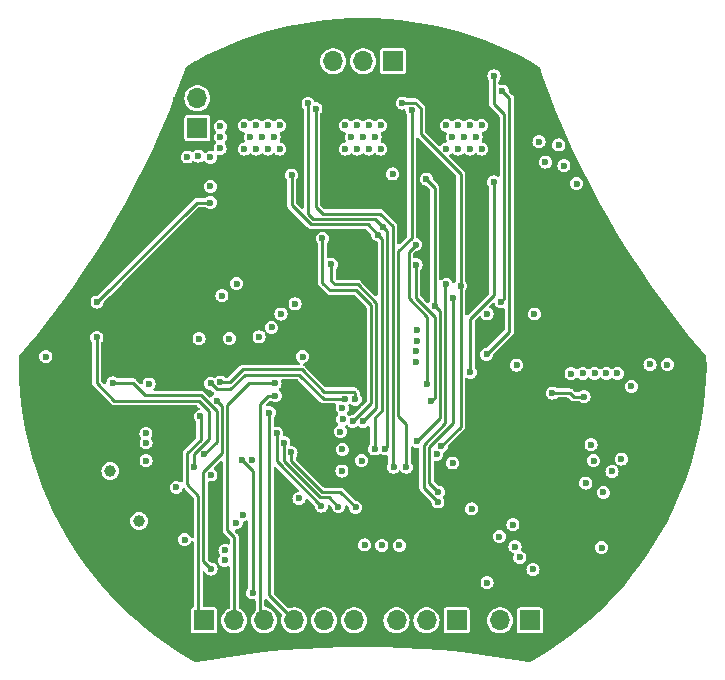
<source format=gbr>
%TF.GenerationSoftware,KiCad,Pcbnew,7.0.9*%
%TF.CreationDate,2023-12-12T19:27:25-05:00*%
%TF.ProjectId,MotorDriver,4d6f746f-7244-4726-9976-65722e6b6963,rev?*%
%TF.SameCoordinates,Original*%
%TF.FileFunction,Copper,L3,Inr*%
%TF.FilePolarity,Positive*%
%FSLAX46Y46*%
G04 Gerber Fmt 4.6, Leading zero omitted, Abs format (unit mm)*
G04 Created by KiCad (PCBNEW 7.0.9) date 2023-12-12 19:27:25*
%MOMM*%
%LPD*%
G01*
G04 APERTURE LIST*
%TA.AperFunction,ComponentPad*%
%ADD10R,1.700000X1.700000*%
%TD*%
%TA.AperFunction,ComponentPad*%
%ADD11O,1.700000X1.700000*%
%TD*%
%TA.AperFunction,ComponentPad*%
%ADD12C,1.007000*%
%TD*%
%TA.AperFunction,ViaPad*%
%ADD13C,0.600000*%
%TD*%
%TA.AperFunction,Conductor*%
%ADD14C,0.250000*%
%TD*%
G04 APERTURE END LIST*
D10*
%TO.N,/Microcontroller/NRST*%
%TO.C,J2*%
X70408800Y-156514800D03*
D11*
%TO.N,/Microcontroller/TCK*%
X72948800Y-156514800D03*
%TO.N,/Microcontroller/TMS*%
X75488800Y-156514800D03*
%TO.N,/Microcontroller/SWO*%
X78028800Y-156514800D03*
%TO.N,GND*%
X80568800Y-156514800D03*
%TO.N,+3.3V*%
X83108800Y-156514800D03*
%TD*%
D10*
%TO.N,Net-(J3-Pin_1)*%
%TO.C,J3*%
X97998200Y-156514800D03*
D11*
%TO.N,Net-(J3-Pin_2)*%
X95458200Y-156514800D03*
%TD*%
D10*
%TO.N,Vdrive*%
%TO.C,J4*%
X69824600Y-114838400D03*
D11*
%TO.N,GND*%
X69824600Y-112298400D03*
%TD*%
D10*
%TO.N,/MotorController/MOTA*%
%TO.C,J5*%
X86410800Y-109169200D03*
D11*
%TO.N,/MotorController/MOTB*%
X83870800Y-109169200D03*
%TO.N,/MotorController/MOTC*%
X81330800Y-109169200D03*
%TD*%
D10*
%TO.N,GND*%
%TO.C,J1*%
X91770200Y-156514800D03*
D11*
%TO.N,/Microcontroller/UART_RX*%
X89230200Y-156514800D03*
%TO.N,/Microcontroller/UART_TX*%
X86690200Y-156514800D03*
%TD*%
D12*
%TO.N,/Microcontroller/CLK_N*%
%TO.C,Y2*%
X64894800Y-148106841D03*
%TO.N,/Microcontroller/CLK_P*%
X62454800Y-143880637D03*
%TD*%
D13*
%TO.N,GND*%
X67995800Y-113360200D03*
X68021200Y-112445800D03*
X70916800Y-110134400D03*
X71729600Y-110871000D03*
X71780400Y-112318800D03*
%TO.N,Vdrive*%
X69900800Y-117195600D03*
X71755000Y-116535200D03*
X71780400Y-115595400D03*
X71780400Y-114681000D03*
X68986400Y-117271800D03*
X100863400Y-118008400D03*
X105384600Y-135585200D03*
X84353504Y-116604800D03*
X74320296Y-115598084D03*
X84870800Y-115598084D03*
X91421304Y-115598084D03*
X101473000Y-135610600D03*
X61341000Y-129565400D03*
X92904008Y-114604800D03*
X91904008Y-116604800D03*
X70916800Y-121132600D03*
X100431600Y-116255800D03*
X94361000Y-130556000D03*
X82353504Y-116604800D03*
X96850200Y-134899400D03*
X92904008Y-116604800D03*
X103454200Y-135585200D03*
X90904008Y-116604800D03*
X76320296Y-115598084D03*
X83353504Y-116604800D03*
X70916800Y-117297200D03*
X90904008Y-114604800D03*
X92421304Y-115598084D03*
X76803000Y-116604800D03*
X74803000Y-116604800D03*
X102463600Y-135585200D03*
X91904008Y-114604800D03*
X82870800Y-115598084D03*
X104444800Y-135585200D03*
X83870800Y-115598084D03*
X70916800Y-119761000D03*
X98755200Y-115976400D03*
X93904008Y-114604800D03*
X93421304Y-115598084D03*
X98348800Y-130556000D03*
X73803000Y-116604800D03*
X93904008Y-116604800D03*
X75320296Y-115598084D03*
X83353504Y-114604800D03*
X85353504Y-114604800D03*
X85353504Y-116604800D03*
X75803000Y-114604800D03*
X82353504Y-114604800D03*
X74803000Y-114604800D03*
X75803000Y-116604800D03*
X101930200Y-119532400D03*
X73803000Y-114604800D03*
X76803000Y-114604800D03*
X84353504Y-114604800D03*
X99280897Y-117711303D03*
%TO.N,GND*%
X59156600Y-147828000D03*
X83845400Y-124841000D03*
X110845600Y-142976600D03*
X63423800Y-153720800D03*
X97917000Y-159156400D03*
X65811400Y-127838200D03*
X82575400Y-106375200D03*
X112039400Y-135204200D03*
X97967052Y-140970000D03*
X106629200Y-138303000D03*
X99415600Y-148005800D03*
X85166200Y-106375200D03*
X95560767Y-140970000D03*
X107823000Y-149047200D03*
X72644000Y-108762800D03*
X97978033Y-142120000D03*
X95571748Y-142120000D03*
X69723000Y-110286800D03*
X68529200Y-124434600D03*
X79806800Y-106629200D03*
X66319400Y-156362400D03*
X109499400Y-146227800D03*
X103784400Y-154305000D03*
X96774000Y-143230600D03*
X99466400Y-136093200D03*
X97942400Y-143230600D03*
X98298000Y-110591600D03*
X60960000Y-150825200D03*
X75311000Y-124739400D03*
X101523800Y-127863600D03*
X74549000Y-107848400D03*
X101066600Y-156794200D03*
X78689200Y-126339600D03*
X57531000Y-144576800D03*
X93040200Y-107848400D03*
X78740000Y-124587000D03*
X91084400Y-124841000D03*
X87985600Y-106629200D03*
X95580200Y-143230600D03*
X70840600Y-127812800D03*
X106019600Y-151587200D03*
X69723000Y-159131000D03*
X70789800Y-131902200D03*
X95935800Y-109143800D03*
X55753000Y-136677400D03*
X102870000Y-127889000D03*
X96810381Y-142120000D03*
X56413400Y-140741400D03*
X111785400Y-139446000D03*
X96799400Y-140970000D03*
%TO.N,+3.3V*%
X70967600Y-144195800D03*
X56997600Y-134188201D03*
X109626400Y-134848600D03*
X93065600Y-147066000D03*
X78740000Y-134188200D03*
X106578400Y-136702800D03*
X108153200Y-134823200D03*
X69977000Y-132664200D03*
X65735200Y-136499600D03*
X94361000Y-153314401D03*
X104063800Y-150342600D03*
X78435200Y-146177000D03*
%TO.N,/Microcontroller/UART_TX*%
X68035800Y-145237201D03*
%TO.N,/Microcontroller/UART_RX*%
X68760300Y-149682201D03*
%TO.N,/Microcontroller/TMS*%
X76428600Y-137490201D03*
%TO.N,/Microcontroller/TCK*%
X76413893Y-136435501D03*
%TO.N,/Microcontroller/SWO*%
X75907900Y-138925301D03*
%TO.N,/Microcontroller/CAN2_RX*%
X74472800Y-142925800D03*
%TO.N,/Microcontroller/CAN2_TX*%
X73631460Y-142967637D03*
X74508700Y-154178501D03*
%TO.N,/Encoder/SPI3.CS*%
X88417400Y-131927600D03*
X78105000Y-129717798D03*
%TO.N,/Encoder/SPI3.SCK*%
X88383037Y-132864260D03*
X76911200Y-130581400D03*
%TO.N,/Encoder/SPI3.MISO*%
X88341200Y-133705600D03*
X76112813Y-131710918D03*
%TO.N,/Encoder/SPI3.MOSI*%
X75057000Y-132511800D03*
X88341200Y-134620000D03*
%TO.N,/Encoder/M1_ENC.I*%
X72529698Y-132651498D03*
%TO.N,/Encoder/M1_ENC.A*%
X83207489Y-137792090D03*
X71783870Y-136332301D03*
%TO.N,/Encoder/M1_ENC.B*%
X82346800Y-137769601D03*
X70960800Y-136442001D03*
%TO.N,/MotorController/SPC*%
X91490800Y-129204900D03*
X90243289Y-145646512D03*
X71907400Y-129006600D03*
%TO.N,/MotorController/SNC*%
X90195400Y-146481801D03*
X73152000Y-127990600D03*
X90906600Y-128066801D03*
%TO.N,/MotorController/SPA*%
X89305900Y-136537400D03*
X88315800Y-124688600D03*
%TO.N,/MotorController/SNA*%
X89609299Y-137970900D03*
X88341204Y-126390400D03*
%TO.N,/MotorController/SPB*%
X80416400Y-124155200D03*
X82981800Y-139669900D03*
%TO.N,/MotorController/SNB*%
X83864978Y-139669900D03*
X81178400Y-126365000D03*
%TO.N,/MotorController/GHA*%
X94310200Y-133985000D03*
X95656400Y-111683800D03*
%TO.N,/MotorController/GLA*%
X94919800Y-119380000D03*
X92930894Y-135495337D03*
%TO.N,/MotorController/GHB*%
X87177775Y-112705101D03*
X90478111Y-141733117D03*
X92115800Y-128168401D03*
%TO.N,/MotorController/GLB*%
X89204799Y-119151400D03*
X89923200Y-129895601D03*
X88435633Y-141352344D03*
X86370800Y-118708800D03*
%TO.N,/MotorController/GHC*%
X85727631Y-141978381D03*
X79199641Y-112728206D03*
X85521800Y-123164601D03*
X90076100Y-142447204D03*
%TO.N,/MotorController/GLC*%
X85094263Y-123840187D03*
X91437089Y-143176890D03*
X84836000Y-141988500D03*
X77800200Y-118795801D03*
%TO.N,/Microcontroller/DRV.INLC*%
X82092800Y-142036798D03*
X103164685Y-141627900D03*
%TO.N,/Microcontroller/DRV.INLB*%
X103378000Y-142976600D03*
X83743800Y-142976600D03*
%TO.N,/Microcontroller/DRV.INLA*%
X102717600Y-144881600D03*
X82067400Y-143865600D03*
%TO.N,/Microcontroller/DRV.ENABLE*%
X70992996Y-152171400D03*
X71450199Y-137896601D03*
X98247196Y-152196800D03*
%TO.N,/Microcontroller/DRV.INHA*%
X104190800Y-145669000D03*
X81933922Y-140521468D03*
%TO.N,/Microcontroller/DRV.INHB*%
X82143600Y-139478202D03*
X104933077Y-143901336D03*
%TO.N,/Microcontroller/DRV.INHC*%
X105714794Y-142849600D03*
X82092800Y-138531600D03*
%TO.N,/Microcontroller/SEN.VSENVM*%
X61315600Y-132537200D03*
X69570600Y-143484600D03*
%TO.N,/Microcontroller/SPI1.CS*%
X97129600Y-151180798D03*
X72136000Y-151434801D03*
%TO.N,/Microcontroller/SPI1.SCK*%
X96722146Y-150265230D03*
X72158489Y-150574112D03*
%TO.N,/Microcontroller/SPI1.MISO*%
X95402406Y-149428200D03*
X73126600Y-148244622D03*
%TO.N,/Microcontroller/SPI1.MOSI*%
X96545400Y-148412200D03*
X73710800Y-147548601D03*
%TO.N,/Microcontroller/NRST*%
X70090700Y-139247798D03*
%TO.N,Net-(U1-PC6)*%
X83235800Y-146939001D03*
X77764300Y-142290800D03*
%TO.N,Net-(U1-PC7)*%
X77154700Y-141469379D03*
X81762600Y-146888201D03*
%TO.N,Net-(U1-PC8)*%
X76532400Y-140639800D03*
X80314800Y-146837401D03*
%TO.N,Net-(U5-SH)*%
X94945200Y-110413800D03*
X95516100Y-129514600D03*
%TO.N,Net-(U6-SH)*%
X88011000Y-113309400D03*
X87528400Y-143535400D03*
%TO.N,/Microcontroller/VDDA*%
X62674200Y-136398000D03*
X70395500Y-142443200D03*
%TO.N,/Microcontroller/SEN.ISENA*%
X86918800Y-150164801D03*
X65487999Y-142983400D03*
%TO.N,/Microcontroller/SEN.ISENB*%
X65485088Y-141476017D03*
X85445600Y-150164801D03*
%TO.N,/Microcontroller/SEN.ISENC*%
X65467311Y-140676712D03*
X83997800Y-150114001D03*
%TO.N,Net-(U8-SH)*%
X79857600Y-113182401D03*
X86436200Y-143535400D03*
%TO.N,Net-(U4-FB)*%
X102565200Y-137566400D03*
X99872800Y-137261600D03*
%TD*%
D14*
%TO.N,Vdrive*%
X69773800Y-121132600D02*
X70916800Y-121132600D01*
X61341000Y-129565400D02*
X69773800Y-121132600D01*
%TO.N,/Microcontroller/TMS*%
X76428600Y-137490201D02*
X75844399Y-137490201D01*
X75133200Y-138201400D02*
X75133200Y-156159200D01*
X75844399Y-137490201D02*
X75133200Y-138201400D01*
X75133200Y-156159200D02*
X75488800Y-156514800D01*
%TO.N,/Microcontroller/TCK*%
X72349200Y-148871496D02*
X72349200Y-138267601D01*
X72349200Y-138267601D02*
X74181300Y-136435501D01*
X74181300Y-136435501D02*
X76413893Y-136435501D01*
X72948800Y-156514800D02*
X72948800Y-149471096D01*
X72948800Y-149471096D02*
X72349200Y-148871496D01*
%TO.N,/Microcontroller/SWO*%
X75907900Y-154393900D02*
X78028800Y-156514800D01*
X75907900Y-138925301D02*
X75907900Y-154393900D01*
%TO.N,/Microcontroller/CAN2_TX*%
X74508700Y-143844877D02*
X73631460Y-142967637D01*
X74508700Y-154178501D02*
X74508700Y-143844877D01*
%TO.N,/Encoder/M1_ENC.A*%
X78645296Y-135260501D02*
X73653104Y-135260501D01*
X72581304Y-136332301D02*
X71783870Y-136332301D01*
X83207489Y-137284090D02*
X83068000Y-137144601D01*
X83207489Y-137792090D02*
X83207489Y-137284090D01*
X73653104Y-135260501D02*
X72581304Y-136332301D01*
X83068000Y-137144601D02*
X80529396Y-137144601D01*
X80529396Y-137144601D02*
X78645296Y-135260501D01*
%TO.N,/Encoder/M1_ENC.B*%
X72593200Y-136956801D02*
X73839500Y-135710501D01*
X71475600Y-136956801D02*
X72593200Y-136956801D01*
X73839500Y-135710501D02*
X78458900Y-135710501D01*
X80518000Y-137769601D02*
X82346800Y-137769601D01*
X70960800Y-136442001D02*
X71475600Y-136956801D01*
X78458900Y-135710501D02*
X80518000Y-137769601D01*
%TO.N,/MotorController/SPC*%
X91490800Y-139777101D02*
X91490800Y-129204900D01*
X89451600Y-144854823D02*
X89451600Y-141816301D01*
X90243289Y-145646512D02*
X89451600Y-144854823D01*
X89451600Y-141816301D02*
X91490800Y-139777101D01*
%TO.N,/MotorController/SNC*%
X90906600Y-128066801D02*
X90830400Y-128143001D01*
X90830400Y-139801105D02*
X89001600Y-141629905D01*
X89001600Y-145288002D02*
X90195400Y-146481801D01*
X89001600Y-141629905D02*
X89001600Y-145288002D01*
X90830400Y-128143001D02*
X90830400Y-139801105D01*
%TO.N,/MotorController/SPA*%
X89305900Y-136537400D02*
X89306400Y-136536900D01*
X87716204Y-129208885D02*
X87716204Y-125288196D01*
X89306400Y-130799081D02*
X87716204Y-129208885D01*
X89306400Y-136536900D02*
X89306400Y-130799081D01*
X87716204Y-125288196D02*
X88315800Y-124688600D01*
%TO.N,/MotorController/SNA*%
X89930400Y-137649799D02*
X89930400Y-130786685D01*
X88341204Y-129197489D02*
X88341204Y-126390400D01*
X89609299Y-137970900D02*
X89930400Y-137649799D01*
X88290400Y-126441204D02*
X88341204Y-126390400D01*
X89930400Y-130786685D02*
X88341204Y-129197489D01*
%TO.N,/MotorController/SPB*%
X80416400Y-127914400D02*
X81076800Y-128574800D01*
X81076800Y-128574800D02*
X83261200Y-128574800D01*
X84531200Y-129844800D02*
X84531200Y-138120500D01*
X84531200Y-138120500D02*
X82981800Y-139669900D01*
X80416400Y-124155200D02*
X80416400Y-127914400D01*
X83261200Y-128574800D02*
X84531200Y-129844800D01*
%TO.N,/MotorController/SNB*%
X84981200Y-138553678D02*
X84981200Y-129658404D01*
X83864978Y-139669900D02*
X84981200Y-138553678D01*
X81457800Y-128066800D02*
X81178400Y-127787400D01*
X81178400Y-127787400D02*
X81178400Y-126365000D01*
X83389596Y-128066800D02*
X81457800Y-128066800D01*
X84981200Y-129658404D02*
X83389596Y-128066800D01*
%TO.N,/MotorController/GHA*%
X96240600Y-112268000D02*
X96240600Y-132054600D01*
X96240600Y-132054600D02*
X94310200Y-133985000D01*
X95656400Y-111683800D02*
X96240600Y-112268000D01*
%TO.N,/MotorController/GLA*%
X94919800Y-128971895D02*
X94919800Y-119380000D01*
X92930894Y-135495337D02*
X92930894Y-130960801D01*
X92930894Y-130960801D02*
X94919800Y-128971895D01*
%TO.N,/MotorController/GHB*%
X88747600Y-115332276D02*
X92115800Y-118700476D01*
X90478111Y-141733117D02*
X92115800Y-140095428D01*
X87177775Y-112705101D02*
X87198476Y-112684400D01*
X92115800Y-140095428D02*
X92115800Y-128168401D01*
X88269884Y-112684400D02*
X88747600Y-113162116D01*
X88747600Y-113162116D02*
X88747600Y-115332276D01*
X92115800Y-118700476D02*
X92115800Y-128168401D01*
X87198476Y-112684400D02*
X88269884Y-112684400D01*
%TO.N,/MotorController/GLB*%
X90380400Y-130352801D02*
X89923200Y-129895601D01*
X88435633Y-141352344D02*
X90380400Y-139407577D01*
X89204799Y-119151400D02*
X89923200Y-119869801D01*
X90380400Y-139407577D02*
X90380400Y-130352801D01*
X89923200Y-119869801D02*
X89923200Y-129895601D01*
%TO.N,/MotorController/GHC*%
X85910000Y-123552801D02*
X85521800Y-123164601D01*
X79629001Y-122529601D02*
X84886800Y-122529601D01*
X85727631Y-141978381D02*
X85910000Y-141796012D01*
X84886800Y-122529601D02*
X85521800Y-123164601D01*
X79199641Y-112728206D02*
X79199641Y-122100241D01*
X85910000Y-141796012D02*
X85910000Y-123552801D01*
X79199641Y-122100241D02*
X79629001Y-122529601D01*
%TO.N,/MotorController/GLC*%
X85460000Y-138711274D02*
X85460000Y-124205924D01*
X77800200Y-118795801D02*
X77800200Y-121337196D01*
X84233677Y-122979601D02*
X85094263Y-123840187D01*
X85460000Y-124205924D02*
X85094263Y-123840187D01*
X77800200Y-121337196D02*
X79442605Y-122979601D01*
X79442605Y-122979601D02*
X84233677Y-122979601D01*
X84836000Y-139335274D02*
X85460000Y-138711274D01*
X84836000Y-141988500D02*
X84836000Y-139335274D01*
%TO.N,/Microcontroller/DRV.ENABLE*%
X70342600Y-143936916D02*
X70342600Y-151521004D01*
X71899200Y-138345602D02*
X71899200Y-142380316D01*
X71450199Y-137896601D02*
X71899200Y-138345602D01*
X71899200Y-142380316D02*
X70342600Y-143936916D01*
X70342600Y-151521004D02*
X70992996Y-152171400D01*
%TO.N,/Microcontroller/SEN.VSENVM*%
X70815200Y-141139616D02*
X69570600Y-142384216D01*
X61315600Y-132537200D02*
X61315600Y-136432705D01*
X61315600Y-136432705D02*
X62797696Y-137914801D01*
X69943004Y-137914801D02*
X70815200Y-138786997D01*
X62797696Y-137914801D02*
X69943004Y-137914801D01*
X70815200Y-138786997D02*
X70815200Y-141139616D01*
X69570600Y-142384216D02*
X69570600Y-143484600D01*
%TO.N,/Microcontroller/NRST*%
X68945600Y-144993484D02*
X69892600Y-145940484D01*
X68945600Y-142372820D02*
X68945600Y-144993484D01*
X70104000Y-139261098D02*
X70104000Y-141214420D01*
X70104000Y-141214420D02*
X68945600Y-142372820D01*
X70090700Y-139247798D02*
X70104000Y-139261098D01*
X69892600Y-145940484D02*
X69892600Y-155998600D01*
X69892600Y-155998600D02*
X70408800Y-156514800D01*
%TO.N,Net-(U1-PC6)*%
X80387594Y-145637403D02*
X81934202Y-145637403D01*
X77764300Y-143014109D02*
X80387594Y-145637403D01*
X81934202Y-145637403D02*
X83235800Y-146939001D01*
X77764300Y-142290800D02*
X77764300Y-143014109D01*
%TO.N,Net-(U1-PC7)*%
X77139800Y-141484279D02*
X77139800Y-143026005D01*
X80201198Y-146087403D02*
X80961802Y-146087403D01*
X77139800Y-143026005D02*
X80201198Y-146087403D01*
X77154700Y-141469379D02*
X77139800Y-141484279D01*
X80961802Y-146087403D02*
X81762600Y-146888201D01*
%TO.N,Net-(U1-PC8)*%
X76530200Y-143052801D02*
X80314800Y-146837401D01*
X76530200Y-140642000D02*
X76530200Y-143052801D01*
X76532400Y-140639800D02*
X76530200Y-140642000D01*
%TO.N,Net-(U5-SH)*%
X95790600Y-113672200D02*
X95790600Y-129240100D01*
X94931400Y-112813000D02*
X95790600Y-113672200D01*
X94931400Y-110427600D02*
X94931400Y-112813000D01*
X95790600Y-129240100D02*
X95516100Y-129514600D01*
X94945200Y-110413800D02*
X94931400Y-110427600D01*
%TO.N,Net-(U6-SH)*%
X87528400Y-139868520D02*
X87528400Y-143535400D01*
X86852600Y-139192720D02*
X87528400Y-139868520D01*
X87985600Y-113334800D02*
X87985600Y-124134916D01*
X86852600Y-125267916D02*
X86852600Y-139192720D01*
X87985600Y-124134916D02*
X86852600Y-125267916D01*
X88011000Y-113309400D02*
X87985600Y-113334800D01*
%TO.N,/Microcontroller/VDDA*%
X65430401Y-137464801D02*
X70129400Y-137464801D01*
X62674200Y-136398000D02*
X64363600Y-136398000D01*
X71449200Y-138784601D02*
X71449200Y-141389500D01*
X64363600Y-136398000D02*
X65430401Y-137464801D01*
X70129400Y-137464801D02*
X71449200Y-138784601D01*
X71449200Y-141389500D02*
X70395500Y-142443200D01*
%TO.N,Net-(U8-SH)*%
X86360000Y-123118917D02*
X86360000Y-143459200D01*
X85320684Y-122079601D02*
X86360000Y-123118917D01*
X79857600Y-113182401D02*
X79857600Y-121513600D01*
X86360000Y-143459200D02*
X86436200Y-143535400D01*
X79857600Y-121513600D02*
X80423601Y-122079601D01*
X80423601Y-122079601D02*
X85320684Y-122079601D01*
%TO.N,Net-(U4-FB)*%
X102565200Y-137566400D02*
X101676200Y-137566400D01*
X99888500Y-137245900D02*
X99872800Y-137261600D01*
X102565200Y-137718800D02*
X102565200Y-137566400D01*
X101676200Y-137566400D02*
X101355700Y-137245900D01*
X101355700Y-137245900D02*
X99888500Y-137245900D01*
%TD*%
%TA.AperFunction,Conductor*%
%TO.N,GND*%
G36*
X88566303Y-115682462D02*
G01*
X88572781Y-115688494D01*
X91703981Y-118819694D01*
X91737466Y-118881017D01*
X91740300Y-118907375D01*
X91740300Y-127711375D01*
X91720615Y-127778414D01*
X91714675Y-127786862D01*
X91632295Y-127894220D01*
X91575867Y-127935423D01*
X91506121Y-127939577D01*
X91445201Y-127905364D01*
X91419359Y-127866185D01*
X91387462Y-127789178D01*
X91387461Y-127789177D01*
X91387461Y-127789176D01*
X91299221Y-127674180D01*
X91184225Y-127585940D01*
X91184224Y-127585939D01*
X91184222Y-127585938D01*
X91050312Y-127530472D01*
X91050310Y-127530471D01*
X91050309Y-127530471D01*
X90978454Y-127521011D01*
X90906601Y-127511551D01*
X90906599Y-127511551D01*
X90762891Y-127530471D01*
X90762887Y-127530472D01*
X90628977Y-127585938D01*
X90513974Y-127674184D01*
X90510381Y-127677778D01*
X90449058Y-127711263D01*
X90379366Y-127706279D01*
X90323433Y-127664407D01*
X90299016Y-127598943D01*
X90298700Y-127590097D01*
X90298700Y-119921604D01*
X90301339Y-119896159D01*
X90301985Y-119893075D01*
X90303567Y-119885532D01*
X90301487Y-119868852D01*
X90299177Y-119850309D01*
X90298700Y-119842633D01*
X90298700Y-119838690D01*
X90298699Y-119838684D01*
X90298422Y-119837026D01*
X90294855Y-119815648D01*
X90288065Y-119761175D01*
X90288065Y-119761174D01*
X90285817Y-119753628D01*
X90283265Y-119746191D01*
X90257142Y-119697920D01*
X90233026Y-119648589D01*
X90233023Y-119648586D01*
X90233023Y-119648585D01*
X90228467Y-119642203D01*
X90223623Y-119635979D01*
X90223619Y-119635975D01*
X90183241Y-119598804D01*
X89793483Y-119209046D01*
X89759998Y-119147723D01*
X89758227Y-119137563D01*
X89741129Y-119007691D01*
X89685660Y-118873775D01*
X89597420Y-118758779D01*
X89482424Y-118670539D01*
X89482423Y-118670538D01*
X89482421Y-118670537D01*
X89348511Y-118615071D01*
X89348509Y-118615070D01*
X89348508Y-118615070D01*
X89276653Y-118605610D01*
X89204800Y-118596150D01*
X89204798Y-118596150D01*
X89061090Y-118615070D01*
X89061086Y-118615071D01*
X88927176Y-118670537D01*
X88812178Y-118758779D01*
X88723936Y-118873777D01*
X88668470Y-119007687D01*
X88668469Y-119007691D01*
X88649549Y-119151400D01*
X88659195Y-119224671D01*
X88668469Y-119295108D01*
X88668470Y-119295112D01*
X88723936Y-119429022D01*
X88723937Y-119429024D01*
X88723938Y-119429025D01*
X88812178Y-119544021D01*
X88927174Y-119632261D01*
X88927175Y-119632261D01*
X88927176Y-119632262D01*
X88936150Y-119635979D01*
X89061090Y-119687730D01*
X89190952Y-119704827D01*
X89254847Y-119733092D01*
X89262446Y-119740084D01*
X89511381Y-119989019D01*
X89544866Y-120050342D01*
X89547700Y-120076700D01*
X89547700Y-129438575D01*
X89528015Y-129505614D01*
X89522075Y-129514063D01*
X89463456Y-129590455D01*
X89407028Y-129631657D01*
X89337282Y-129635811D01*
X89277400Y-129602648D01*
X89055514Y-129380762D01*
X88753023Y-129078270D01*
X88719538Y-129016947D01*
X88716704Y-128990589D01*
X88716704Y-126847426D01*
X88736389Y-126780387D01*
X88742321Y-126771947D01*
X88822065Y-126668025D01*
X88877534Y-126534109D01*
X88896454Y-126390400D01*
X88877534Y-126246691D01*
X88822065Y-126112775D01*
X88733825Y-125997779D01*
X88618829Y-125909539D01*
X88618828Y-125909538D01*
X88618826Y-125909537D01*
X88484916Y-125854071D01*
X88484914Y-125854070D01*
X88484913Y-125854070D01*
X88413058Y-125844610D01*
X88341205Y-125835150D01*
X88341202Y-125835150D01*
X88231889Y-125849541D01*
X88162854Y-125838775D01*
X88110598Y-125792395D01*
X88091704Y-125726602D01*
X88091704Y-125495095D01*
X88111389Y-125428056D01*
X88128017Y-125407419D01*
X88258155Y-125277281D01*
X88319474Y-125243799D01*
X88329628Y-125242029D01*
X88459509Y-125224930D01*
X88593425Y-125169461D01*
X88708421Y-125081221D01*
X88796661Y-124966225D01*
X88852130Y-124832309D01*
X88871050Y-124688600D01*
X88852130Y-124544891D01*
X88815150Y-124455613D01*
X88796662Y-124410977D01*
X88796661Y-124410976D01*
X88796661Y-124410975D01*
X88708421Y-124295979D01*
X88593425Y-124207739D01*
X88593424Y-124207738D01*
X88593422Y-124207737D01*
X88459503Y-124152267D01*
X88452998Y-124150524D01*
X88393340Y-124114155D01*
X88362815Y-124051306D01*
X88361100Y-124030752D01*
X88361100Y-115776175D01*
X88380785Y-115709136D01*
X88433589Y-115663381D01*
X88502747Y-115653437D01*
X88566303Y-115682462D01*
G37*
%TD.AperFunction*%
%TA.AperFunction,Conductor*%
G36*
X84876696Y-105520682D02*
G01*
X85931999Y-105578196D01*
X86984520Y-105673968D01*
X88032871Y-105807873D01*
X89075673Y-105979734D01*
X90111552Y-106189324D01*
X91139142Y-106436368D01*
X92157090Y-106720540D01*
X93164055Y-107041465D01*
X94158711Y-107398722D01*
X95139747Y-107791838D01*
X96105871Y-108220297D01*
X97055810Y-108683533D01*
X97988312Y-109180938D01*
X98745962Y-109621114D01*
X98794040Y-109671811D01*
X98800810Y-109687658D01*
X99016663Y-110309296D01*
X99606736Y-111893815D01*
X100231965Y-113464795D01*
X100892039Y-115021455D01*
X101586632Y-116563022D01*
X102315397Y-118088731D01*
X103077974Y-119597825D01*
X103873984Y-121089554D01*
X104703031Y-122563179D01*
X105564704Y-124017966D01*
X106458576Y-125453195D01*
X107384202Y-126868153D01*
X108341123Y-128262136D01*
X109328864Y-129634454D01*
X110346934Y-130984424D01*
X111394829Y-132311377D01*
X112472028Y-133614655D01*
X112902447Y-134112397D01*
X112931408Y-134175982D01*
X112932652Y-134193168D01*
X112934875Y-135011753D01*
X112935032Y-135069417D01*
X112899545Y-136125690D01*
X112825750Y-137179979D01*
X112713744Y-138230896D01*
X112563675Y-139277056D01*
X112375740Y-140317082D01*
X112150187Y-141349602D01*
X111887313Y-142373257D01*
X111587464Y-143386697D01*
X111251035Y-144388590D01*
X110878470Y-145377613D01*
X110470259Y-146352465D01*
X110098969Y-147155980D01*
X110026940Y-147311860D01*
X109549097Y-148254536D01*
X109037360Y-149179251D01*
X108492403Y-150084786D01*
X107914942Y-150969948D01*
X107305741Y-151833571D01*
X106665600Y-152674518D01*
X105995363Y-153491680D01*
X105295913Y-154283982D01*
X104568172Y-155050379D01*
X103813098Y-155789862D01*
X103031686Y-156501457D01*
X102224965Y-157184226D01*
X101393998Y-157837270D01*
X100539880Y-158459728D01*
X99663736Y-159050781D01*
X98766720Y-159609650D01*
X98006676Y-160045714D01*
X97938732Y-160062002D01*
X97921624Y-160059942D01*
X97275358Y-159936060D01*
X95608087Y-159654818D01*
X93934965Y-159410792D01*
X92256821Y-159204102D01*
X90574488Y-159034853D01*
X88888803Y-158903128D01*
X87200601Y-158808991D01*
X85510721Y-158752491D01*
X83820001Y-158733654D01*
X82129281Y-158752491D01*
X80439401Y-158808991D01*
X78751199Y-158903128D01*
X77065514Y-159034853D01*
X75383181Y-159204102D01*
X73705037Y-159410792D01*
X72031915Y-159654818D01*
X70364644Y-159936060D01*
X69718375Y-160059942D01*
X69648829Y-160053230D01*
X69633323Y-160045714D01*
X68873281Y-159609651D01*
X67976265Y-159050782D01*
X67100121Y-158459729D01*
X66246003Y-157837271D01*
X65415036Y-157184227D01*
X64608315Y-156501458D01*
X63826903Y-155789863D01*
X63071829Y-155050380D01*
X62344088Y-154283983D01*
X61644638Y-153491681D01*
X60974401Y-152674519D01*
X60334260Y-151833572D01*
X59725058Y-150969949D01*
X59147598Y-150084786D01*
X58602640Y-149179252D01*
X58090903Y-148254537D01*
X58016037Y-148106844D01*
X64136029Y-148106844D01*
X64155051Y-148275677D01*
X64211171Y-148436060D01*
X64286479Y-148555912D01*
X64301569Y-148579927D01*
X64421714Y-148700072D01*
X64462157Y-148725484D01*
X64550432Y-148780951D01*
X64565582Y-148790470D01*
X64725958Y-148846588D01*
X64725961Y-148846588D01*
X64725963Y-148846589D01*
X64894796Y-148865612D01*
X64894800Y-148865612D01*
X64894804Y-148865612D01*
X65063636Y-148846589D01*
X65063637Y-148846588D01*
X65063642Y-148846588D01*
X65224018Y-148790470D01*
X65367886Y-148700072D01*
X65488031Y-148579927D01*
X65578429Y-148436059D01*
X65634547Y-148275683D01*
X65634548Y-148275677D01*
X65653571Y-148106844D01*
X65653571Y-148106837D01*
X65634548Y-147938004D01*
X65634547Y-147938002D01*
X65634547Y-147937999D01*
X65578429Y-147777623D01*
X65488031Y-147633755D01*
X65367886Y-147513610D01*
X65337076Y-147494251D01*
X65224019Y-147423212D01*
X65082609Y-147373731D01*
X65063642Y-147367094D01*
X65063641Y-147367093D01*
X65063636Y-147367092D01*
X64894804Y-147348070D01*
X64894796Y-147348070D01*
X64725963Y-147367092D01*
X64565580Y-147423212D01*
X64421713Y-147513610D01*
X64301569Y-147633754D01*
X64211171Y-147777621D01*
X64155051Y-147938004D01*
X64136029Y-148106837D01*
X64136029Y-148106844D01*
X58016037Y-148106844D01*
X57613060Y-147311861D01*
X57545580Y-147165826D01*
X57169741Y-146352465D01*
X56761530Y-145377613D01*
X56388965Y-144388590D01*
X56218399Y-143880640D01*
X61696029Y-143880640D01*
X61715051Y-144049473D01*
X61771171Y-144209856D01*
X61844369Y-144326350D01*
X61861569Y-144353723D01*
X61981714Y-144473868D01*
X62125582Y-144564266D01*
X62285958Y-144620384D01*
X62285961Y-144620384D01*
X62285963Y-144620385D01*
X62454796Y-144639408D01*
X62454800Y-144639408D01*
X62454804Y-144639408D01*
X62623636Y-144620385D01*
X62623637Y-144620384D01*
X62623642Y-144620384D01*
X62784018Y-144564266D01*
X62927886Y-144473868D01*
X63048031Y-144353723D01*
X63138429Y-144209855D01*
X63194547Y-144049479D01*
X63194548Y-144049473D01*
X63213571Y-143880640D01*
X63213571Y-143880633D01*
X63194548Y-143711800D01*
X63194547Y-143711798D01*
X63194547Y-143711795D01*
X63138429Y-143551419D01*
X63137537Y-143550000D01*
X63073760Y-143448499D01*
X63048031Y-143407551D01*
X62927886Y-143287406D01*
X62784019Y-143197008D01*
X62629040Y-143142779D01*
X62623642Y-143140890D01*
X62623641Y-143140889D01*
X62623636Y-143140888D01*
X62454804Y-143121866D01*
X62454796Y-143121866D01*
X62285963Y-143140888D01*
X62125580Y-143197008D01*
X61981713Y-143287406D01*
X61861569Y-143407550D01*
X61771171Y-143551417D01*
X61715051Y-143711800D01*
X61696029Y-143880633D01*
X61696029Y-143880640D01*
X56218399Y-143880640D01*
X56052536Y-143386698D01*
X55933211Y-142983400D01*
X64932749Y-142983400D01*
X64943084Y-143061904D01*
X64951669Y-143127108D01*
X64951670Y-143127112D01*
X65007136Y-143261022D01*
X65007137Y-143261024D01*
X65007138Y-143261025D01*
X65095378Y-143376021D01*
X65210374Y-143464261D01*
X65344290Y-143519730D01*
X65471279Y-143536448D01*
X65487998Y-143538650D01*
X65487999Y-143538650D01*
X65488000Y-143538650D01*
X65502976Y-143536678D01*
X65631708Y-143519730D01*
X65765624Y-143464261D01*
X65880620Y-143376021D01*
X65968860Y-143261025D01*
X66024329Y-143127109D01*
X66043249Y-142983400D01*
X66042739Y-142979530D01*
X66036937Y-142935456D01*
X66024329Y-142839691D01*
X65968908Y-142705891D01*
X65968861Y-142705777D01*
X65968860Y-142705776D01*
X65968860Y-142705775D01*
X65880620Y-142590779D01*
X65765624Y-142502539D01*
X65765623Y-142502538D01*
X65765621Y-142502537D01*
X65631711Y-142447071D01*
X65631709Y-142447070D01*
X65631708Y-142447070D01*
X65559853Y-142437610D01*
X65488000Y-142428150D01*
X65487998Y-142428150D01*
X65344290Y-142447070D01*
X65344286Y-142447071D01*
X65210376Y-142502537D01*
X65095378Y-142590779D01*
X65007136Y-142705777D01*
X64951670Y-142839687D01*
X64951669Y-142839691D01*
X64933259Y-142979530D01*
X64932749Y-142983400D01*
X55933211Y-142983400D01*
X55752687Y-142373257D01*
X55489813Y-141349602D01*
X55342821Y-140676712D01*
X64912061Y-140676712D01*
X64927916Y-140797144D01*
X64930981Y-140820420D01*
X64930982Y-140820424D01*
X64986449Y-140954334D01*
X64986450Y-140954337D01*
X65027258Y-141007519D01*
X65031050Y-141012460D01*
X65056245Y-141077629D01*
X65042207Y-141146074D01*
X65031052Y-141163432D01*
X65004226Y-141198392D01*
X65004226Y-141198393D01*
X64948759Y-141332304D01*
X64948758Y-141332308D01*
X64929838Y-141476017D01*
X64947077Y-141606961D01*
X64948758Y-141619725D01*
X64948759Y-141619729D01*
X65004225Y-141753639D01*
X65004226Y-141753641D01*
X65004227Y-141753642D01*
X65092467Y-141868638D01*
X65207463Y-141956878D01*
X65341379Y-142012347D01*
X65468368Y-142029065D01*
X65485087Y-142031267D01*
X65485088Y-142031267D01*
X65485089Y-142031267D01*
X65500659Y-142029217D01*
X65628797Y-142012347D01*
X65762713Y-141956878D01*
X65877709Y-141868638D01*
X65965949Y-141753642D01*
X66021418Y-141619726D01*
X66040338Y-141476017D01*
X66021418Y-141332308D01*
X65965949Y-141198392D01*
X65921346Y-141140264D01*
X65896153Y-141075098D01*
X65910191Y-141006653D01*
X65921340Y-140989304D01*
X65948172Y-140954337D01*
X66003641Y-140820421D01*
X66022561Y-140676712D01*
X66003641Y-140533003D01*
X65948172Y-140399087D01*
X65859932Y-140284091D01*
X65744936Y-140195851D01*
X65744935Y-140195850D01*
X65744933Y-140195849D01*
X65611023Y-140140383D01*
X65611021Y-140140382D01*
X65611020Y-140140382D01*
X65523405Y-140128847D01*
X65467312Y-140121462D01*
X65467310Y-140121462D01*
X65323602Y-140140382D01*
X65323598Y-140140383D01*
X65189688Y-140195849D01*
X65074690Y-140284091D01*
X64986448Y-140399089D01*
X64930982Y-140532999D01*
X64930981Y-140533003D01*
X64912061Y-140676712D01*
X55342821Y-140676712D01*
X55264260Y-140317082D01*
X55076325Y-139277057D01*
X54926256Y-138230896D01*
X54814250Y-137179979D01*
X54740455Y-136125690D01*
X54704968Y-135069417D01*
X54707346Y-134193170D01*
X54708820Y-134188201D01*
X56442350Y-134188201D01*
X56458684Y-134312271D01*
X56461270Y-134331909D01*
X56461271Y-134331913D01*
X56516737Y-134465823D01*
X56516738Y-134465825D01*
X56516739Y-134465826D01*
X56604979Y-134580822D01*
X56719975Y-134669062D01*
X56719976Y-134669062D01*
X56719977Y-134669063D01*
X56745153Y-134679491D01*
X56853891Y-134724531D01*
X56980880Y-134741249D01*
X56997599Y-134743451D01*
X56997600Y-134743451D01*
X56997601Y-134743451D01*
X57012577Y-134741479D01*
X57141309Y-134724531D01*
X57275225Y-134669062D01*
X57390221Y-134580822D01*
X57478461Y-134465826D01*
X57533930Y-134331910D01*
X57552850Y-134188201D01*
X57533930Y-134044492D01*
X57478461Y-133910576D01*
X57390221Y-133795580D01*
X57275225Y-133707340D01*
X57275224Y-133707339D01*
X57275222Y-133707338D01*
X57141312Y-133651872D01*
X57141310Y-133651871D01*
X57141309Y-133651871D01*
X57069454Y-133642411D01*
X56997601Y-133632951D01*
X56997599Y-133632951D01*
X56853891Y-133651871D01*
X56853887Y-133651872D01*
X56719977Y-133707338D01*
X56604979Y-133795580D01*
X56516737Y-133910578D01*
X56461271Y-134044488D01*
X56461270Y-134044492D01*
X56450183Y-134128708D01*
X56442350Y-134188201D01*
X54708820Y-134188201D01*
X54727213Y-134126186D01*
X54737544Y-134112408D01*
X55167974Y-133614654D01*
X56058522Y-132537200D01*
X60760350Y-132537200D01*
X60779270Y-132680908D01*
X60779271Y-132680912D01*
X60834737Y-132814822D01*
X60834738Y-132814824D01*
X60834739Y-132814825D01*
X60914476Y-132918740D01*
X60939670Y-132983909D01*
X60940100Y-132994226D01*
X60940100Y-136380901D01*
X60937462Y-136406339D01*
X60935233Y-136416973D01*
X60935233Y-136416974D01*
X60935233Y-136416976D01*
X60939623Y-136452196D01*
X60940100Y-136459872D01*
X60940100Y-136463821D01*
X60943942Y-136486846D01*
X60950734Y-136541332D01*
X60952973Y-136548852D01*
X60955534Y-136556313D01*
X60955535Y-136556315D01*
X60971444Y-136585713D01*
X60981655Y-136604582D01*
X61005774Y-136653916D01*
X61010342Y-136660314D01*
X61015182Y-136666532D01*
X61055571Y-136703714D01*
X62495545Y-138143687D01*
X62511673Y-138163546D01*
X62517612Y-138172637D01*
X62545628Y-138194442D01*
X62551389Y-138199531D01*
X62554178Y-138202320D01*
X62573179Y-138215886D01*
X62615109Y-138248522D01*
X62616507Y-138249610D01*
X62623418Y-138253350D01*
X62630496Y-138256811D01*
X62683101Y-138272472D01*
X62735036Y-138290301D01*
X62735038Y-138290301D01*
X62742775Y-138291592D01*
X62750605Y-138292568D01*
X62750607Y-138292569D01*
X62750608Y-138292568D01*
X62750609Y-138292569D01*
X62805451Y-138290301D01*
X69736105Y-138290301D01*
X69803144Y-138309986D01*
X69823786Y-138326620D01*
X70001474Y-138504308D01*
X70034959Y-138565631D01*
X70029975Y-138635323D01*
X69988103Y-138691256D01*
X69954231Y-138707711D01*
X69954499Y-138708358D01*
X69813077Y-138766935D01*
X69698079Y-138855177D01*
X69609837Y-138970175D01*
X69554371Y-139104085D01*
X69554370Y-139104089D01*
X69535450Y-139247798D01*
X69553161Y-139382327D01*
X69554370Y-139391506D01*
X69554371Y-139391510D01*
X69609837Y-139525420D01*
X69609838Y-139525422D01*
X69609839Y-139525423D01*
X69683877Y-139621911D01*
X69702876Y-139646670D01*
X69728070Y-139711840D01*
X69728500Y-139722157D01*
X69728500Y-141007519D01*
X69708815Y-141074558D01*
X69692181Y-141095200D01*
X68716708Y-142070672D01*
X68696854Y-142086796D01*
X68687765Y-142092734D01*
X68687764Y-142092735D01*
X68665963Y-142120743D01*
X68660886Y-142126494D01*
X68658084Y-142129297D01*
X68658074Y-142129308D01*
X68644505Y-142148315D01*
X68610792Y-142191628D01*
X68607047Y-142198549D01*
X68603588Y-142205624D01*
X68587929Y-142258223D01*
X68570100Y-142310158D01*
X68568806Y-142317912D01*
X68567831Y-142325731D01*
X68570100Y-142380575D01*
X68570100Y-144701847D01*
X68550415Y-144768886D01*
X68497611Y-144814641D01*
X68428453Y-144824585D01*
X68370615Y-144800224D01*
X68313425Y-144756340D01*
X68313424Y-144756339D01*
X68313422Y-144756338D01*
X68179512Y-144700872D01*
X68179510Y-144700871D01*
X68179509Y-144700871D01*
X68084101Y-144688310D01*
X68035801Y-144681951D01*
X68035799Y-144681951D01*
X67892091Y-144700871D01*
X67892087Y-144700872D01*
X67758177Y-144756338D01*
X67643179Y-144844580D01*
X67554937Y-144959578D01*
X67499471Y-145093488D01*
X67499470Y-145093492D01*
X67487010Y-145188137D01*
X67480550Y-145237201D01*
X67490307Y-145311315D01*
X67499470Y-145380909D01*
X67499471Y-145380913D01*
X67554937Y-145514823D01*
X67554938Y-145514824D01*
X67554939Y-145514826D01*
X67643179Y-145629822D01*
X67758175Y-145718062D01*
X67892091Y-145773531D01*
X68018854Y-145790220D01*
X68035799Y-145792451D01*
X68035800Y-145792451D01*
X68035801Y-145792451D01*
X68052746Y-145790220D01*
X68179509Y-145773531D01*
X68313425Y-145718062D01*
X68428421Y-145629822D01*
X68516661Y-145514826D01*
X68568437Y-145389824D01*
X68612275Y-145335425D01*
X68678568Y-145313359D01*
X68746268Y-145330637D01*
X68770677Y-145349599D01*
X69480781Y-146059702D01*
X69514266Y-146121025D01*
X69517100Y-146147383D01*
X69517100Y-149447363D01*
X69497415Y-149514402D01*
X69444611Y-149560157D01*
X69375453Y-149570101D01*
X69311897Y-149541076D01*
X69278539Y-149494815D01*
X69241162Y-149404578D01*
X69241161Y-149404577D01*
X69241161Y-149404576D01*
X69152921Y-149289580D01*
X69037925Y-149201340D01*
X69037924Y-149201339D01*
X69037922Y-149201338D01*
X68904012Y-149145872D01*
X68904010Y-149145871D01*
X68904009Y-149145871D01*
X68832154Y-149136411D01*
X68760301Y-149126951D01*
X68760299Y-149126951D01*
X68616591Y-149145871D01*
X68616587Y-149145872D01*
X68482677Y-149201338D01*
X68367679Y-149289580D01*
X68279437Y-149404578D01*
X68223971Y-149538488D01*
X68223970Y-149538492D01*
X68219809Y-149570101D01*
X68205050Y-149682201D01*
X68221384Y-149806271D01*
X68223970Y-149825909D01*
X68223971Y-149825913D01*
X68279437Y-149959823D01*
X68279438Y-149959825D01*
X68279439Y-149959826D01*
X68367679Y-150074822D01*
X68482675Y-150163062D01*
X68616591Y-150218531D01*
X68743580Y-150235249D01*
X68760299Y-150237451D01*
X68760300Y-150237451D01*
X68760301Y-150237451D01*
X68775277Y-150235479D01*
X68904009Y-150218531D01*
X69037925Y-150163062D01*
X69152921Y-150074822D01*
X69241161Y-149959826D01*
X69278539Y-149869585D01*
X69322379Y-149815182D01*
X69388673Y-149793117D01*
X69456373Y-149810396D01*
X69503983Y-149861533D01*
X69517100Y-149917038D01*
X69517100Y-155325110D01*
X69497415Y-155392149D01*
X69461990Y-155428213D01*
X69461060Y-155428833D01*
X69461060Y-155428834D01*
X69411170Y-155462169D01*
X69378199Y-155484199D01*
X69322833Y-155567060D01*
X69322832Y-155567064D01*
X69308300Y-155640121D01*
X69308300Y-157389478D01*
X69322832Y-157462535D01*
X69322833Y-157462539D01*
X69322834Y-157462540D01*
X69378199Y-157545401D01*
X69460354Y-157600294D01*
X69461060Y-157600766D01*
X69461064Y-157600767D01*
X69534121Y-157615299D01*
X69534124Y-157615300D01*
X69534126Y-157615300D01*
X71283476Y-157615300D01*
X71283477Y-157615299D01*
X71356540Y-157600766D01*
X71439401Y-157545401D01*
X71494766Y-157462540D01*
X71509300Y-157389474D01*
X71509300Y-155640126D01*
X71509300Y-155640123D01*
X71509299Y-155640121D01*
X71494767Y-155567064D01*
X71494766Y-155567060D01*
X71439401Y-155484199D01*
X71356540Y-155428834D01*
X71356539Y-155428833D01*
X71356535Y-155428832D01*
X71283477Y-155414300D01*
X71283474Y-155414300D01*
X70392100Y-155414300D01*
X70325061Y-155394615D01*
X70279306Y-155341811D01*
X70268100Y-155290300D01*
X70268100Y-152483262D01*
X70287785Y-152416223D01*
X70340589Y-152370468D01*
X70409747Y-152360524D01*
X70473303Y-152389549D01*
X70506661Y-152435810D01*
X70512133Y-152449022D01*
X70512134Y-152449024D01*
X70512135Y-152449025D01*
X70600375Y-152564021D01*
X70715371Y-152652261D01*
X70849287Y-152707730D01*
X70976276Y-152724448D01*
X70992995Y-152726650D01*
X70992996Y-152726650D01*
X70992997Y-152726650D01*
X71007973Y-152724678D01*
X71136705Y-152707730D01*
X71270621Y-152652261D01*
X71385617Y-152564021D01*
X71473857Y-152449025D01*
X71529326Y-152315109D01*
X71548246Y-152171400D01*
X71529326Y-152027691D01*
X71473857Y-151893775D01*
X71385617Y-151778779D01*
X71270621Y-151690539D01*
X71270620Y-151690538D01*
X71270618Y-151690537D01*
X71136708Y-151635071D01*
X71136706Y-151635070D01*
X71136705Y-151635070D01*
X71120039Y-151632875D01*
X71006842Y-151617972D01*
X70942946Y-151589705D01*
X70935348Y-151582714D01*
X70754419Y-151401785D01*
X70720934Y-151340462D01*
X70718100Y-151314104D01*
X70718100Y-144859597D01*
X70737785Y-144792558D01*
X70790589Y-144746803D01*
X70858285Y-144736658D01*
X70931920Y-144746352D01*
X70967599Y-144751050D01*
X70967600Y-144751050D01*
X70967601Y-144751050D01*
X70982577Y-144749078D01*
X71111309Y-144732130D01*
X71245225Y-144676661D01*
X71360221Y-144588421D01*
X71448461Y-144473425D01*
X71503930Y-144339509D01*
X71522850Y-144195800D01*
X71503930Y-144052091D01*
X71452539Y-143928020D01*
X71448462Y-143918177D01*
X71448461Y-143918176D01*
X71448461Y-143918175D01*
X71360221Y-143803179D01*
X71272743Y-143736054D01*
X71231543Y-143679629D01*
X71227388Y-143609883D01*
X71260549Y-143550002D01*
X71762020Y-143048532D01*
X71823342Y-143015048D01*
X71893034Y-143020032D01*
X71948967Y-143061904D01*
X71973384Y-143127368D01*
X71973700Y-143136214D01*
X71973700Y-148819692D01*
X71971062Y-148845130D01*
X71968833Y-148855764D01*
X71968833Y-148855765D01*
X71968833Y-148855767D01*
X71973223Y-148890987D01*
X71973700Y-148898663D01*
X71973700Y-148902612D01*
X71977542Y-148925637D01*
X71984334Y-148980123D01*
X71986573Y-148987643D01*
X71989134Y-148995104D01*
X71989135Y-148995106D01*
X71997174Y-149009961D01*
X72015255Y-149043373D01*
X72039374Y-149092707D01*
X72043942Y-149099105D01*
X72048782Y-149105323D01*
X72089171Y-149142505D01*
X72536981Y-149590314D01*
X72570466Y-149651637D01*
X72573300Y-149677995D01*
X72573300Y-149964496D01*
X72553615Y-150031535D01*
X72500811Y-150077290D01*
X72431653Y-150087234D01*
X72401849Y-150079058D01*
X72302198Y-150037782D01*
X72302197Y-150037781D01*
X72302195Y-150037781D01*
X72158490Y-150018862D01*
X72158488Y-150018862D01*
X72014780Y-150037782D01*
X72014776Y-150037783D01*
X71880866Y-150093249D01*
X71765868Y-150181491D01*
X71677626Y-150296489D01*
X71622160Y-150430399D01*
X71622159Y-150430403D01*
X71607355Y-150542852D01*
X71603239Y-150574112D01*
X71619961Y-150701129D01*
X71622159Y-150717820D01*
X71622160Y-150717824D01*
X71677627Y-150851735D01*
X71677628Y-150851738D01*
X71725646Y-150914315D01*
X71750841Y-150979484D01*
X71736803Y-151047929D01*
X71725647Y-151065288D01*
X71655139Y-151157175D01*
X71655138Y-151157177D01*
X71599671Y-151291088D01*
X71599670Y-151291092D01*
X71580750Y-151434800D01*
X71580750Y-151434801D01*
X71599670Y-151578509D01*
X71599671Y-151578513D01*
X71655137Y-151712423D01*
X71655138Y-151712425D01*
X71655139Y-151712426D01*
X71743379Y-151827422D01*
X71858375Y-151915662D01*
X71858376Y-151915662D01*
X71858377Y-151915663D01*
X71903013Y-151934151D01*
X71992291Y-151971131D01*
X72119280Y-151987849D01*
X72135999Y-151990051D01*
X72136000Y-151990051D01*
X72136001Y-151990051D01*
X72150977Y-151988079D01*
X72279709Y-151971131D01*
X72401848Y-151920539D01*
X72471317Y-151913071D01*
X72533796Y-151944346D01*
X72569448Y-152004435D01*
X72573300Y-152035101D01*
X72573300Y-155395130D01*
X72553615Y-155462169D01*
X72500811Y-155507924D01*
X72494095Y-155510756D01*
X72456171Y-155525447D01*
X72456159Y-155525453D01*
X72282760Y-155632817D01*
X72282758Y-155632819D01*
X72132037Y-155770218D01*
X72009127Y-155932978D01*
X71918222Y-156115539D01*
X71918217Y-156115552D01*
X71862402Y-156311717D01*
X71843585Y-156514799D01*
X71843585Y-156514800D01*
X71862402Y-156717882D01*
X71918217Y-156914047D01*
X71918222Y-156914060D01*
X72009127Y-157096621D01*
X72132037Y-157259381D01*
X72282758Y-157396780D01*
X72282760Y-157396782D01*
X72381941Y-157458192D01*
X72456163Y-157504148D01*
X72646344Y-157577824D01*
X72846824Y-157615300D01*
X72846826Y-157615300D01*
X73050774Y-157615300D01*
X73050776Y-157615300D01*
X73251256Y-157577824D01*
X73441437Y-157504148D01*
X73614841Y-157396781D01*
X73765564Y-157259379D01*
X73888473Y-157096621D01*
X73979382Y-156914050D01*
X74035197Y-156717883D01*
X74054015Y-156514800D01*
X74035197Y-156311717D01*
X73979382Y-156115550D01*
X73976636Y-156110036D01*
X73888604Y-155933243D01*
X73888473Y-155932979D01*
X73765564Y-155770221D01*
X73765562Y-155770218D01*
X73614841Y-155632819D01*
X73614839Y-155632817D01*
X73441440Y-155525453D01*
X73441428Y-155525447D01*
X73403505Y-155510756D01*
X73348104Y-155468183D01*
X73324514Y-155402416D01*
X73324300Y-155395130D01*
X73324300Y-149522899D01*
X73326939Y-149497454D01*
X73327585Y-149494370D01*
X73329167Y-149486827D01*
X73327087Y-149470147D01*
X73324777Y-149451604D01*
X73324300Y-149443928D01*
X73324300Y-149439985D01*
X73324299Y-149439979D01*
X73322333Y-149428199D01*
X73320455Y-149416943D01*
X73318914Y-149404576D01*
X73313665Y-149362469D01*
X73311417Y-149354923D01*
X73308865Y-149347486D01*
X73282742Y-149299215D01*
X73275542Y-149284487D01*
X73258626Y-149249884D01*
X73258623Y-149249881D01*
X73258623Y-149249880D01*
X73254067Y-149243498D01*
X73249223Y-149237274D01*
X73249219Y-149237270D01*
X73208841Y-149200099D01*
X73018703Y-149009961D01*
X72985218Y-148948638D01*
X72990202Y-148878946D01*
X73032074Y-148823013D01*
X73097538Y-148798596D01*
X73122574Y-148799341D01*
X73124196Y-148799555D01*
X73126599Y-148799872D01*
X73126600Y-148799872D01*
X73126601Y-148799872D01*
X73141577Y-148797900D01*
X73270309Y-148780952D01*
X73404225Y-148725483D01*
X73519221Y-148637243D01*
X73607461Y-148522247D01*
X73662930Y-148388331D01*
X73681850Y-148244622D01*
X73680311Y-148232934D01*
X73691075Y-148163902D01*
X73737454Y-148111645D01*
X73787063Y-148093810D01*
X73854509Y-148084931D01*
X73961748Y-148040512D01*
X74031217Y-148033043D01*
X74093696Y-148064319D01*
X74129348Y-148124408D01*
X74133200Y-148155073D01*
X74133200Y-153721475D01*
X74113515Y-153788514D01*
X74107582Y-153796953D01*
X74066318Y-153850729D01*
X74027837Y-153900878D01*
X73972371Y-154034788D01*
X73972370Y-154034792D01*
X73953450Y-154178500D01*
X73953450Y-154178501D01*
X73972370Y-154322209D01*
X73972371Y-154322213D01*
X74027837Y-154456123D01*
X74027838Y-154456125D01*
X74027839Y-154456126D01*
X74116079Y-154571122D01*
X74231075Y-154659362D01*
X74364991Y-154714831D01*
X74490736Y-154731386D01*
X74508699Y-154733751D01*
X74508699Y-154733750D01*
X74508700Y-154733751D01*
X74617517Y-154719424D01*
X74686549Y-154730189D01*
X74738805Y-154776568D01*
X74757700Y-154842363D01*
X74757700Y-155637376D01*
X74738015Y-155704415D01*
X74717239Y-155729013D01*
X74672035Y-155770221D01*
X74549127Y-155932978D01*
X74458222Y-156115539D01*
X74458217Y-156115552D01*
X74402402Y-156311717D01*
X74383585Y-156514799D01*
X74383585Y-156514800D01*
X74402402Y-156717882D01*
X74458217Y-156914047D01*
X74458222Y-156914060D01*
X74549127Y-157096621D01*
X74672037Y-157259381D01*
X74822758Y-157396780D01*
X74822760Y-157396782D01*
X74921941Y-157458192D01*
X74996163Y-157504148D01*
X75186344Y-157577824D01*
X75386824Y-157615300D01*
X75386826Y-157615300D01*
X75590774Y-157615300D01*
X75590776Y-157615300D01*
X75791256Y-157577824D01*
X75981437Y-157504148D01*
X76154841Y-157396781D01*
X76305564Y-157259379D01*
X76428473Y-157096621D01*
X76519382Y-156914050D01*
X76575197Y-156717883D01*
X76594015Y-156514800D01*
X76575197Y-156311717D01*
X76519382Y-156115550D01*
X76516636Y-156110036D01*
X76428604Y-155933243D01*
X76428473Y-155932979D01*
X76305564Y-155770221D01*
X76305562Y-155770218D01*
X76154841Y-155632819D01*
X76154839Y-155632817D01*
X75981442Y-155525455D01*
X75981439Y-155525453D01*
X75981437Y-155525452D01*
X75981436Y-155525451D01*
X75981435Y-155525451D01*
X75864299Y-155480073D01*
X75791256Y-155451776D01*
X75609914Y-155417877D01*
X75547634Y-155386210D01*
X75512361Y-155325897D01*
X75508700Y-155295989D01*
X75508700Y-154825099D01*
X75528385Y-154758060D01*
X75581189Y-154712305D01*
X75650347Y-154702361D01*
X75713903Y-154731386D01*
X75720381Y-154737418D01*
X76969089Y-155986126D01*
X77002574Y-156047449D01*
X76998131Y-156109565D01*
X76999786Y-156110036D01*
X76942403Y-156311715D01*
X76942402Y-156311717D01*
X76923585Y-156514799D01*
X76923585Y-156514800D01*
X76942402Y-156717882D01*
X76998217Y-156914047D01*
X76998222Y-156914060D01*
X77089127Y-157096621D01*
X77212037Y-157259381D01*
X77362758Y-157396780D01*
X77362760Y-157396782D01*
X77461941Y-157458192D01*
X77536163Y-157504148D01*
X77726344Y-157577824D01*
X77926824Y-157615300D01*
X77926826Y-157615300D01*
X78130774Y-157615300D01*
X78130776Y-157615300D01*
X78331256Y-157577824D01*
X78521437Y-157504148D01*
X78694841Y-157396781D01*
X78845564Y-157259379D01*
X78968473Y-157096621D01*
X79059382Y-156914050D01*
X79115197Y-156717883D01*
X79134015Y-156514800D01*
X79464087Y-156514800D01*
X79482896Y-156717789D01*
X79482897Y-156717792D01*
X79538683Y-156913863D01*
X79538686Y-156913869D01*
X79629554Y-157096356D01*
X79752408Y-157259042D01*
X79903060Y-157396378D01*
X80076384Y-157503697D01*
X80266478Y-157577339D01*
X80466872Y-157614800D01*
X80670728Y-157614800D01*
X80871121Y-157577339D01*
X81061215Y-157503697D01*
X81234539Y-157396378D01*
X81385191Y-157259042D01*
X81508045Y-157096356D01*
X81598913Y-156913869D01*
X81598916Y-156913863D01*
X81654702Y-156717792D01*
X81654703Y-156717789D01*
X81673513Y-156514800D01*
X82003585Y-156514800D01*
X82022402Y-156717882D01*
X82078217Y-156914047D01*
X82078222Y-156914060D01*
X82169127Y-157096621D01*
X82292037Y-157259381D01*
X82442758Y-157396780D01*
X82442760Y-157396782D01*
X82541941Y-157458192D01*
X82616163Y-157504148D01*
X82806344Y-157577824D01*
X83006824Y-157615300D01*
X83006826Y-157615300D01*
X83210774Y-157615300D01*
X83210776Y-157615300D01*
X83411256Y-157577824D01*
X83601437Y-157504148D01*
X83774841Y-157396781D01*
X83925564Y-157259379D01*
X84048473Y-157096621D01*
X84139382Y-156914050D01*
X84195197Y-156717883D01*
X84214015Y-156514800D01*
X85584985Y-156514800D01*
X85603802Y-156717882D01*
X85659617Y-156914047D01*
X85659622Y-156914060D01*
X85750527Y-157096621D01*
X85873437Y-157259381D01*
X86024158Y-157396780D01*
X86024160Y-157396782D01*
X86123341Y-157458192D01*
X86197563Y-157504148D01*
X86387744Y-157577824D01*
X86588224Y-157615300D01*
X86588226Y-157615300D01*
X86792174Y-157615300D01*
X86792176Y-157615300D01*
X86992656Y-157577824D01*
X87182837Y-157504148D01*
X87356241Y-157396781D01*
X87506964Y-157259379D01*
X87629873Y-157096621D01*
X87720782Y-156914050D01*
X87776597Y-156717883D01*
X87795415Y-156514800D01*
X88124985Y-156514800D01*
X88143802Y-156717882D01*
X88199617Y-156914047D01*
X88199622Y-156914060D01*
X88290527Y-157096621D01*
X88413437Y-157259381D01*
X88564158Y-157396780D01*
X88564160Y-157396782D01*
X88663341Y-157458192D01*
X88737563Y-157504148D01*
X88927744Y-157577824D01*
X89128224Y-157615300D01*
X89128226Y-157615300D01*
X89332174Y-157615300D01*
X89332176Y-157615300D01*
X89532656Y-157577824D01*
X89722837Y-157504148D01*
X89896241Y-157396781D01*
X89904307Y-157389428D01*
X90670200Y-157389428D01*
X90684703Y-157462340D01*
X90684705Y-157462344D01*
X90739960Y-157545039D01*
X90822655Y-157600294D01*
X90822659Y-157600296D01*
X90895571Y-157614799D01*
X90895574Y-157614800D01*
X92644826Y-157614800D01*
X92644828Y-157614799D01*
X92717740Y-157600296D01*
X92717744Y-157600294D01*
X92800439Y-157545039D01*
X92855694Y-157462344D01*
X92855696Y-157462340D01*
X92870199Y-157389428D01*
X92870200Y-157389426D01*
X92870200Y-156514800D01*
X94352985Y-156514800D01*
X94371802Y-156717882D01*
X94427617Y-156914047D01*
X94427622Y-156914060D01*
X94518527Y-157096621D01*
X94641437Y-157259381D01*
X94792158Y-157396780D01*
X94792160Y-157396782D01*
X94891341Y-157458192D01*
X94965563Y-157504148D01*
X95155744Y-157577824D01*
X95356224Y-157615300D01*
X95356226Y-157615300D01*
X95560174Y-157615300D01*
X95560176Y-157615300D01*
X95760656Y-157577824D01*
X95950837Y-157504148D01*
X96124241Y-157396781D01*
X96132252Y-157389478D01*
X96897700Y-157389478D01*
X96912232Y-157462535D01*
X96912233Y-157462539D01*
X96912234Y-157462540D01*
X96967599Y-157545401D01*
X97049754Y-157600294D01*
X97050460Y-157600766D01*
X97050464Y-157600767D01*
X97123521Y-157615299D01*
X97123524Y-157615300D01*
X97123526Y-157615300D01*
X98872876Y-157615300D01*
X98872877Y-157615299D01*
X98945940Y-157600766D01*
X99028801Y-157545401D01*
X99084166Y-157462540D01*
X99098700Y-157389474D01*
X99098700Y-155640126D01*
X99098700Y-155640123D01*
X99098699Y-155640121D01*
X99084167Y-155567064D01*
X99084166Y-155567060D01*
X99028801Y-155484199D01*
X98945940Y-155428834D01*
X98945939Y-155428833D01*
X98945935Y-155428832D01*
X98872877Y-155414300D01*
X98872874Y-155414300D01*
X97123526Y-155414300D01*
X97123523Y-155414300D01*
X97050464Y-155428832D01*
X97050460Y-155428833D01*
X96967599Y-155484199D01*
X96912233Y-155567060D01*
X96912232Y-155567064D01*
X96897700Y-155640121D01*
X96897700Y-157389478D01*
X96132252Y-157389478D01*
X96274964Y-157259379D01*
X96397873Y-157096621D01*
X96488782Y-156914050D01*
X96544597Y-156717883D01*
X96563415Y-156514800D01*
X96544597Y-156311717D01*
X96488782Y-156115550D01*
X96486036Y-156110036D01*
X96398004Y-155933243D01*
X96397873Y-155932979D01*
X96274964Y-155770221D01*
X96274962Y-155770218D01*
X96124241Y-155632819D01*
X96124239Y-155632817D01*
X95950842Y-155525455D01*
X95950839Y-155525453D01*
X95950837Y-155525452D01*
X95950836Y-155525451D01*
X95950835Y-155525451D01*
X95833699Y-155480073D01*
X95760656Y-155451776D01*
X95560176Y-155414300D01*
X95356224Y-155414300D01*
X95155744Y-155451776D01*
X95155741Y-155451776D01*
X95155741Y-155451777D01*
X94965564Y-155525451D01*
X94965557Y-155525455D01*
X94792160Y-155632817D01*
X94792158Y-155632819D01*
X94641437Y-155770218D01*
X94518527Y-155932978D01*
X94427622Y-156115539D01*
X94427617Y-156115552D01*
X94371802Y-156311717D01*
X94352985Y-156514799D01*
X94352985Y-156514800D01*
X92870200Y-156514800D01*
X92870200Y-155640173D01*
X92870199Y-155640171D01*
X92855696Y-155567259D01*
X92855694Y-155567255D01*
X92800439Y-155484560D01*
X92717744Y-155429305D01*
X92717740Y-155429303D01*
X92644827Y-155414800D01*
X90895573Y-155414800D01*
X90822659Y-155429303D01*
X90822655Y-155429305D01*
X90739960Y-155484560D01*
X90684705Y-155567255D01*
X90684703Y-155567259D01*
X90670200Y-155640171D01*
X90670200Y-157389428D01*
X89904307Y-157389428D01*
X90046964Y-157259379D01*
X90169873Y-157096621D01*
X90260782Y-156914050D01*
X90316597Y-156717883D01*
X90335415Y-156514800D01*
X90316597Y-156311717D01*
X90260782Y-156115550D01*
X90258036Y-156110036D01*
X90170004Y-155933243D01*
X90169873Y-155932979D01*
X90046964Y-155770221D01*
X90046962Y-155770218D01*
X89896241Y-155632819D01*
X89896239Y-155632817D01*
X89722842Y-155525455D01*
X89722839Y-155525453D01*
X89722837Y-155525452D01*
X89722836Y-155525451D01*
X89722835Y-155525451D01*
X89605699Y-155480073D01*
X89532656Y-155451776D01*
X89332176Y-155414300D01*
X89128224Y-155414300D01*
X88927744Y-155451776D01*
X88927741Y-155451776D01*
X88927741Y-155451777D01*
X88737564Y-155525451D01*
X88737557Y-155525455D01*
X88564160Y-155632817D01*
X88564158Y-155632819D01*
X88413437Y-155770218D01*
X88290527Y-155932978D01*
X88199622Y-156115539D01*
X88199617Y-156115552D01*
X88143802Y-156311717D01*
X88124985Y-156514799D01*
X88124985Y-156514800D01*
X87795415Y-156514800D01*
X87776597Y-156311717D01*
X87720782Y-156115550D01*
X87718036Y-156110036D01*
X87630004Y-155933243D01*
X87629873Y-155932979D01*
X87506964Y-155770221D01*
X87506962Y-155770218D01*
X87356241Y-155632819D01*
X87356239Y-155632817D01*
X87182842Y-155525455D01*
X87182839Y-155525453D01*
X87182837Y-155525452D01*
X87182836Y-155525451D01*
X87182835Y-155525451D01*
X87065699Y-155480073D01*
X86992656Y-155451776D01*
X86792176Y-155414300D01*
X86588224Y-155414300D01*
X86387744Y-155451776D01*
X86387741Y-155451776D01*
X86387741Y-155451777D01*
X86197564Y-155525451D01*
X86197557Y-155525455D01*
X86024160Y-155632817D01*
X86024158Y-155632819D01*
X85873437Y-155770218D01*
X85750527Y-155932978D01*
X85659622Y-156115539D01*
X85659617Y-156115552D01*
X85603802Y-156311717D01*
X85584985Y-156514799D01*
X85584985Y-156514800D01*
X84214015Y-156514800D01*
X84195197Y-156311717D01*
X84139382Y-156115550D01*
X84136636Y-156110036D01*
X84048604Y-155933243D01*
X84048473Y-155932979D01*
X83925564Y-155770221D01*
X83925562Y-155770218D01*
X83774841Y-155632819D01*
X83774839Y-155632817D01*
X83601442Y-155525455D01*
X83601439Y-155525453D01*
X83601437Y-155525452D01*
X83601436Y-155525451D01*
X83601435Y-155525451D01*
X83484299Y-155480073D01*
X83411256Y-155451776D01*
X83210776Y-155414300D01*
X83006824Y-155414300D01*
X82806344Y-155451776D01*
X82806341Y-155451776D01*
X82806341Y-155451777D01*
X82616164Y-155525451D01*
X82616157Y-155525455D01*
X82442760Y-155632817D01*
X82442758Y-155632819D01*
X82292037Y-155770218D01*
X82169127Y-155932978D01*
X82078222Y-156115539D01*
X82078217Y-156115552D01*
X82022402Y-156311717D01*
X82003585Y-156514799D01*
X82003585Y-156514800D01*
X81673513Y-156514800D01*
X81673513Y-156514799D01*
X81654703Y-156311810D01*
X81654702Y-156311807D01*
X81598916Y-156115736D01*
X81598913Y-156115730D01*
X81508045Y-155933243D01*
X81385191Y-155770557D01*
X81234539Y-155633221D01*
X81061215Y-155525902D01*
X80871121Y-155452260D01*
X80670728Y-155414800D01*
X80466872Y-155414800D01*
X80266478Y-155452260D01*
X80076384Y-155525902D01*
X79903060Y-155633221D01*
X79752408Y-155770557D01*
X79629554Y-155933243D01*
X79538686Y-156115730D01*
X79538683Y-156115736D01*
X79482897Y-156311807D01*
X79482896Y-156311810D01*
X79464087Y-156514799D01*
X79464087Y-156514800D01*
X79134015Y-156514800D01*
X79115197Y-156311717D01*
X79059382Y-156115550D01*
X79056636Y-156110036D01*
X78968604Y-155933243D01*
X78968473Y-155932979D01*
X78845564Y-155770221D01*
X78845562Y-155770218D01*
X78694841Y-155632819D01*
X78694839Y-155632817D01*
X78521442Y-155525455D01*
X78521439Y-155525453D01*
X78521437Y-155525452D01*
X78521436Y-155525451D01*
X78521435Y-155525451D01*
X78404299Y-155480073D01*
X78331256Y-155451776D01*
X78130776Y-155414300D01*
X77926824Y-155414300D01*
X77852396Y-155428213D01*
X77726336Y-155451777D01*
X77636243Y-155486679D01*
X77566620Y-155492540D01*
X77504880Y-155459830D01*
X77503770Y-155458733D01*
X76319719Y-154274681D01*
X76286234Y-154213358D01*
X76283400Y-154187000D01*
X76283400Y-153314401D01*
X93805750Y-153314401D01*
X93824670Y-153458109D01*
X93824671Y-153458113D01*
X93880137Y-153592023D01*
X93880138Y-153592025D01*
X93880139Y-153592026D01*
X93968379Y-153707022D01*
X94083375Y-153795262D01*
X94217291Y-153850731D01*
X94344280Y-153867449D01*
X94360999Y-153869651D01*
X94361000Y-153869651D01*
X94361001Y-153869651D01*
X94375977Y-153867679D01*
X94504709Y-153850731D01*
X94638625Y-153795262D01*
X94753621Y-153707022D01*
X94841861Y-153592026D01*
X94897330Y-153458110D01*
X94916250Y-153314401D01*
X94897330Y-153170692D01*
X94841861Y-153036776D01*
X94753621Y-152921780D01*
X94638625Y-152833540D01*
X94638624Y-152833539D01*
X94638622Y-152833538D01*
X94504712Y-152778072D01*
X94504710Y-152778071D01*
X94504709Y-152778071D01*
X94432854Y-152768611D01*
X94361001Y-152759151D01*
X94360999Y-152759151D01*
X94217291Y-152778071D01*
X94217287Y-152778072D01*
X94083377Y-152833538D01*
X93968379Y-152921780D01*
X93880137Y-153036778D01*
X93824671Y-153170688D01*
X93824670Y-153170692D01*
X93805750Y-153314400D01*
X93805750Y-153314401D01*
X76283400Y-153314401D01*
X76283400Y-152196800D01*
X97691946Y-152196800D01*
X97710866Y-152340508D01*
X97710867Y-152340512D01*
X97766333Y-152474422D01*
X97766334Y-152474424D01*
X97766335Y-152474425D01*
X97854575Y-152589421D01*
X97969571Y-152677661D01*
X98103487Y-152733130D01*
X98230476Y-152749848D01*
X98247195Y-152752050D01*
X98247196Y-152752050D01*
X98247197Y-152752050D01*
X98262173Y-152750078D01*
X98390905Y-152733130D01*
X98524821Y-152677661D01*
X98639817Y-152589421D01*
X98728057Y-152474425D01*
X98783526Y-152340509D01*
X98802446Y-152196800D01*
X98783526Y-152053091D01*
X98738483Y-151944346D01*
X98728058Y-151919177D01*
X98728057Y-151919176D01*
X98728057Y-151919175D01*
X98639817Y-151804179D01*
X98524821Y-151715939D01*
X98524820Y-151715938D01*
X98524818Y-151715937D01*
X98390908Y-151660471D01*
X98390906Y-151660470D01*
X98390905Y-151660470D01*
X98319050Y-151651010D01*
X98247197Y-151641550D01*
X98247195Y-151641550D01*
X98103487Y-151660470D01*
X98103483Y-151660471D01*
X97969573Y-151715937D01*
X97854575Y-151804179D01*
X97766333Y-151919177D01*
X97710867Y-152053087D01*
X97710866Y-152053091D01*
X97691946Y-152196799D01*
X97691946Y-152196800D01*
X76283400Y-152196800D01*
X76283400Y-150114001D01*
X83442550Y-150114001D01*
X83461470Y-150257709D01*
X83461471Y-150257713D01*
X83516937Y-150391623D01*
X83516938Y-150391625D01*
X83516939Y-150391626D01*
X83605179Y-150506622D01*
X83720175Y-150594862D01*
X83854091Y-150650331D01*
X83981080Y-150667049D01*
X83997799Y-150669251D01*
X83997800Y-150669251D01*
X83997801Y-150669251D01*
X84012777Y-150667279D01*
X84141509Y-150650331D01*
X84275425Y-150594862D01*
X84390421Y-150506622D01*
X84478661Y-150391626D01*
X84534130Y-150257710D01*
X84546362Y-150164801D01*
X84890350Y-150164801D01*
X84909270Y-150308509D01*
X84909271Y-150308513D01*
X84964737Y-150442423D01*
X84964738Y-150442425D01*
X84964739Y-150442426D01*
X85052979Y-150557422D01*
X85167975Y-150645662D01*
X85167976Y-150645662D01*
X85167977Y-150645663D01*
X85197400Y-150657850D01*
X85301891Y-150701131D01*
X85428654Y-150717820D01*
X85445599Y-150720051D01*
X85445600Y-150720051D01*
X85445601Y-150720051D01*
X85462546Y-150717820D01*
X85589309Y-150701131D01*
X85723225Y-150645662D01*
X85838221Y-150557422D01*
X85926461Y-150442426D01*
X85981930Y-150308510D01*
X86000850Y-150164801D01*
X86363550Y-150164801D01*
X86382470Y-150308509D01*
X86382471Y-150308513D01*
X86437937Y-150442423D01*
X86437938Y-150442425D01*
X86437939Y-150442426D01*
X86526179Y-150557422D01*
X86641175Y-150645662D01*
X86641176Y-150645662D01*
X86641177Y-150645663D01*
X86670600Y-150657850D01*
X86775091Y-150701131D01*
X86901854Y-150717820D01*
X86918799Y-150720051D01*
X86918800Y-150720051D01*
X86918801Y-150720051D01*
X86935746Y-150717820D01*
X87062509Y-150701131D01*
X87196425Y-150645662D01*
X87311421Y-150557422D01*
X87399661Y-150442426D01*
X87455130Y-150308510D01*
X87460828Y-150265230D01*
X96166896Y-150265230D01*
X96185816Y-150408938D01*
X96185817Y-150408942D01*
X96241283Y-150542852D01*
X96241284Y-150542854D01*
X96241285Y-150542855D01*
X96329525Y-150657851D01*
X96444521Y-150746091D01*
X96559810Y-150793844D01*
X96614211Y-150837683D01*
X96636276Y-150903977D01*
X96626917Y-150955855D01*
X96593270Y-151037088D01*
X96593270Y-151037089D01*
X96574350Y-151180798D01*
X96591900Y-151314104D01*
X96593270Y-151324506D01*
X96593271Y-151324510D01*
X96648737Y-151458420D01*
X96648738Y-151458422D01*
X96648739Y-151458423D01*
X96736979Y-151573419D01*
X96851975Y-151661659D01*
X96985891Y-151717128D01*
X97112880Y-151733846D01*
X97129599Y-151736048D01*
X97129600Y-151736048D01*
X97129601Y-151736048D01*
X97144577Y-151734076D01*
X97273309Y-151717128D01*
X97407225Y-151661659D01*
X97522221Y-151573419D01*
X97610461Y-151458423D01*
X97665930Y-151324507D01*
X97684850Y-151180798D01*
X97665930Y-151037089D01*
X97610461Y-150903173D01*
X97522221Y-150788177D01*
X97407225Y-150699937D01*
X97407224Y-150699936D01*
X97407222Y-150699935D01*
X97291938Y-150652184D01*
X97237534Y-150608344D01*
X97215469Y-150542050D01*
X97224829Y-150490171D01*
X97258476Y-150408939D01*
X97267210Y-150342600D01*
X103508550Y-150342600D01*
X103527470Y-150486308D01*
X103527471Y-150486312D01*
X103582937Y-150620222D01*
X103582938Y-150620224D01*
X103582939Y-150620225D01*
X103671179Y-150735221D01*
X103786175Y-150823461D01*
X103920091Y-150878930D01*
X104047080Y-150895648D01*
X104063799Y-150897850D01*
X104063800Y-150897850D01*
X104063801Y-150897850D01*
X104078777Y-150895878D01*
X104207509Y-150878930D01*
X104341425Y-150823461D01*
X104456421Y-150735221D01*
X104544661Y-150620225D01*
X104600130Y-150486309D01*
X104619050Y-150342600D01*
X104600130Y-150198891D01*
X104544661Y-150064975D01*
X104456421Y-149949979D01*
X104341425Y-149861739D01*
X104341424Y-149861738D01*
X104341422Y-149861737D01*
X104207512Y-149806271D01*
X104207510Y-149806270D01*
X104207509Y-149806270D01*
X104107604Y-149793117D01*
X104063801Y-149787350D01*
X104063799Y-149787350D01*
X103920091Y-149806270D01*
X103920087Y-149806271D01*
X103786177Y-149861737D01*
X103671179Y-149949979D01*
X103582937Y-150064977D01*
X103527471Y-150198887D01*
X103527470Y-150198891D01*
X103508550Y-150342599D01*
X103508550Y-150342600D01*
X97267210Y-150342600D01*
X97277396Y-150265230D01*
X97258476Y-150121521D01*
X97203007Y-149987605D01*
X97114767Y-149872609D01*
X96999771Y-149784369D01*
X96999770Y-149784368D01*
X96999768Y-149784367D01*
X96865858Y-149728901D01*
X96865856Y-149728900D01*
X96865855Y-149728900D01*
X96794000Y-149719440D01*
X96722147Y-149709980D01*
X96722145Y-149709980D01*
X96578437Y-149728900D01*
X96578433Y-149728901D01*
X96444523Y-149784367D01*
X96329525Y-149872609D01*
X96241283Y-149987607D01*
X96185817Y-150121517D01*
X96185816Y-150121521D01*
X96166896Y-150265229D01*
X96166896Y-150265230D01*
X87460828Y-150265230D01*
X87474050Y-150164801D01*
X87455130Y-150021092D01*
X87399661Y-149887176D01*
X87311421Y-149772180D01*
X87196425Y-149683940D01*
X87196424Y-149683939D01*
X87196422Y-149683938D01*
X87062512Y-149628472D01*
X87062510Y-149628471D01*
X87062509Y-149628471D01*
X86990654Y-149619011D01*
X86918801Y-149609551D01*
X86918799Y-149609551D01*
X86775091Y-149628471D01*
X86775087Y-149628472D01*
X86641177Y-149683938D01*
X86526179Y-149772180D01*
X86437937Y-149887178D01*
X86382471Y-150021088D01*
X86382470Y-150021092D01*
X86363550Y-150164800D01*
X86363550Y-150164801D01*
X86000850Y-150164801D01*
X85981930Y-150021092D01*
X85926461Y-149887176D01*
X85838221Y-149772180D01*
X85723225Y-149683940D01*
X85723224Y-149683939D01*
X85723222Y-149683938D01*
X85589312Y-149628472D01*
X85589310Y-149628471D01*
X85589309Y-149628471D01*
X85517454Y-149619011D01*
X85445601Y-149609551D01*
X85445599Y-149609551D01*
X85301891Y-149628471D01*
X85301887Y-149628472D01*
X85167977Y-149683938D01*
X85052979Y-149772180D01*
X84964737Y-149887178D01*
X84909271Y-150021088D01*
X84909270Y-150021092D01*
X84890350Y-150164800D01*
X84890350Y-150164801D01*
X84546362Y-150164801D01*
X84553050Y-150114001D01*
X84534130Y-149970292D01*
X84478661Y-149836376D01*
X84390421Y-149721380D01*
X84275425Y-149633140D01*
X84275424Y-149633139D01*
X84275422Y-149633138D01*
X84141512Y-149577672D01*
X84141510Y-149577671D01*
X84141509Y-149577671D01*
X84069654Y-149568211D01*
X83997801Y-149558751D01*
X83997799Y-149558751D01*
X83854091Y-149577671D01*
X83854087Y-149577672D01*
X83720177Y-149633138D01*
X83605179Y-149721380D01*
X83516937Y-149836378D01*
X83461471Y-149970288D01*
X83461470Y-149970292D01*
X83442550Y-150114000D01*
X83442550Y-150114001D01*
X76283400Y-150114001D01*
X76283400Y-149428200D01*
X94847156Y-149428200D01*
X94861676Y-149538492D01*
X94866076Y-149571908D01*
X94866077Y-149571912D01*
X94921543Y-149705822D01*
X94921544Y-149705824D01*
X94921545Y-149705825D01*
X95009785Y-149820821D01*
X95124781Y-149909061D01*
X95258697Y-149964530D01*
X95385686Y-149981248D01*
X95402405Y-149983450D01*
X95402406Y-149983450D01*
X95402407Y-149983450D01*
X95417383Y-149981478D01*
X95546115Y-149964530D01*
X95680031Y-149909061D01*
X95795027Y-149820821D01*
X95883267Y-149705825D01*
X95938736Y-149571909D01*
X95957656Y-149428200D01*
X95938736Y-149284491D01*
X95883267Y-149150575D01*
X95795027Y-149035579D01*
X95680031Y-148947339D01*
X95680030Y-148947338D01*
X95680028Y-148947337D01*
X95546118Y-148891871D01*
X95546116Y-148891870D01*
X95546115Y-148891870D01*
X95474260Y-148882410D01*
X95402407Y-148872950D01*
X95402405Y-148872950D01*
X95258697Y-148891870D01*
X95258693Y-148891871D01*
X95124783Y-148947337D01*
X95009785Y-149035579D01*
X94921543Y-149150577D01*
X94866077Y-149284487D01*
X94866076Y-149284491D01*
X94864138Y-149299215D01*
X94847156Y-149428200D01*
X76283400Y-149428200D01*
X76283400Y-148412200D01*
X95990150Y-148412200D01*
X96009070Y-148555908D01*
X96009071Y-148555912D01*
X96064537Y-148689822D01*
X96064538Y-148689824D01*
X96064539Y-148689825D01*
X96152779Y-148804821D01*
X96267775Y-148893061D01*
X96267776Y-148893061D01*
X96267777Y-148893062D01*
X96290833Y-148902612D01*
X96401691Y-148948530D01*
X96528680Y-148965248D01*
X96545399Y-148967450D01*
X96545400Y-148967450D01*
X96545401Y-148967450D01*
X96560377Y-148965478D01*
X96689109Y-148948530D01*
X96823025Y-148893061D01*
X96938021Y-148804821D01*
X97026261Y-148689825D01*
X97081730Y-148555909D01*
X97100650Y-148412200D01*
X97081730Y-148268491D01*
X97044750Y-148179213D01*
X97026262Y-148134577D01*
X97026261Y-148134576D01*
X97026261Y-148134575D01*
X96938021Y-148019579D01*
X96823025Y-147931339D01*
X96823024Y-147931338D01*
X96823022Y-147931337D01*
X96689112Y-147875871D01*
X96689110Y-147875870D01*
X96689109Y-147875870D01*
X96617254Y-147866410D01*
X96545401Y-147856950D01*
X96545399Y-147856950D01*
X96401691Y-147875870D01*
X96401687Y-147875871D01*
X96267777Y-147931337D01*
X96152779Y-148019579D01*
X96064537Y-148134577D01*
X96009071Y-148268487D01*
X96009070Y-148268491D01*
X95990150Y-148412199D01*
X95990150Y-148412200D01*
X76283400Y-148412200D01*
X76283400Y-143636400D01*
X76303085Y-143569361D01*
X76355889Y-143523606D01*
X76425047Y-143513662D01*
X76488603Y-143542687D01*
X76495081Y-143548719D01*
X78374850Y-145428488D01*
X78408335Y-145489811D01*
X78403351Y-145559503D01*
X78361479Y-145615436D01*
X78303356Y-145639107D01*
X78291491Y-145640670D01*
X78291487Y-145640671D01*
X78157577Y-145696137D01*
X78042579Y-145784379D01*
X77954337Y-145899377D01*
X77898871Y-146033287D01*
X77898870Y-146033291D01*
X77879950Y-146176999D01*
X77879950Y-146177000D01*
X77898870Y-146320708D01*
X77898871Y-146320712D01*
X77954337Y-146454622D01*
X77954338Y-146454624D01*
X77954339Y-146454625D01*
X78042579Y-146569621D01*
X78157575Y-146657861D01*
X78291491Y-146713330D01*
X78418480Y-146730048D01*
X78435199Y-146732250D01*
X78435200Y-146732250D01*
X78435201Y-146732250D01*
X78450177Y-146730278D01*
X78578909Y-146713330D01*
X78712825Y-146657861D01*
X78827821Y-146569621D01*
X78916061Y-146454625D01*
X78971530Y-146320709D01*
X78973092Y-146308844D01*
X79001354Y-146244952D01*
X79059677Y-146206478D01*
X79129542Y-146205644D01*
X79183711Y-146237349D01*
X79726114Y-146779752D01*
X79759599Y-146841075D01*
X79761372Y-146851246D01*
X79778470Y-146981109D01*
X79778471Y-146981113D01*
X79833937Y-147115023D01*
X79833938Y-147115025D01*
X79833939Y-147115026D01*
X79922179Y-147230022D01*
X80037175Y-147318262D01*
X80171091Y-147373731D01*
X80298080Y-147390449D01*
X80314799Y-147392651D01*
X80314800Y-147392651D01*
X80314801Y-147392651D01*
X80329777Y-147390679D01*
X80458509Y-147373731D01*
X80592425Y-147318262D01*
X80707421Y-147230022D01*
X80795661Y-147115026D01*
X80851130Y-146981110D01*
X80870050Y-146837401D01*
X80870050Y-146829273D01*
X80872569Y-146829273D01*
X80881383Y-146772720D01*
X80927759Y-146720461D01*
X80995027Y-146701570D01*
X81061829Y-146722045D01*
X81081242Y-146737880D01*
X81173914Y-146830552D01*
X81207399Y-146891875D01*
X81209172Y-146902046D01*
X81226270Y-147031909D01*
X81226271Y-147031913D01*
X81281737Y-147165823D01*
X81281738Y-147165825D01*
X81281739Y-147165826D01*
X81369979Y-147280822D01*
X81484975Y-147369062D01*
X81484976Y-147369062D01*
X81484977Y-147369063D01*
X81496247Y-147373731D01*
X81618891Y-147424531D01*
X81745880Y-147441249D01*
X81762599Y-147443451D01*
X81762600Y-147443451D01*
X81762601Y-147443451D01*
X81777577Y-147441479D01*
X81906309Y-147424531D01*
X82040225Y-147369062D01*
X82155221Y-147280822D01*
X82243461Y-147165826D01*
X82298930Y-147031910D01*
X82317850Y-146888201D01*
X82314571Y-146863295D01*
X82325336Y-146794261D01*
X82371716Y-146742005D01*
X82438984Y-146723119D01*
X82505785Y-146743599D01*
X82525191Y-146759429D01*
X82647114Y-146881352D01*
X82680599Y-146942675D01*
X82682372Y-146952846D01*
X82699470Y-147082709D01*
X82699471Y-147082713D01*
X82754937Y-147216623D01*
X82754938Y-147216625D01*
X82754939Y-147216626D01*
X82843179Y-147331622D01*
X82958175Y-147419862D01*
X82958176Y-147419862D01*
X82958177Y-147419863D01*
X82969447Y-147424531D01*
X83092091Y-147475331D01*
X83219080Y-147492049D01*
X83235799Y-147494251D01*
X83235800Y-147494251D01*
X83235801Y-147494251D01*
X83250777Y-147492279D01*
X83379509Y-147475331D01*
X83513425Y-147419862D01*
X83628421Y-147331622D01*
X83716661Y-147216626D01*
X83772130Y-147082710D01*
X83774330Y-147066000D01*
X92510350Y-147066000D01*
X92529270Y-147209708D01*
X92529271Y-147209712D01*
X92584737Y-147343622D01*
X92584738Y-147343624D01*
X92584739Y-147343625D01*
X92672979Y-147458621D01*
X92787975Y-147546861D01*
X92787976Y-147546861D01*
X92787977Y-147546862D01*
X92820396Y-147560290D01*
X92921891Y-147602330D01*
X93048880Y-147619048D01*
X93065599Y-147621250D01*
X93065600Y-147621250D01*
X93065601Y-147621250D01*
X93080577Y-147619278D01*
X93209309Y-147602330D01*
X93343225Y-147546861D01*
X93458221Y-147458621D01*
X93546461Y-147343625D01*
X93601930Y-147209709D01*
X93620850Y-147066000D01*
X93601930Y-146922291D01*
X93549326Y-146795292D01*
X93546462Y-146788377D01*
X93546461Y-146788376D01*
X93546461Y-146788375D01*
X93458221Y-146673379D01*
X93343225Y-146585139D01*
X93343224Y-146585138D01*
X93343222Y-146585137D01*
X93209312Y-146529671D01*
X93209310Y-146529670D01*
X93209309Y-146529670D01*
X93137454Y-146520210D01*
X93065601Y-146510750D01*
X93065599Y-146510750D01*
X92921891Y-146529670D01*
X92921887Y-146529671D01*
X92787977Y-146585137D01*
X92672979Y-146673379D01*
X92584737Y-146788377D01*
X92529271Y-146922287D01*
X92529270Y-146922291D01*
X92510350Y-147065999D01*
X92510350Y-147066000D01*
X83774330Y-147066000D01*
X83791050Y-146939001D01*
X83772130Y-146795292D01*
X83716661Y-146661376D01*
X83628421Y-146546380D01*
X83513425Y-146458140D01*
X83513424Y-146458139D01*
X83513422Y-146458138D01*
X83379512Y-146402672D01*
X83379510Y-146402671D01*
X83379509Y-146402671D01*
X83362843Y-146400476D01*
X83249646Y-146385573D01*
X83185750Y-146357306D01*
X83178152Y-146350315D01*
X82236351Y-145408514D01*
X82220224Y-145388655D01*
X82214288Y-145379570D01*
X82214285Y-145379566D01*
X82199325Y-145367922D01*
X82186274Y-145357764D01*
X82180512Y-145352675D01*
X82177717Y-145349880D01*
X82158707Y-145336309D01*
X82157571Y-145335425D01*
X82136621Y-145319118D01*
X82115391Y-145302593D01*
X82108476Y-145298851D01*
X82101402Y-145295393D01*
X82048798Y-145279732D01*
X81996860Y-145261902D01*
X81989125Y-145260611D01*
X81981287Y-145259634D01*
X81926446Y-145261903D01*
X80594493Y-145261903D01*
X80527454Y-145242218D01*
X80506812Y-145225584D01*
X79146829Y-143865600D01*
X81512150Y-143865600D01*
X81531070Y-144009308D01*
X81531071Y-144009312D01*
X81586537Y-144143222D01*
X81586538Y-144143224D01*
X81586539Y-144143225D01*
X81674779Y-144258221D01*
X81789775Y-144346461D01*
X81923691Y-144401930D01*
X82050680Y-144418648D01*
X82067399Y-144420850D01*
X82067400Y-144420850D01*
X82067401Y-144420850D01*
X82082377Y-144418878D01*
X82211109Y-144401930D01*
X82345025Y-144346461D01*
X82460021Y-144258221D01*
X82548261Y-144143225D01*
X82603730Y-144009309D01*
X82622650Y-143865600D01*
X82603730Y-143721891D01*
X82563063Y-143623710D01*
X82548262Y-143587977D01*
X82548261Y-143587976D01*
X82548261Y-143587975D01*
X82460021Y-143472979D01*
X82345025Y-143384739D01*
X82345024Y-143384738D01*
X82345022Y-143384737D01*
X82211112Y-143329271D01*
X82211110Y-143329270D01*
X82211109Y-143329270D01*
X82139254Y-143319810D01*
X82067401Y-143310350D01*
X82067399Y-143310350D01*
X81923691Y-143329270D01*
X81923687Y-143329271D01*
X81789777Y-143384737D01*
X81674779Y-143472979D01*
X81586537Y-143587977D01*
X81531071Y-143721887D01*
X81531070Y-143721891D01*
X81512150Y-143865599D01*
X81512150Y-143865600D01*
X79146829Y-143865600D01*
X78257829Y-142976600D01*
X83188550Y-142976600D01*
X83205901Y-143108395D01*
X83207470Y-143120308D01*
X83207471Y-143120312D01*
X83262937Y-143254222D01*
X83262938Y-143254224D01*
X83262939Y-143254225D01*
X83351179Y-143369221D01*
X83466175Y-143457461D01*
X83600091Y-143512930D01*
X83727080Y-143529648D01*
X83743799Y-143531850D01*
X83743800Y-143531850D01*
X83743801Y-143531850D01*
X83758777Y-143529878D01*
X83887509Y-143512930D01*
X84021425Y-143457461D01*
X84136421Y-143369221D01*
X84224661Y-143254225D01*
X84280130Y-143120309D01*
X84299050Y-142976600D01*
X84280130Y-142832891D01*
X84235369Y-142724826D01*
X84224662Y-142698977D01*
X84224661Y-142698976D01*
X84224661Y-142698975D01*
X84136421Y-142583979D01*
X84021425Y-142495739D01*
X84021424Y-142495738D01*
X84021422Y-142495737D01*
X83887512Y-142440271D01*
X83887510Y-142440270D01*
X83887509Y-142440270D01*
X83805089Y-142429419D01*
X83743801Y-142421350D01*
X83743799Y-142421350D01*
X83600091Y-142440270D01*
X83600087Y-142440271D01*
X83466177Y-142495737D01*
X83351179Y-142583979D01*
X83262937Y-142698977D01*
X83207471Y-142832887D01*
X83207470Y-142832891D01*
X83198732Y-142899265D01*
X83188550Y-142976600D01*
X78257829Y-142976600D01*
X78176119Y-142894890D01*
X78142634Y-142833567D01*
X78139800Y-142807209D01*
X78139800Y-142747826D01*
X78159485Y-142680787D01*
X78165417Y-142672347D01*
X78245161Y-142568425D01*
X78300630Y-142434509D01*
X78319550Y-142290800D01*
X78300630Y-142147091D01*
X78254946Y-142036798D01*
X81537550Y-142036798D01*
X81544132Y-142086796D01*
X81556470Y-142180506D01*
X81556471Y-142180510D01*
X81611937Y-142314420D01*
X81611938Y-142314422D01*
X81611939Y-142314423D01*
X81700179Y-142429419D01*
X81815175Y-142517659D01*
X81815176Y-142517659D01*
X81815177Y-142517660D01*
X81842198Y-142528852D01*
X81949091Y-142573128D01*
X82076080Y-142589846D01*
X82092799Y-142592048D01*
X82092800Y-142592048D01*
X82092801Y-142592048D01*
X82107777Y-142590076D01*
X82236509Y-142573128D01*
X82370425Y-142517659D01*
X82485421Y-142429419D01*
X82573661Y-142314423D01*
X82629130Y-142180507D01*
X82648050Y-142036798D01*
X82629130Y-141893089D01*
X82586965Y-141791292D01*
X82573662Y-141759175D01*
X82573661Y-141759174D01*
X82573661Y-141759173D01*
X82485421Y-141644177D01*
X82370425Y-141555937D01*
X82370424Y-141555936D01*
X82370422Y-141555935D01*
X82236512Y-141500469D01*
X82236510Y-141500468D01*
X82236509Y-141500468D01*
X82155502Y-141489803D01*
X82092801Y-141481548D01*
X82092799Y-141481548D01*
X81949091Y-141500468D01*
X81949087Y-141500469D01*
X81815177Y-141555935D01*
X81700179Y-141644177D01*
X81611937Y-141759175D01*
X81556471Y-141893085D01*
X81556470Y-141893089D01*
X81537550Y-142036798D01*
X78254946Y-142036798D01*
X78245161Y-142013175D01*
X78156921Y-141898179D01*
X78041925Y-141809939D01*
X78041924Y-141809938D01*
X78041922Y-141809937D01*
X77908012Y-141754471D01*
X77908010Y-141754470D01*
X77908009Y-141754470D01*
X77891670Y-141752318D01*
X77799367Y-141740166D01*
X77735471Y-141711899D01*
X77697001Y-141653574D01*
X77692615Y-141601045D01*
X77709950Y-141469379D01*
X77691030Y-141325670D01*
X77635561Y-141191754D01*
X77547321Y-141076758D01*
X77432325Y-140988518D01*
X77432324Y-140988517D01*
X77432322Y-140988516D01*
X77298412Y-140933050D01*
X77298410Y-140933049D01*
X77298409Y-140933049D01*
X77249850Y-140926656D01*
X77176229Y-140916963D01*
X77112332Y-140888696D01*
X77073862Y-140830371D01*
X77069476Y-140777840D01*
X77087650Y-140639800D01*
X77068730Y-140496091D01*
X77013261Y-140362175D01*
X76925021Y-140247179D01*
X76810025Y-140158939D01*
X76810024Y-140158938D01*
X76810022Y-140158937D01*
X76676112Y-140103471D01*
X76676110Y-140103470D01*
X76676109Y-140103470D01*
X76595125Y-140092808D01*
X76532401Y-140084550D01*
X76532399Y-140084550D01*
X76470340Y-140092720D01*
X76423585Y-140098875D01*
X76354550Y-140088111D01*
X76302294Y-140041731D01*
X76283400Y-139975937D01*
X76283400Y-139382327D01*
X76303085Y-139315288D01*
X76309017Y-139306848D01*
X76388761Y-139202926D01*
X76444230Y-139069010D01*
X76463150Y-138925301D01*
X76444230Y-138781592D01*
X76388761Y-138647676D01*
X76300521Y-138532680D01*
X76185525Y-138444440D01*
X76185524Y-138444439D01*
X76185522Y-138444438D01*
X76051612Y-138388972D01*
X76051610Y-138388971D01*
X76051609Y-138388971D01*
X75938784Y-138374117D01*
X75907901Y-138370051D01*
X75907898Y-138370051D01*
X75795239Y-138384883D01*
X75726204Y-138374117D01*
X75673948Y-138327738D01*
X75655063Y-138260469D01*
X75675544Y-138193668D01*
X75691368Y-138174268D01*
X75929004Y-137936632D01*
X75990325Y-137903149D01*
X76060017Y-137908133D01*
X76092169Y-137925939D01*
X76114653Y-137943191D01*
X76150975Y-137971062D01*
X76284891Y-138026531D01*
X76411880Y-138043249D01*
X76428599Y-138045451D01*
X76428600Y-138045451D01*
X76428601Y-138045451D01*
X76443577Y-138043479D01*
X76572309Y-138026531D01*
X76706225Y-137971062D01*
X76821221Y-137882822D01*
X76909461Y-137767826D01*
X76964930Y-137633910D01*
X76983850Y-137490201D01*
X76983828Y-137490037D01*
X76976526Y-137434570D01*
X76964930Y-137346492D01*
X76920460Y-137239130D01*
X76909462Y-137212578D01*
X76909461Y-137212577D01*
X76909461Y-137212576D01*
X76821221Y-137097580D01*
X76766490Y-137055583D01*
X76725288Y-136999155D01*
X76721133Y-136929409D01*
X76755346Y-136868489D01*
X76766482Y-136858839D01*
X76806514Y-136828122D01*
X76894754Y-136713126D01*
X76950223Y-136579210D01*
X76969143Y-136435501D01*
X76950223Y-136291792D01*
X76935998Y-136257451D01*
X76928531Y-136187983D01*
X76959807Y-136125504D01*
X77019896Y-136089852D01*
X77050561Y-136086001D01*
X78252001Y-136086001D01*
X78319040Y-136105686D01*
X78339682Y-136122320D01*
X80215849Y-137998487D01*
X80231978Y-138018348D01*
X80237714Y-138027129D01*
X80237916Y-138027437D01*
X80265932Y-138049242D01*
X80271693Y-138054331D01*
X80274482Y-138057120D01*
X80293483Y-138070686D01*
X80314190Y-138086803D01*
X80336811Y-138104410D01*
X80343704Y-138108140D01*
X80350796Y-138111607D01*
X80350801Y-138111611D01*
X80384522Y-138121650D01*
X80403403Y-138127271D01*
X80455338Y-138145101D01*
X80463072Y-138146391D01*
X80470910Y-138147368D01*
X80470912Y-138147369D01*
X80470913Y-138147368D01*
X80470914Y-138147369D01*
X80525756Y-138145101D01*
X81471458Y-138145101D01*
X81538497Y-138164786D01*
X81584252Y-138217590D01*
X81594196Y-138286748D01*
X81586020Y-138316549D01*
X81578545Y-138334597D01*
X81556470Y-138387890D01*
X81556470Y-138387891D01*
X81538268Y-138526150D01*
X81537550Y-138531600D01*
X81545037Y-138588472D01*
X81556470Y-138675308D01*
X81556471Y-138675312D01*
X81611937Y-138809222D01*
X81611938Y-138809223D01*
X81611939Y-138809225D01*
X81700179Y-138924221D01*
X81703751Y-138926962D01*
X81711709Y-138933069D01*
X81752911Y-138989497D01*
X81757064Y-139059243D01*
X81734597Y-139106929D01*
X81662739Y-139200576D01*
X81662738Y-139200578D01*
X81607271Y-139334489D01*
X81607270Y-139334493D01*
X81591472Y-139454492D01*
X81588350Y-139478202D01*
X81594566Y-139525420D01*
X81607270Y-139621910D01*
X81607271Y-139621914D01*
X81662738Y-139755825D01*
X81662739Y-139755827D01*
X81728626Y-139841693D01*
X81753820Y-139906862D01*
X81739782Y-139975307D01*
X81690968Y-140025296D01*
X81677704Y-140031739D01*
X81656300Y-140040604D01*
X81541301Y-140128847D01*
X81453059Y-140243845D01*
X81397593Y-140377755D01*
X81397592Y-140377759D01*
X81378672Y-140521467D01*
X81378672Y-140521468D01*
X81397592Y-140665176D01*
X81397593Y-140665180D01*
X81453059Y-140799090D01*
X81453060Y-140799092D01*
X81453061Y-140799093D01*
X81541301Y-140914089D01*
X81656297Y-141002329D01*
X81790213Y-141057798D01*
X81917202Y-141074516D01*
X81933921Y-141076718D01*
X81933922Y-141076718D01*
X81933923Y-141076718D01*
X81949106Y-141074719D01*
X82077631Y-141057798D01*
X82211547Y-141002329D01*
X82326543Y-140914089D01*
X82414783Y-140799093D01*
X82470252Y-140665177D01*
X82489172Y-140521468D01*
X82470252Y-140377759D01*
X82414783Y-140243843D01*
X82414782Y-140243842D01*
X82414782Y-140243841D01*
X82375102Y-140192130D01*
X82348894Y-140157976D01*
X82323700Y-140092808D01*
X82337738Y-140024363D01*
X82386552Y-139974373D01*
X82399839Y-139967920D01*
X82400564Y-139967620D01*
X82470033Y-139960174D01*
X82532503Y-139991469D01*
X82546353Y-140006710D01*
X82559664Y-140024057D01*
X82589179Y-140062521D01*
X82704175Y-140150761D01*
X82838091Y-140206230D01*
X82965080Y-140222948D01*
X82981799Y-140225150D01*
X82981800Y-140225150D01*
X82981801Y-140225150D01*
X82996777Y-140223178D01*
X83125509Y-140206230D01*
X83259425Y-140150761D01*
X83347904Y-140082868D01*
X83413071Y-140057675D01*
X83481516Y-140071713D01*
X83498869Y-140082864D01*
X83587353Y-140150761D01*
X83721269Y-140206230D01*
X83848258Y-140222948D01*
X83864977Y-140225150D01*
X83864978Y-140225150D01*
X83864979Y-140225150D01*
X83879955Y-140223178D01*
X84008687Y-140206230D01*
X84142603Y-140150761D01*
X84257599Y-140062521D01*
X84257599Y-140062520D01*
X84261013Y-140059901D01*
X84326182Y-140034706D01*
X84394627Y-140048744D01*
X84444617Y-140097558D01*
X84460500Y-140158276D01*
X84460500Y-141531474D01*
X84440815Y-141598513D01*
X84434882Y-141606952D01*
X84399108Y-141653574D01*
X84355137Y-141710877D01*
X84299671Y-141844787D01*
X84299670Y-141844791D01*
X84280750Y-141988500D01*
X84298160Y-142120743D01*
X84299670Y-142132208D01*
X84299671Y-142132212D01*
X84355137Y-142266122D01*
X84355138Y-142266124D01*
X84355139Y-142266125D01*
X84443379Y-142381121D01*
X84558375Y-142469361D01*
X84692291Y-142524830D01*
X84819280Y-142541548D01*
X84835999Y-142543750D01*
X84836000Y-142543750D01*
X84836001Y-142543750D01*
X84850977Y-142541778D01*
X84979709Y-142524830D01*
X85113625Y-142469361D01*
X85212922Y-142393166D01*
X85278091Y-142367972D01*
X85346536Y-142382010D01*
X85363896Y-142393167D01*
X85450004Y-142459241D01*
X85450005Y-142459241D01*
X85450006Y-142459242D01*
X85583922Y-142514711D01*
X85710911Y-142531429D01*
X85727630Y-142533631D01*
X85727630Y-142533630D01*
X85727631Y-142533631D01*
X85844317Y-142518268D01*
X85913349Y-142529033D01*
X85965605Y-142575412D01*
X85984500Y-142641207D01*
X85984500Y-143177679D01*
X85964815Y-143244718D01*
X85958876Y-143253165D01*
X85955338Y-143257774D01*
X85899871Y-143391687D01*
X85899870Y-143391691D01*
X85882838Y-143521063D01*
X85880950Y-143535400D01*
X85895229Y-143643861D01*
X85899870Y-143679108D01*
X85899871Y-143679112D01*
X85955337Y-143813022D01*
X85955338Y-143813024D01*
X85955339Y-143813025D01*
X86043579Y-143928021D01*
X86158575Y-144016261D01*
X86158576Y-144016261D01*
X86158577Y-144016262D01*
X86169847Y-144020930D01*
X86292491Y-144071730D01*
X86419480Y-144088448D01*
X86436199Y-144090650D01*
X86436200Y-144090650D01*
X86436201Y-144090650D01*
X86451177Y-144088678D01*
X86579909Y-144071730D01*
X86713825Y-144016261D01*
X86828821Y-143928021D01*
X86883925Y-143856208D01*
X86940352Y-143815006D01*
X87010098Y-143810851D01*
X87071018Y-143845063D01*
X87080670Y-143856203D01*
X87135779Y-143928021D01*
X87250775Y-144016261D01*
X87250776Y-144016261D01*
X87250777Y-144016262D01*
X87262047Y-144020930D01*
X87384691Y-144071730D01*
X87511680Y-144088448D01*
X87528399Y-144090650D01*
X87528400Y-144090650D01*
X87528401Y-144090650D01*
X87543377Y-144088678D01*
X87672109Y-144071730D01*
X87806025Y-144016261D01*
X87921021Y-143928021D01*
X88009261Y-143813025D01*
X88064730Y-143679109D01*
X88083650Y-143535400D01*
X88064730Y-143391691D01*
X88021534Y-143287406D01*
X88009262Y-143257777D01*
X88009261Y-143257776D01*
X88009261Y-143257775D01*
X87929523Y-143153859D01*
X87904330Y-143088691D01*
X87903900Y-143078374D01*
X87903900Y-141889667D01*
X87923585Y-141822628D01*
X87976389Y-141776873D01*
X88045547Y-141766929D01*
X88103384Y-141791290D01*
X88158008Y-141833205D01*
X88291924Y-141888674D01*
X88418913Y-141905392D01*
X88435632Y-141907594D01*
X88435633Y-141907594D01*
X88435634Y-141907594D01*
X88452627Y-141905356D01*
X88485914Y-141900974D01*
X88554949Y-141911739D01*
X88607205Y-141958119D01*
X88626100Y-142023913D01*
X88626100Y-145236198D01*
X88623462Y-145261636D01*
X88621233Y-145272270D01*
X88621233Y-145272271D01*
X88621233Y-145272273D01*
X88625623Y-145307493D01*
X88626100Y-145315169D01*
X88626100Y-145319118D01*
X88629942Y-145342143D01*
X88636734Y-145396629D01*
X88638973Y-145404149D01*
X88641534Y-145411610D01*
X88641535Y-145411612D01*
X88644954Y-145417930D01*
X88667655Y-145459879D01*
X88691774Y-145509213D01*
X88696342Y-145515611D01*
X88701182Y-145521829D01*
X88741571Y-145559011D01*
X89606714Y-146424154D01*
X89640199Y-146485477D01*
X89641972Y-146495648D01*
X89659070Y-146625509D01*
X89659071Y-146625513D01*
X89714537Y-146759423D01*
X89714538Y-146759425D01*
X89714539Y-146759426D01*
X89802779Y-146874422D01*
X89917775Y-146962662D01*
X90051691Y-147018131D01*
X90178680Y-147034849D01*
X90195399Y-147037051D01*
X90195400Y-147037051D01*
X90195401Y-147037051D01*
X90210377Y-147035079D01*
X90339109Y-147018131D01*
X90473025Y-146962662D01*
X90588021Y-146874422D01*
X90676261Y-146759426D01*
X90731730Y-146625510D01*
X90750650Y-146481801D01*
X90731730Y-146338092D01*
X90676261Y-146204176D01*
X90655408Y-146177000D01*
X90650687Y-146170847D01*
X90625493Y-146105678D01*
X90639532Y-146037233D01*
X90650688Y-146019874D01*
X90706894Y-145946625D01*
X90724150Y-145924137D01*
X90779619Y-145790221D01*
X90795578Y-145669000D01*
X103635550Y-145669000D01*
X103654470Y-145812708D01*
X103654471Y-145812712D01*
X103709937Y-145946622D01*
X103709938Y-145946624D01*
X103709939Y-145946625D01*
X103798179Y-146061621D01*
X103913175Y-146149861D01*
X104047091Y-146205330D01*
X104174080Y-146222048D01*
X104190799Y-146224250D01*
X104190800Y-146224250D01*
X104190801Y-146224250D01*
X104205777Y-146222278D01*
X104334509Y-146205330D01*
X104468425Y-146149861D01*
X104583421Y-146061621D01*
X104671661Y-145946625D01*
X104727130Y-145812709D01*
X104746050Y-145669000D01*
X104727130Y-145525291D01*
X104690150Y-145436013D01*
X104671662Y-145391377D01*
X104671661Y-145391376D01*
X104671661Y-145391375D01*
X104583421Y-145276379D01*
X104468425Y-145188139D01*
X104468424Y-145188138D01*
X104468422Y-145188137D01*
X104334512Y-145132671D01*
X104334510Y-145132670D01*
X104334509Y-145132670D01*
X104216200Y-145117094D01*
X104190801Y-145113750D01*
X104190799Y-145113750D01*
X104047091Y-145132670D01*
X104047087Y-145132671D01*
X103913177Y-145188137D01*
X103798179Y-145276379D01*
X103709937Y-145391377D01*
X103654471Y-145525287D01*
X103654470Y-145525291D01*
X103635550Y-145668999D01*
X103635550Y-145669000D01*
X90795578Y-145669000D01*
X90798539Y-145646512D01*
X90779619Y-145502803D01*
X90728573Y-145379566D01*
X90724151Y-145368889D01*
X90724150Y-145368888D01*
X90724150Y-145368887D01*
X90635910Y-145253891D01*
X90520914Y-145165651D01*
X90520913Y-145165650D01*
X90520911Y-145165649D01*
X90387001Y-145110183D01*
X90386999Y-145110182D01*
X90386998Y-145110182D01*
X90370332Y-145107987D01*
X90257135Y-145093084D01*
X90193239Y-145064817D01*
X90185641Y-145057826D01*
X90009415Y-144881600D01*
X102162350Y-144881600D01*
X102181176Y-145024598D01*
X102181270Y-145025308D01*
X102181271Y-145025312D01*
X102236737Y-145159222D01*
X102236738Y-145159224D01*
X102236739Y-145159225D01*
X102324979Y-145274221D01*
X102439975Y-145362461D01*
X102573891Y-145417930D01*
X102700880Y-145434648D01*
X102717599Y-145436850D01*
X102717600Y-145436850D01*
X102717601Y-145436850D01*
X102732577Y-145434878D01*
X102861309Y-145417930D01*
X102995225Y-145362461D01*
X103110221Y-145274221D01*
X103198461Y-145159225D01*
X103253930Y-145025309D01*
X103272850Y-144881600D01*
X103253930Y-144737891D01*
X103198461Y-144603975D01*
X103110221Y-144488979D01*
X102995225Y-144400739D01*
X102995224Y-144400738D01*
X102995222Y-144400737D01*
X102861312Y-144345271D01*
X102861310Y-144345270D01*
X102861309Y-144345270D01*
X102789454Y-144335810D01*
X102717601Y-144326350D01*
X102717599Y-144326350D01*
X102573891Y-144345270D01*
X102573887Y-144345271D01*
X102439977Y-144400737D01*
X102324979Y-144488979D01*
X102236737Y-144603977D01*
X102181271Y-144737887D01*
X102181270Y-144737891D01*
X102162350Y-144881600D01*
X90009415Y-144881600D01*
X89863419Y-144735604D01*
X89829934Y-144674281D01*
X89827100Y-144647923D01*
X89827100Y-143901336D01*
X104377827Y-143901336D01*
X104392957Y-144016261D01*
X104396747Y-144045044D01*
X104396748Y-144045048D01*
X104452214Y-144178958D01*
X104452215Y-144178960D01*
X104452216Y-144178961D01*
X104540456Y-144293957D01*
X104655452Y-144382197D01*
X104789368Y-144437666D01*
X104916357Y-144454384D01*
X104933076Y-144456586D01*
X104933077Y-144456586D01*
X104933078Y-144456586D01*
X104948054Y-144454614D01*
X105076786Y-144437666D01*
X105210702Y-144382197D01*
X105325698Y-144293957D01*
X105413938Y-144178961D01*
X105469407Y-144045045D01*
X105488327Y-143901336D01*
X105469407Y-143757627D01*
X105413938Y-143623711D01*
X105354970Y-143546863D01*
X105329776Y-143481696D01*
X105343814Y-143413251D01*
X105392627Y-143363261D01*
X105460718Y-143347597D01*
X105500798Y-143356817D01*
X105530743Y-143369220D01*
X105571085Y-143385930D01*
X105698074Y-143402648D01*
X105714793Y-143404850D01*
X105714794Y-143404850D01*
X105714795Y-143404850D01*
X105729771Y-143402878D01*
X105858503Y-143385930D01*
X105992419Y-143330461D01*
X106107415Y-143242221D01*
X106195655Y-143127225D01*
X106251124Y-142993309D01*
X106270044Y-142849600D01*
X106251124Y-142705891D01*
X106214144Y-142616613D01*
X106195656Y-142571977D01*
X106195655Y-142571976D01*
X106195655Y-142571975D01*
X106107415Y-142456979D01*
X105992419Y-142368739D01*
X105992418Y-142368738D01*
X105992416Y-142368737D01*
X105858506Y-142313271D01*
X105858504Y-142313270D01*
X105858503Y-142313270D01*
X105759198Y-142300196D01*
X105714795Y-142294350D01*
X105714793Y-142294350D01*
X105571085Y-142313270D01*
X105571081Y-142313271D01*
X105437171Y-142368737D01*
X105322173Y-142456979D01*
X105233931Y-142571977D01*
X105178465Y-142705887D01*
X105178464Y-142705891D01*
X105160849Y-142839691D01*
X105159544Y-142849600D01*
X105177159Y-142983400D01*
X105178464Y-142993308D01*
X105178465Y-142993312D01*
X105233932Y-143127223D01*
X105233933Y-143127226D01*
X105271211Y-143175806D01*
X105272042Y-143176890D01*
X105292899Y-143204070D01*
X105318094Y-143269239D01*
X105304056Y-143337684D01*
X105255243Y-143387674D01*
X105187151Y-143403338D01*
X105147073Y-143394119D01*
X105103379Y-143376021D01*
X105076786Y-143365006D01*
X105004931Y-143355546D01*
X104933078Y-143346086D01*
X104933076Y-143346086D01*
X104789368Y-143365006D01*
X104789364Y-143365007D01*
X104655454Y-143420473D01*
X104540456Y-143508715D01*
X104452214Y-143623713D01*
X104396748Y-143757623D01*
X104396747Y-143757627D01*
X104377827Y-143901336D01*
X89827100Y-143901336D01*
X89827100Y-143176890D01*
X90881839Y-143176890D01*
X90887484Y-143219771D01*
X90900759Y-143320598D01*
X90900760Y-143320602D01*
X90956226Y-143454512D01*
X90956227Y-143454514D01*
X90956228Y-143454515D01*
X91044468Y-143569511D01*
X91159464Y-143657751D01*
X91293380Y-143713220D01*
X91420369Y-143729938D01*
X91437088Y-143732140D01*
X91437089Y-143732140D01*
X91437090Y-143732140D01*
X91452066Y-143730168D01*
X91580798Y-143713220D01*
X91714714Y-143657751D01*
X91829710Y-143569511D01*
X91917950Y-143454515D01*
X91973419Y-143320599D01*
X91992339Y-143176890D01*
X91973419Y-143033181D01*
X91949983Y-142976600D01*
X102822750Y-142976600D01*
X102840101Y-143108395D01*
X102841670Y-143120308D01*
X102841671Y-143120312D01*
X102897137Y-143254222D01*
X102897138Y-143254224D01*
X102897139Y-143254225D01*
X102985379Y-143369221D01*
X103100375Y-143457461D01*
X103234291Y-143512930D01*
X103361280Y-143529648D01*
X103377999Y-143531850D01*
X103378000Y-143531850D01*
X103378001Y-143531850D01*
X103392977Y-143529878D01*
X103521709Y-143512930D01*
X103655625Y-143457461D01*
X103770621Y-143369221D01*
X103858861Y-143254225D01*
X103914330Y-143120309D01*
X103933250Y-142976600D01*
X103914330Y-142832891D01*
X103869569Y-142724826D01*
X103858862Y-142698977D01*
X103858861Y-142698976D01*
X103858861Y-142698975D01*
X103770621Y-142583979D01*
X103655625Y-142495739D01*
X103655624Y-142495738D01*
X103655622Y-142495737D01*
X103521712Y-142440271D01*
X103521710Y-142440270D01*
X103521709Y-142440270D01*
X103439289Y-142429419D01*
X103378001Y-142421350D01*
X103377999Y-142421350D01*
X103234291Y-142440270D01*
X103234287Y-142440271D01*
X103100377Y-142495737D01*
X102985379Y-142583979D01*
X102897137Y-142698977D01*
X102841671Y-142832887D01*
X102841670Y-142832891D01*
X102832932Y-142899265D01*
X102822750Y-142976600D01*
X91949983Y-142976600D01*
X91928221Y-142924061D01*
X91917951Y-142899267D01*
X91917950Y-142899266D01*
X91917950Y-142899265D01*
X91829710Y-142784269D01*
X91714714Y-142696029D01*
X91714713Y-142696028D01*
X91714711Y-142696027D01*
X91580801Y-142640561D01*
X91580799Y-142640560D01*
X91580798Y-142640560D01*
X91475242Y-142626663D01*
X91437090Y-142621640D01*
X91437088Y-142621640D01*
X91293380Y-142640560D01*
X91293376Y-142640561D01*
X91159466Y-142696027D01*
X91044468Y-142784269D01*
X90956226Y-142899267D01*
X90900760Y-143033177D01*
X90900759Y-143033181D01*
X90886579Y-143140890D01*
X90881839Y-143176890D01*
X89827100Y-143176890D01*
X89827100Y-143111066D01*
X89846785Y-143044027D01*
X89899589Y-142998272D01*
X89967282Y-142988127D01*
X90076100Y-143002454D01*
X90219809Y-142983534D01*
X90353725Y-142928065D01*
X90468721Y-142839825D01*
X90556961Y-142724829D01*
X90612430Y-142590913D01*
X90631350Y-142447204D01*
X90631332Y-142447071D01*
X90626766Y-142412387D01*
X90621084Y-142369229D01*
X90631849Y-142300196D01*
X90678229Y-142247940D01*
X90696560Y-142238488D01*
X90755736Y-142213978D01*
X90870732Y-142125738D01*
X90958972Y-142010742D01*
X91014441Y-141876826D01*
X91031538Y-141746962D01*
X91059803Y-141683068D01*
X91066783Y-141675481D01*
X91114364Y-141627900D01*
X102609435Y-141627900D01*
X102625110Y-141746965D01*
X102628355Y-141771608D01*
X102628356Y-141771612D01*
X102683822Y-141905522D01*
X102683823Y-141905524D01*
X102683824Y-141905525D01*
X102772064Y-142020521D01*
X102887060Y-142108761D01*
X102887061Y-142108761D01*
X102887062Y-142108762D01*
X102923324Y-142123782D01*
X103020976Y-142164230D01*
X103144602Y-142180506D01*
X103164684Y-142183150D01*
X103164685Y-142183150D01*
X103164686Y-142183150D01*
X103184760Y-142180507D01*
X103308394Y-142164230D01*
X103442310Y-142108761D01*
X103557306Y-142020521D01*
X103645546Y-141905525D01*
X103701015Y-141771609D01*
X103719935Y-141627900D01*
X103701015Y-141484191D01*
X103645546Y-141350275D01*
X103557306Y-141235279D01*
X103442310Y-141147039D01*
X103442309Y-141147038D01*
X103442307Y-141147037D01*
X103308397Y-141091571D01*
X103308395Y-141091570D01*
X103308394Y-141091570D01*
X103195888Y-141076758D01*
X103164686Y-141072650D01*
X103164684Y-141072650D01*
X103020976Y-141091570D01*
X103020972Y-141091571D01*
X102887062Y-141147037D01*
X102772064Y-141235279D01*
X102683822Y-141350277D01*
X102628356Y-141484187D01*
X102628355Y-141484191D01*
X102618910Y-141555935D01*
X102609435Y-141627900D01*
X91114364Y-141627900D01*
X92344692Y-140397572D01*
X92364541Y-140381453D01*
X92373636Y-140375512D01*
X92395444Y-140347490D01*
X92400521Y-140341744D01*
X92403320Y-140338946D01*
X92416894Y-140319932D01*
X92419112Y-140317082D01*
X92450607Y-140276620D01*
X92454347Y-140269708D01*
X92457803Y-140262635D01*
X92457810Y-140262627D01*
X92473470Y-140210024D01*
X92491300Y-140158088D01*
X92491300Y-140158083D01*
X92492590Y-140150352D01*
X92493568Y-140142513D01*
X92491300Y-140087672D01*
X92491300Y-137261600D01*
X99317550Y-137261600D01*
X99333971Y-137386331D01*
X99336470Y-137405308D01*
X99336471Y-137405312D01*
X99391937Y-137539222D01*
X99391938Y-137539224D01*
X99391939Y-137539225D01*
X99480179Y-137654221D01*
X99595175Y-137742461D01*
X99729091Y-137797930D01*
X99856080Y-137814648D01*
X99872799Y-137816850D01*
X99872800Y-137816850D01*
X99872801Y-137816850D01*
X99887777Y-137814878D01*
X100016509Y-137797930D01*
X100150425Y-137742461D01*
X100265421Y-137654221D01*
X100265422Y-137654218D01*
X100271868Y-137649273D01*
X100273498Y-137651398D01*
X100323246Y-137624234D01*
X100349604Y-137621400D01*
X101148801Y-137621400D01*
X101215840Y-137641085D01*
X101236482Y-137657719D01*
X101374049Y-137795286D01*
X101390177Y-137815145D01*
X101396116Y-137824236D01*
X101424132Y-137846041D01*
X101429893Y-137851130D01*
X101432682Y-137853919D01*
X101451683Y-137867485D01*
X101471388Y-137882822D01*
X101495011Y-137901209D01*
X101501922Y-137904949D01*
X101509000Y-137908410D01*
X101552344Y-137921314D01*
X101561605Y-137924071D01*
X101613540Y-137941900D01*
X101613542Y-137941900D01*
X101621279Y-137943191D01*
X101629109Y-137944167D01*
X101629111Y-137944168D01*
X101629112Y-137944167D01*
X101629113Y-137944168D01*
X101683955Y-137941900D01*
X102108174Y-137941900D01*
X102175213Y-137961585D01*
X102183652Y-137967517D01*
X102287575Y-138047261D01*
X102287576Y-138047261D01*
X102287577Y-138047262D01*
X102311377Y-138057120D01*
X102421491Y-138102730D01*
X102548480Y-138119448D01*
X102565199Y-138121650D01*
X102565200Y-138121650D01*
X102565201Y-138121650D01*
X102580177Y-138119678D01*
X102708909Y-138102730D01*
X102842825Y-138047261D01*
X102957821Y-137959021D01*
X103046061Y-137844025D01*
X103101530Y-137710109D01*
X103120450Y-137566400D01*
X103101530Y-137422691D01*
X103057127Y-137315491D01*
X103046062Y-137288777D01*
X103046061Y-137288776D01*
X103046061Y-137288775D01*
X102957821Y-137173779D01*
X102842825Y-137085539D01*
X102842824Y-137085538D01*
X102842822Y-137085537D01*
X102708912Y-137030071D01*
X102708910Y-137030070D01*
X102708909Y-137030070D01*
X102619220Y-137018262D01*
X102565201Y-137011150D01*
X102565199Y-137011150D01*
X102421491Y-137030070D01*
X102421487Y-137030071D01*
X102287577Y-137085537D01*
X102245418Y-137117887D01*
X102183659Y-137165276D01*
X102118491Y-137190470D01*
X102108174Y-137190900D01*
X101883100Y-137190900D01*
X101816061Y-137171215D01*
X101795419Y-137154581D01*
X101657849Y-137017011D01*
X101641722Y-136997152D01*
X101635786Y-136988067D01*
X101635783Y-136988063D01*
X101607774Y-136966263D01*
X101602010Y-136961172D01*
X101599215Y-136958377D01*
X101580205Y-136944806D01*
X101536889Y-136911090D01*
X101529974Y-136907348D01*
X101522900Y-136903890D01*
X101470296Y-136888229D01*
X101418358Y-136870399D01*
X101410623Y-136869108D01*
X101402785Y-136868131D01*
X101347944Y-136870400D01*
X100309366Y-136870400D01*
X100242327Y-136850715D01*
X100233880Y-136844776D01*
X100150425Y-136780739D01*
X100150423Y-136780738D01*
X100016512Y-136725271D01*
X100016510Y-136725270D01*
X100016509Y-136725270D01*
X99924245Y-136713123D01*
X99872801Y-136706350D01*
X99872799Y-136706350D01*
X99729091Y-136725270D01*
X99729087Y-136725271D01*
X99595177Y-136780737D01*
X99480179Y-136868979D01*
X99391937Y-136983977D01*
X99336471Y-137117887D01*
X99336470Y-137117891D01*
X99317629Y-137261003D01*
X99317550Y-137261600D01*
X92491300Y-137261600D01*
X92491300Y-136702800D01*
X106023150Y-136702800D01*
X106039649Y-136828123D01*
X106042070Y-136846508D01*
X106042071Y-136846512D01*
X106097537Y-136980422D01*
X106097538Y-136980424D01*
X106097539Y-136980425D01*
X106185779Y-137095421D01*
X106300775Y-137183661D01*
X106300776Y-137183661D01*
X106300777Y-137183662D01*
X106327624Y-137194782D01*
X106434691Y-137239130D01*
X106561680Y-137255848D01*
X106578399Y-137258050D01*
X106578400Y-137258050D01*
X106578401Y-137258050D01*
X106593377Y-137256078D01*
X106722109Y-137239130D01*
X106856025Y-137183661D01*
X106971021Y-137095421D01*
X107059261Y-136980425D01*
X107114730Y-136846509D01*
X107133650Y-136702800D01*
X107114730Y-136559091D01*
X107070453Y-136452196D01*
X107059262Y-136425177D01*
X107059261Y-136425176D01*
X107059261Y-136425175D01*
X106971021Y-136310179D01*
X106856025Y-136221939D01*
X106856024Y-136221938D01*
X106856022Y-136221937D01*
X106722112Y-136166471D01*
X106722110Y-136166470D01*
X106722109Y-136166470D01*
X106636560Y-136155207D01*
X106578401Y-136147550D01*
X106578399Y-136147550D01*
X106434691Y-136166470D01*
X106434687Y-136166471D01*
X106300777Y-136221937D01*
X106185779Y-136310179D01*
X106097537Y-136425177D01*
X106042071Y-136559087D01*
X106042070Y-136559091D01*
X106028846Y-136659539D01*
X106023150Y-136702800D01*
X92491300Y-136702800D01*
X92491300Y-136094687D01*
X92510985Y-136027648D01*
X92563789Y-135981893D01*
X92632947Y-135971949D01*
X92662752Y-135980126D01*
X92787185Y-136031667D01*
X92914174Y-136048385D01*
X92930893Y-136050587D01*
X92930894Y-136050587D01*
X92930895Y-136050587D01*
X92945871Y-136048615D01*
X93074603Y-136031667D01*
X93208519Y-135976198D01*
X93323515Y-135887958D01*
X93411755Y-135772962D01*
X93467224Y-135639046D01*
X93470969Y-135610600D01*
X100917750Y-135610600D01*
X100936670Y-135754308D01*
X100936671Y-135754312D01*
X100992137Y-135888222D01*
X100992138Y-135888224D01*
X100992139Y-135888225D01*
X101080379Y-136003221D01*
X101195375Y-136091461D01*
X101195376Y-136091461D01*
X101195377Y-136091462D01*
X101219747Y-136101556D01*
X101329291Y-136146930D01*
X101456280Y-136163648D01*
X101472999Y-136165850D01*
X101473000Y-136165850D01*
X101473001Y-136165850D01*
X101487977Y-136163878D01*
X101616709Y-136146930D01*
X101750625Y-136091461D01*
X101865621Y-136003221D01*
X101879735Y-135984827D01*
X101936162Y-135943625D01*
X102005908Y-135939470D01*
X102065791Y-135972633D01*
X102070974Y-135977816D01*
X102070976Y-135977818D01*
X102070979Y-135977821D01*
X102185975Y-136066061D01*
X102319891Y-136121530D01*
X102446880Y-136138248D01*
X102463599Y-136140450D01*
X102463600Y-136140450D01*
X102463601Y-136140450D01*
X102478577Y-136138478D01*
X102607309Y-136121530D01*
X102741225Y-136066061D01*
X102856221Y-135977821D01*
X102860523Y-135972213D01*
X102916948Y-135931010D01*
X102986694Y-135926853D01*
X103047615Y-135961063D01*
X103057272Y-135972208D01*
X103059744Y-135975429D01*
X103060333Y-135976198D01*
X103061579Y-135977821D01*
X103176575Y-136066061D01*
X103310491Y-136121530D01*
X103437480Y-136138248D01*
X103454199Y-136140450D01*
X103454200Y-136140450D01*
X103454201Y-136140450D01*
X103469177Y-136138478D01*
X103597909Y-136121530D01*
X103731825Y-136066061D01*
X103846821Y-135977821D01*
X103851123Y-135972213D01*
X103907548Y-135931010D01*
X103977294Y-135926853D01*
X104038215Y-135961063D01*
X104047872Y-135972208D01*
X104050344Y-135975429D01*
X104050933Y-135976198D01*
X104052179Y-135977821D01*
X104167175Y-136066061D01*
X104301091Y-136121530D01*
X104428080Y-136138248D01*
X104444799Y-136140450D01*
X104444800Y-136140450D01*
X104444801Y-136140450D01*
X104459777Y-136138478D01*
X104588509Y-136121530D01*
X104722425Y-136066061D01*
X104837421Y-135977821D01*
X104837422Y-135977818D01*
X104839213Y-135976445D01*
X104904382Y-135951250D01*
X104972827Y-135965288D01*
X104990187Y-135976445D01*
X104991977Y-135977818D01*
X104991979Y-135977821D01*
X105106975Y-136066061D01*
X105240891Y-136121530D01*
X105367880Y-136138248D01*
X105384599Y-136140450D01*
X105384600Y-136140450D01*
X105384601Y-136140450D01*
X105399577Y-136138478D01*
X105528309Y-136121530D01*
X105662225Y-136066061D01*
X105777221Y-135977821D01*
X105865461Y-135862825D01*
X105920930Y-135728909D01*
X105939850Y-135585200D01*
X105920930Y-135441491D01*
X105865461Y-135307575D01*
X105777221Y-135192579D01*
X105662225Y-135104339D01*
X105662224Y-135104338D01*
X105662222Y-135104337D01*
X105528312Y-135048871D01*
X105528310Y-135048870D01*
X105528309Y-135048870D01*
X105448107Y-135038311D01*
X105384601Y-135029950D01*
X105384599Y-135029950D01*
X105240891Y-135048870D01*
X105240887Y-135048871D01*
X105106977Y-135104337D01*
X105078457Y-135126222D01*
X104991979Y-135192579D01*
X104991977Y-135192581D01*
X104990187Y-135193955D01*
X104925018Y-135219149D01*
X104856573Y-135205111D01*
X104839213Y-135193955D01*
X104837422Y-135192581D01*
X104837421Y-135192579D01*
X104722425Y-135104339D01*
X104722424Y-135104338D01*
X104722422Y-135104337D01*
X104588512Y-135048871D01*
X104588510Y-135048870D01*
X104588509Y-135048870D01*
X104508307Y-135038311D01*
X104444801Y-135029950D01*
X104444799Y-135029950D01*
X104301091Y-135048870D01*
X104301087Y-135048871D01*
X104167177Y-135104337D01*
X104134076Y-135129737D01*
X104052179Y-135192579D01*
X104052178Y-135192580D01*
X104052177Y-135192581D01*
X104047875Y-135198188D01*
X103991447Y-135239390D01*
X103921701Y-135243545D01*
X103860781Y-135209332D01*
X103851125Y-135198188D01*
X103850824Y-135197795D01*
X103846821Y-135192579D01*
X103731825Y-135104339D01*
X103731824Y-135104338D01*
X103731822Y-135104337D01*
X103597912Y-135048871D01*
X103597910Y-135048870D01*
X103597909Y-135048870D01*
X103517707Y-135038311D01*
X103454201Y-135029950D01*
X103454199Y-135029950D01*
X103310491Y-135048870D01*
X103310487Y-135048871D01*
X103176577Y-135104337D01*
X103143476Y-135129737D01*
X103061579Y-135192579D01*
X103061578Y-135192580D01*
X103061577Y-135192581D01*
X103057275Y-135198188D01*
X103000847Y-135239390D01*
X102931101Y-135243545D01*
X102870181Y-135209332D01*
X102860525Y-135198188D01*
X102860224Y-135197795D01*
X102856221Y-135192579D01*
X102741225Y-135104339D01*
X102741224Y-135104338D01*
X102741222Y-135104337D01*
X102607312Y-135048871D01*
X102607310Y-135048870D01*
X102607309Y-135048870D01*
X102527107Y-135038311D01*
X102463601Y-135029950D01*
X102463599Y-135029950D01*
X102319891Y-135048870D01*
X102319887Y-135048871D01*
X102185977Y-135104337D01*
X102070976Y-135192581D01*
X102056862Y-135210975D01*
X102000432Y-135252176D01*
X101930686Y-135256328D01*
X101870808Y-135223166D01*
X101865625Y-135217983D01*
X101865622Y-135217981D01*
X101865621Y-135217979D01*
X101750625Y-135129739D01*
X101750624Y-135129738D01*
X101750622Y-135129737D01*
X101616712Y-135074271D01*
X101616710Y-135074270D01*
X101616709Y-135074270D01*
X101544854Y-135064810D01*
X101473001Y-135055350D01*
X101472999Y-135055350D01*
X101329291Y-135074270D01*
X101329287Y-135074271D01*
X101195377Y-135129737D01*
X101080379Y-135217979D01*
X100992137Y-135332977D01*
X100936671Y-135466887D01*
X100936670Y-135466891D01*
X100917750Y-135610599D01*
X100917750Y-135610600D01*
X93470969Y-135610600D01*
X93486144Y-135495337D01*
X93467224Y-135351628D01*
X93411755Y-135217712D01*
X93332017Y-135113796D01*
X93306824Y-135048628D01*
X93306394Y-135038311D01*
X93306394Y-134899400D01*
X96294950Y-134899400D01*
X96308256Y-135000471D01*
X96313870Y-135043108D01*
X96313871Y-135043112D01*
X96369337Y-135177022D01*
X96369338Y-135177024D01*
X96369339Y-135177025D01*
X96457579Y-135292021D01*
X96572575Y-135380261D01*
X96572576Y-135380261D01*
X96572577Y-135380262D01*
X96583847Y-135384930D01*
X96706491Y-135435730D01*
X96833480Y-135452448D01*
X96850199Y-135454650D01*
X96850200Y-135454650D01*
X96850201Y-135454650D01*
X96865177Y-135452678D01*
X96993909Y-135435730D01*
X97127825Y-135380261D01*
X97242821Y-135292021D01*
X97331061Y-135177025D01*
X97386530Y-135043109D01*
X97405450Y-134899400D01*
X97395418Y-134823200D01*
X107597950Y-134823200D01*
X107605753Y-134882472D01*
X107616870Y-134966908D01*
X107616871Y-134966912D01*
X107672337Y-135100822D01*
X107672338Y-135100824D01*
X107672339Y-135100825D01*
X107760579Y-135215821D01*
X107875575Y-135304061D01*
X107875576Y-135304061D01*
X107875577Y-135304062D01*
X107920213Y-135322550D01*
X108009491Y-135359530D01*
X108136480Y-135376248D01*
X108153199Y-135378450D01*
X108153200Y-135378450D01*
X108153201Y-135378450D01*
X108168177Y-135376478D01*
X108296909Y-135359530D01*
X108430825Y-135304061D01*
X108545821Y-135215821D01*
X108634061Y-135100825D01*
X108689530Y-134966909D01*
X108705106Y-134848600D01*
X109071150Y-134848600D01*
X109080351Y-134918491D01*
X109090070Y-134992308D01*
X109090071Y-134992312D01*
X109145537Y-135126222D01*
X109145538Y-135126224D01*
X109145539Y-135126225D01*
X109233779Y-135241221D01*
X109348775Y-135329461D01*
X109348776Y-135329461D01*
X109348777Y-135329462D01*
X109380095Y-135342434D01*
X109482691Y-135384930D01*
X109609680Y-135401648D01*
X109626399Y-135403850D01*
X109626400Y-135403850D01*
X109626401Y-135403850D01*
X109641377Y-135401878D01*
X109770109Y-135384930D01*
X109904025Y-135329461D01*
X110019021Y-135241221D01*
X110107261Y-135126225D01*
X110162730Y-134992309D01*
X110181650Y-134848600D01*
X110162730Y-134704891D01*
X110107261Y-134570975D01*
X110019021Y-134455979D01*
X109904025Y-134367739D01*
X109904024Y-134367738D01*
X109904022Y-134367737D01*
X109770112Y-134312271D01*
X109770110Y-134312270D01*
X109770109Y-134312270D01*
X109698254Y-134302810D01*
X109626401Y-134293350D01*
X109626399Y-134293350D01*
X109482691Y-134312270D01*
X109482687Y-134312271D01*
X109348777Y-134367737D01*
X109233779Y-134455979D01*
X109145537Y-134570977D01*
X109090071Y-134704887D01*
X109090070Y-134704891D01*
X109084994Y-134743450D01*
X109071150Y-134848600D01*
X108705106Y-134848600D01*
X108708450Y-134823200D01*
X108689530Y-134679491D01*
X108634061Y-134545575D01*
X108545821Y-134430579D01*
X108430825Y-134342339D01*
X108430824Y-134342338D01*
X108430822Y-134342337D01*
X108296912Y-134286871D01*
X108296910Y-134286870D01*
X108296909Y-134286870D01*
X108225054Y-134277410D01*
X108153201Y-134267950D01*
X108153199Y-134267950D01*
X108009491Y-134286870D01*
X108009487Y-134286871D01*
X107875577Y-134342337D01*
X107760579Y-134430579D01*
X107672337Y-134545577D01*
X107616871Y-134679487D01*
X107616870Y-134679491D01*
X107610941Y-134724529D01*
X107597950Y-134823200D01*
X97395418Y-134823200D01*
X97386530Y-134755691D01*
X97331061Y-134621775D01*
X97242821Y-134506779D01*
X97127825Y-134418539D01*
X97127824Y-134418538D01*
X97127822Y-134418537D01*
X96993912Y-134363071D01*
X96993910Y-134363070D01*
X96993909Y-134363070D01*
X96922054Y-134353610D01*
X96850201Y-134344150D01*
X96850199Y-134344150D01*
X96706491Y-134363070D01*
X96706487Y-134363071D01*
X96572577Y-134418537D01*
X96457579Y-134506779D01*
X96369337Y-134621777D01*
X96313871Y-134755687D01*
X96313870Y-134755691D01*
X96294950Y-134899400D01*
X93306394Y-134899400D01*
X93306394Y-131167699D01*
X93326079Y-131100660D01*
X93342709Y-131080022D01*
X93663675Y-130759055D01*
X93724996Y-130725572D01*
X93794687Y-130730556D01*
X93850621Y-130772427D01*
X93865915Y-130799285D01*
X93880139Y-130833625D01*
X93968379Y-130948621D01*
X94083375Y-131036861D01*
X94217291Y-131092330D01*
X94344280Y-131109048D01*
X94360999Y-131111250D01*
X94361000Y-131111250D01*
X94361001Y-131111250D01*
X94375977Y-131109278D01*
X94504709Y-131092330D01*
X94638625Y-131036861D01*
X94753621Y-130948621D01*
X94841861Y-130833625D01*
X94897330Y-130699709D01*
X94916250Y-130556000D01*
X94897330Y-130412291D01*
X94841861Y-130278375D01*
X94753621Y-130163379D01*
X94638625Y-130075139D01*
X94638620Y-130075137D01*
X94604285Y-130060915D01*
X94549882Y-130017074D01*
X94527817Y-129950780D01*
X94545096Y-129883081D01*
X94564052Y-129858678D01*
X94785473Y-129637258D01*
X94846795Y-129603774D01*
X94916487Y-129608758D01*
X94972420Y-129650630D01*
X94987714Y-129677488D01*
X95035237Y-129792222D01*
X95035238Y-129792224D01*
X95035239Y-129792225D01*
X95123479Y-129907221D01*
X95238475Y-129995461D01*
X95372391Y-130050930D01*
X95499380Y-130067648D01*
X95516099Y-130069850D01*
X95516100Y-130069850D01*
X95516101Y-130069850D01*
X95552027Y-130065120D01*
X95659809Y-130050930D01*
X95693650Y-130036912D01*
X95763115Y-130029444D01*
X95825595Y-130060718D01*
X95861248Y-130120807D01*
X95865100Y-130151474D01*
X95865100Y-131847699D01*
X95845415Y-131914738D01*
X95828781Y-131935380D01*
X94367845Y-133396315D01*
X94306522Y-133429800D01*
X94296350Y-133431573D01*
X94197430Y-133444596D01*
X94166491Y-133448670D01*
X94166490Y-133448670D01*
X94166487Y-133448671D01*
X94032577Y-133504137D01*
X93917579Y-133592379D01*
X93829337Y-133707377D01*
X93773871Y-133841287D01*
X93773870Y-133841291D01*
X93754950Y-133985000D01*
X93771722Y-134112397D01*
X93773870Y-134128708D01*
X93773871Y-134128712D01*
X93829337Y-134262622D01*
X93829338Y-134262624D01*
X93829339Y-134262625D01*
X93917579Y-134377621D01*
X94032575Y-134465861D01*
X94032576Y-134465861D01*
X94032577Y-134465862D01*
X94077213Y-134484350D01*
X94166491Y-134521330D01*
X94293480Y-134538048D01*
X94310199Y-134540250D01*
X94310200Y-134540250D01*
X94310201Y-134540250D01*
X94325177Y-134538278D01*
X94453909Y-134521330D01*
X94587825Y-134465861D01*
X94702821Y-134377621D01*
X94791061Y-134262625D01*
X94846530Y-134128709D01*
X94863627Y-133998845D01*
X94891892Y-133934951D01*
X94898872Y-133927364D01*
X96469492Y-132356744D01*
X96489341Y-132340625D01*
X96498436Y-132334684D01*
X96520244Y-132306662D01*
X96525321Y-132300916D01*
X96528120Y-132298118D01*
X96541694Y-132279104D01*
X96566490Y-132247248D01*
X96575407Y-132235792D01*
X96579147Y-132228880D01*
X96582603Y-132221807D01*
X96582610Y-132221799D01*
X96598270Y-132169196D01*
X96616100Y-132117260D01*
X96616100Y-132117255D01*
X96617390Y-132109524D01*
X96618368Y-132101685D01*
X96616100Y-132046844D01*
X96616100Y-130556000D01*
X97793550Y-130556000D01*
X97811344Y-130691160D01*
X97812470Y-130699708D01*
X97812471Y-130699712D01*
X97867937Y-130833622D01*
X97867938Y-130833623D01*
X97867939Y-130833625D01*
X97956179Y-130948621D01*
X98071175Y-131036861D01*
X98205091Y-131092330D01*
X98332080Y-131109048D01*
X98348799Y-131111250D01*
X98348800Y-131111250D01*
X98348801Y-131111250D01*
X98363777Y-131109278D01*
X98492509Y-131092330D01*
X98626425Y-131036861D01*
X98741421Y-130948621D01*
X98829661Y-130833625D01*
X98885130Y-130699709D01*
X98904050Y-130556000D01*
X98885130Y-130412291D01*
X98829661Y-130278375D01*
X98741421Y-130163379D01*
X98626425Y-130075139D01*
X98626424Y-130075138D01*
X98626422Y-130075137D01*
X98492512Y-130019671D01*
X98492510Y-130019670D01*
X98492509Y-130019670D01*
X98420654Y-130010210D01*
X98348801Y-130000750D01*
X98348799Y-130000750D01*
X98205091Y-130019670D01*
X98205087Y-130019671D01*
X98071177Y-130075137D01*
X97956179Y-130163379D01*
X97867937Y-130278377D01*
X97812471Y-130412287D01*
X97812470Y-130412291D01*
X97793550Y-130556000D01*
X96616100Y-130556000D01*
X96616100Y-119532400D01*
X101374950Y-119532400D01*
X101391436Y-119657625D01*
X101393870Y-119676108D01*
X101393871Y-119676112D01*
X101449337Y-119810022D01*
X101449338Y-119810024D01*
X101449339Y-119810025D01*
X101537579Y-119925021D01*
X101652575Y-120013261D01*
X101786491Y-120068730D01*
X101913480Y-120085448D01*
X101930199Y-120087650D01*
X101930200Y-120087650D01*
X101930201Y-120087650D01*
X101945177Y-120085678D01*
X102073909Y-120068730D01*
X102207825Y-120013261D01*
X102322821Y-119925021D01*
X102411061Y-119810025D01*
X102466530Y-119676109D01*
X102485450Y-119532400D01*
X102466530Y-119388691D01*
X102411061Y-119254775D01*
X102322821Y-119139779D01*
X102207825Y-119051539D01*
X102207824Y-119051538D01*
X102207822Y-119051537D01*
X102073912Y-118996071D01*
X102073910Y-118996070D01*
X102073909Y-118996070D01*
X102000627Y-118986422D01*
X101930201Y-118977150D01*
X101930199Y-118977150D01*
X101786491Y-118996070D01*
X101786487Y-118996071D01*
X101652577Y-119051537D01*
X101537579Y-119139779D01*
X101449337Y-119254777D01*
X101393871Y-119388687D01*
X101393870Y-119388691D01*
X101374950Y-119532400D01*
X96616100Y-119532400D01*
X96616100Y-117711303D01*
X98725647Y-117711303D01*
X98738394Y-117808128D01*
X98744567Y-117855011D01*
X98744568Y-117855015D01*
X98800034Y-117988925D01*
X98800035Y-117988927D01*
X98800036Y-117988928D01*
X98888276Y-118103924D01*
X99003272Y-118192164D01*
X99137188Y-118247633D01*
X99264177Y-118264351D01*
X99280896Y-118266553D01*
X99280897Y-118266553D01*
X99280898Y-118266553D01*
X99295874Y-118264581D01*
X99424606Y-118247633D01*
X99558522Y-118192164D01*
X99673518Y-118103924D01*
X99746817Y-118008400D01*
X100308150Y-118008400D01*
X100327070Y-118152108D01*
X100327071Y-118152112D01*
X100382537Y-118286022D01*
X100382538Y-118286024D01*
X100382539Y-118286025D01*
X100470779Y-118401021D01*
X100585775Y-118489261D01*
X100719691Y-118544730D01*
X100846680Y-118561448D01*
X100863399Y-118563650D01*
X100863400Y-118563650D01*
X100863401Y-118563650D01*
X100878377Y-118561678D01*
X101007109Y-118544730D01*
X101141025Y-118489261D01*
X101256021Y-118401021D01*
X101344261Y-118286025D01*
X101399730Y-118152109D01*
X101418650Y-118008400D01*
X101399730Y-117864691D01*
X101352576Y-117750850D01*
X101344262Y-117730777D01*
X101344261Y-117730776D01*
X101344261Y-117730775D01*
X101256021Y-117615779D01*
X101141025Y-117527539D01*
X101141024Y-117527538D01*
X101141022Y-117527537D01*
X101007112Y-117472071D01*
X101007110Y-117472070D01*
X101007109Y-117472070D01*
X100904067Y-117458504D01*
X100863401Y-117453150D01*
X100863399Y-117453150D01*
X100719691Y-117472070D01*
X100719687Y-117472071D01*
X100585777Y-117527537D01*
X100470779Y-117615779D01*
X100382537Y-117730777D01*
X100327071Y-117864687D01*
X100327070Y-117864691D01*
X100308150Y-118008399D01*
X100308150Y-118008400D01*
X99746817Y-118008400D01*
X99761758Y-117988928D01*
X99817227Y-117855012D01*
X99836147Y-117711303D01*
X99817227Y-117567594D01*
X99772041Y-117458504D01*
X99761759Y-117433680D01*
X99761758Y-117433679D01*
X99761758Y-117433678D01*
X99673518Y-117318682D01*
X99558522Y-117230442D01*
X99558521Y-117230441D01*
X99558519Y-117230440D01*
X99424609Y-117174974D01*
X99424607Y-117174973D01*
X99424606Y-117174973D01*
X99311257Y-117160050D01*
X99280898Y-117156053D01*
X99280896Y-117156053D01*
X99137188Y-117174973D01*
X99137184Y-117174974D01*
X99003274Y-117230440D01*
X98888276Y-117318682D01*
X98800034Y-117433680D01*
X98744568Y-117567590D01*
X98744567Y-117567594D01*
X98728476Y-117689818D01*
X98725647Y-117711303D01*
X96616100Y-117711303D01*
X96616100Y-115976400D01*
X98199950Y-115976400D01*
X98217814Y-116112091D01*
X98218870Y-116120108D01*
X98218871Y-116120112D01*
X98274337Y-116254022D01*
X98274338Y-116254024D01*
X98274339Y-116254025D01*
X98362579Y-116369021D01*
X98477575Y-116457261D01*
X98477576Y-116457261D01*
X98477577Y-116457262D01*
X98522213Y-116475750D01*
X98611491Y-116512730D01*
X98738480Y-116529448D01*
X98755199Y-116531650D01*
X98755200Y-116531650D01*
X98755201Y-116531650D01*
X98770177Y-116529678D01*
X98898909Y-116512730D01*
X99032825Y-116457261D01*
X99147821Y-116369021D01*
X99234699Y-116255800D01*
X99876350Y-116255800D01*
X99894214Y-116391491D01*
X99895270Y-116399508D01*
X99895271Y-116399512D01*
X99950737Y-116533422D01*
X99950738Y-116533424D01*
X99950739Y-116533425D01*
X100038979Y-116648421D01*
X100153975Y-116736661D01*
X100153976Y-116736661D01*
X100153977Y-116736662D01*
X100182579Y-116748509D01*
X100287891Y-116792130D01*
X100414880Y-116808848D01*
X100431599Y-116811050D01*
X100431600Y-116811050D01*
X100431601Y-116811050D01*
X100446577Y-116809078D01*
X100575309Y-116792130D01*
X100709225Y-116736661D01*
X100824221Y-116648421D01*
X100912461Y-116533425D01*
X100967930Y-116399509D01*
X100986850Y-116255800D01*
X100967930Y-116112091D01*
X100912461Y-115978175D01*
X100824221Y-115863179D01*
X100709225Y-115774939D01*
X100709224Y-115774938D01*
X100709222Y-115774937D01*
X100575312Y-115719471D01*
X100575310Y-115719470D01*
X100575309Y-115719470D01*
X100496816Y-115709136D01*
X100431601Y-115700550D01*
X100431599Y-115700550D01*
X100287891Y-115719470D01*
X100287887Y-115719471D01*
X100153977Y-115774937D01*
X100038979Y-115863179D01*
X99950737Y-115978177D01*
X99895271Y-116112087D01*
X99895270Y-116112091D01*
X99876350Y-116255800D01*
X99234699Y-116255800D01*
X99236061Y-116254025D01*
X99291530Y-116120109D01*
X99310450Y-115976400D01*
X99291530Y-115832691D01*
X99252767Y-115739108D01*
X99236062Y-115698777D01*
X99236061Y-115698776D01*
X99236061Y-115698775D01*
X99147821Y-115583779D01*
X99032825Y-115495539D01*
X99032824Y-115495538D01*
X99032822Y-115495537D01*
X98898912Y-115440071D01*
X98898910Y-115440070D01*
X98898909Y-115440070D01*
X98827054Y-115430610D01*
X98755201Y-115421150D01*
X98755199Y-115421150D01*
X98611491Y-115440070D01*
X98611487Y-115440071D01*
X98477577Y-115495537D01*
X98362579Y-115583779D01*
X98274337Y-115698777D01*
X98218871Y-115832687D01*
X98218870Y-115832691D01*
X98206801Y-115924366D01*
X98199950Y-115976400D01*
X96616100Y-115976400D01*
X96616100Y-112319803D01*
X96618739Y-112294358D01*
X96619817Y-112289215D01*
X96620967Y-112283732D01*
X96617190Y-112253428D01*
X96616577Y-112248507D01*
X96616100Y-112240831D01*
X96616100Y-112236890D01*
X96616099Y-112236881D01*
X96612257Y-112213856D01*
X96605466Y-112159376D01*
X96603221Y-112151837D01*
X96600666Y-112144392D01*
X96574541Y-112096118D01*
X96574193Y-112095407D01*
X96550426Y-112046789D01*
X96550423Y-112046786D01*
X96550423Y-112046785D01*
X96545880Y-112040421D01*
X96541020Y-112034176D01*
X96541019Y-112034174D01*
X96500629Y-111996992D01*
X96245084Y-111741446D01*
X96211599Y-111680123D01*
X96209828Y-111669963D01*
X96192730Y-111540091D01*
X96137261Y-111406175D01*
X96049021Y-111291179D01*
X95934025Y-111202939D01*
X95934024Y-111202938D01*
X95934022Y-111202937D01*
X95800112Y-111147471D01*
X95800110Y-111147470D01*
X95800109Y-111147470D01*
X95727313Y-111137886D01*
X95656401Y-111128550D01*
X95656399Y-111128550D01*
X95512691Y-111147470D01*
X95478351Y-111161694D01*
X95408882Y-111169162D01*
X95346403Y-111137886D01*
X95310751Y-111077797D01*
X95306900Y-111047132D01*
X95306900Y-110888705D01*
X95326585Y-110821666D01*
X95333367Y-110813249D01*
X95332873Y-110812870D01*
X95364666Y-110771435D01*
X95426061Y-110691425D01*
X95481530Y-110557509D01*
X95500450Y-110413800D01*
X95481530Y-110270091D01*
X95426061Y-110136175D01*
X95337821Y-110021179D01*
X95222825Y-109932939D01*
X95222824Y-109932938D01*
X95222822Y-109932937D01*
X95088912Y-109877471D01*
X95088910Y-109877470D01*
X95088909Y-109877470D01*
X95017054Y-109868010D01*
X94945201Y-109858550D01*
X94945199Y-109858550D01*
X94801491Y-109877470D01*
X94801487Y-109877471D01*
X94667577Y-109932937D01*
X94552579Y-110021179D01*
X94464337Y-110136177D01*
X94408871Y-110270087D01*
X94408870Y-110270091D01*
X94389950Y-110413799D01*
X94389950Y-110413800D01*
X94408870Y-110557508D01*
X94408871Y-110557512D01*
X94464338Y-110691423D01*
X94464339Y-110691426D01*
X94530275Y-110777354D01*
X94555470Y-110842523D01*
X94555900Y-110852841D01*
X94555900Y-112761196D01*
X94553262Y-112786634D01*
X94551033Y-112797268D01*
X94551033Y-112797269D01*
X94551033Y-112797271D01*
X94555423Y-112832491D01*
X94555900Y-112840167D01*
X94555900Y-112844116D01*
X94559742Y-112867141D01*
X94566534Y-112921627D01*
X94568773Y-112929147D01*
X94571334Y-112936608D01*
X94571335Y-112936610D01*
X94573657Y-112940900D01*
X94597455Y-112984877D01*
X94621574Y-113034211D01*
X94626142Y-113040609D01*
X94630982Y-113046827D01*
X94671371Y-113084009D01*
X95378781Y-113791418D01*
X95412266Y-113852741D01*
X95415100Y-113879099D01*
X95415100Y-118814720D01*
X95395415Y-118881759D01*
X95342611Y-118927514D01*
X95273453Y-118937458D01*
X95215615Y-118913096D01*
X95197425Y-118899139D01*
X95197424Y-118899138D01*
X95197422Y-118899137D01*
X95063512Y-118843671D01*
X95063510Y-118843670D01*
X95063509Y-118843670D01*
X94991654Y-118834210D01*
X94919801Y-118824750D01*
X94919799Y-118824750D01*
X94776091Y-118843670D01*
X94776087Y-118843671D01*
X94642177Y-118899137D01*
X94527179Y-118987379D01*
X94438937Y-119102377D01*
X94383471Y-119236287D01*
X94383470Y-119236291D01*
X94364550Y-119379999D01*
X94364550Y-119380000D01*
X94383470Y-119523708D01*
X94383471Y-119523712D01*
X94438937Y-119657622D01*
X94438938Y-119657624D01*
X94438939Y-119657625D01*
X94518676Y-119761540D01*
X94543870Y-119826709D01*
X94544300Y-119837026D01*
X94544300Y-128764994D01*
X94524615Y-128832033D01*
X94507981Y-128852675D01*
X92702981Y-130657675D01*
X92641658Y-130691160D01*
X92571966Y-130686176D01*
X92516033Y-130644304D01*
X92491616Y-130578840D01*
X92491300Y-130569994D01*
X92491300Y-128625427D01*
X92510985Y-128558388D01*
X92516917Y-128549948D01*
X92596661Y-128446026D01*
X92652130Y-128312110D01*
X92671050Y-128168401D01*
X92652130Y-128024692D01*
X92610047Y-127923092D01*
X92596662Y-127890778D01*
X92596661Y-127890777D01*
X92596661Y-127890776D01*
X92516923Y-127786860D01*
X92491730Y-127721692D01*
X92491300Y-127711375D01*
X92491300Y-118752280D01*
X92493939Y-118726835D01*
X92494585Y-118723751D01*
X92496167Y-118716208D01*
X92494298Y-118701216D01*
X92491777Y-118680982D01*
X92491300Y-118673306D01*
X92491300Y-118669365D01*
X92491298Y-118669352D01*
X92487457Y-118646335D01*
X92480666Y-118591852D01*
X92480666Y-118591850D01*
X92480664Y-118591846D01*
X92478422Y-118584316D01*
X92475865Y-118576868D01*
X92475865Y-118576866D01*
X92449744Y-118528598D01*
X92425626Y-118479265D01*
X92425624Y-118479263D01*
X92425624Y-118479262D01*
X92421067Y-118472880D01*
X92416215Y-118466645D01*
X92375829Y-118429468D01*
X91196960Y-117250599D01*
X91163475Y-117189276D01*
X91168459Y-117119584D01*
X91209154Y-117064543D01*
X91296629Y-116997421D01*
X91305633Y-116985686D01*
X91362058Y-116944485D01*
X91431804Y-116940329D01*
X91492725Y-116974540D01*
X91502375Y-116985676D01*
X91511387Y-116997421D01*
X91626383Y-117085661D01*
X91760299Y-117141130D01*
X91887288Y-117157848D01*
X91904007Y-117160050D01*
X91904008Y-117160050D01*
X91904009Y-117160050D01*
X91918985Y-117158078D01*
X92047717Y-117141130D01*
X92181633Y-117085661D01*
X92296629Y-116997421D01*
X92305633Y-116985686D01*
X92362058Y-116944485D01*
X92431804Y-116940329D01*
X92492725Y-116974540D01*
X92502375Y-116985676D01*
X92511387Y-116997421D01*
X92626383Y-117085661D01*
X92760299Y-117141130D01*
X92887288Y-117157848D01*
X92904007Y-117160050D01*
X92904008Y-117160050D01*
X92904009Y-117160050D01*
X92918985Y-117158078D01*
X93047717Y-117141130D01*
X93181633Y-117085661D01*
X93296629Y-116997421D01*
X93305633Y-116985686D01*
X93362058Y-116944485D01*
X93431804Y-116940329D01*
X93492725Y-116974540D01*
X93502375Y-116985676D01*
X93511387Y-116997421D01*
X93626383Y-117085661D01*
X93760299Y-117141130D01*
X93887288Y-117157848D01*
X93904007Y-117160050D01*
X93904008Y-117160050D01*
X93904009Y-117160050D01*
X93918985Y-117158078D01*
X94047717Y-117141130D01*
X94181633Y-117085661D01*
X94296629Y-116997421D01*
X94384869Y-116882425D01*
X94440338Y-116748509D01*
X94459258Y-116604800D01*
X94440338Y-116461091D01*
X94384869Y-116327175D01*
X94296629Y-116212179D01*
X94181633Y-116123939D01*
X94181632Y-116123938D01*
X94181630Y-116123937D01*
X94047720Y-116068471D01*
X94047718Y-116068470D01*
X94047717Y-116068470D01*
X94022862Y-116065197D01*
X93993007Y-116061267D01*
X93929111Y-116033000D01*
X93890641Y-115974675D01*
X93889810Y-115904810D01*
X93901811Y-115876321D01*
X93902159Y-115875716D01*
X93902165Y-115875709D01*
X93957634Y-115741793D01*
X93976554Y-115598084D01*
X93957634Y-115454375D01*
X93921304Y-115366665D01*
X93901094Y-115317872D01*
X93893625Y-115248402D01*
X93924901Y-115185923D01*
X93984990Y-115150272D01*
X93999457Y-115147483D01*
X94047717Y-115141130D01*
X94181633Y-115085661D01*
X94296629Y-114997421D01*
X94384869Y-114882425D01*
X94440338Y-114748509D01*
X94459258Y-114604800D01*
X94440338Y-114461091D01*
X94384869Y-114327175D01*
X94296629Y-114212179D01*
X94181633Y-114123939D01*
X94181632Y-114123938D01*
X94181630Y-114123937D01*
X94047720Y-114068471D01*
X94047718Y-114068470D01*
X94047717Y-114068470D01*
X93975862Y-114059010D01*
X93904009Y-114049550D01*
X93904007Y-114049550D01*
X93760299Y-114068470D01*
X93760295Y-114068471D01*
X93626385Y-114123937D01*
X93568885Y-114168059D01*
X93511387Y-114212179D01*
X93511386Y-114212180D01*
X93511385Y-114212181D01*
X93502383Y-114223913D01*
X93445955Y-114265116D01*
X93376209Y-114269270D01*
X93315289Y-114235057D01*
X93305633Y-114223913D01*
X93303790Y-114221511D01*
X93296629Y-114212179D01*
X93181633Y-114123939D01*
X93181632Y-114123938D01*
X93181630Y-114123937D01*
X93047720Y-114068471D01*
X93047718Y-114068470D01*
X93047717Y-114068470D01*
X92975862Y-114059010D01*
X92904009Y-114049550D01*
X92904007Y-114049550D01*
X92760299Y-114068470D01*
X92760295Y-114068471D01*
X92626385Y-114123937D01*
X92568885Y-114168059D01*
X92511387Y-114212179D01*
X92511386Y-114212180D01*
X92511385Y-114212181D01*
X92502383Y-114223913D01*
X92445955Y-114265116D01*
X92376209Y-114269270D01*
X92315289Y-114235057D01*
X92305633Y-114223913D01*
X92303790Y-114221511D01*
X92296629Y-114212179D01*
X92181633Y-114123939D01*
X92181632Y-114123938D01*
X92181630Y-114123937D01*
X92047720Y-114068471D01*
X92047718Y-114068470D01*
X92047717Y-114068470D01*
X91975862Y-114059010D01*
X91904009Y-114049550D01*
X91904007Y-114049550D01*
X91760299Y-114068470D01*
X91760295Y-114068471D01*
X91626385Y-114123937D01*
X91568885Y-114168059D01*
X91511387Y-114212179D01*
X91511386Y-114212180D01*
X91511385Y-114212181D01*
X91502383Y-114223913D01*
X91445955Y-114265116D01*
X91376209Y-114269270D01*
X91315289Y-114235057D01*
X91305633Y-114223913D01*
X91303790Y-114221511D01*
X91296629Y-114212179D01*
X91181633Y-114123939D01*
X91181632Y-114123938D01*
X91181630Y-114123937D01*
X91047720Y-114068471D01*
X91047718Y-114068470D01*
X91047717Y-114068470D01*
X90975862Y-114059010D01*
X90904009Y-114049550D01*
X90904007Y-114049550D01*
X90760299Y-114068470D01*
X90760295Y-114068471D01*
X90626385Y-114123937D01*
X90511387Y-114212179D01*
X90423145Y-114327177D01*
X90367679Y-114461087D01*
X90367678Y-114461091D01*
X90348758Y-114604799D01*
X90348758Y-114604800D01*
X90367678Y-114748508D01*
X90367679Y-114748512D01*
X90423145Y-114882422D01*
X90423146Y-114882424D01*
X90423147Y-114882425D01*
X90511387Y-114997421D01*
X90626383Y-115085661D01*
X90760299Y-115141130D01*
X90841351Y-115151800D01*
X90905246Y-115180066D01*
X90943717Y-115238390D01*
X90944549Y-115308255D01*
X90939725Y-115322191D01*
X90884975Y-115454371D01*
X90884974Y-115454375D01*
X90870265Y-115566102D01*
X90866054Y-115598084D01*
X90879310Y-115698775D01*
X90884974Y-115741792D01*
X90884975Y-115741796D01*
X90943553Y-115883218D01*
X90941284Y-115884157D01*
X90954828Y-115940007D01*
X90931970Y-116006031D01*
X90877044Y-116049217D01*
X90847156Y-116057034D01*
X90760299Y-116068470D01*
X90760295Y-116068471D01*
X90626385Y-116123937D01*
X90602100Y-116142572D01*
X90511387Y-116212179D01*
X90511386Y-116212180D01*
X90511385Y-116212181D01*
X90444265Y-116299653D01*
X90387837Y-116340855D01*
X90318091Y-116345010D01*
X90258209Y-116311847D01*
X89159419Y-115213057D01*
X89125934Y-115151734D01*
X89123100Y-115125376D01*
X89123100Y-113213919D01*
X89125739Y-113188474D01*
X89127520Y-113179978D01*
X89127967Y-113177847D01*
X89125887Y-113161167D01*
X89123577Y-113142624D01*
X89123100Y-113134948D01*
X89123100Y-113131005D01*
X89123099Y-113130999D01*
X89119255Y-113107962D01*
X89112465Y-113053489D01*
X89110217Y-113045943D01*
X89107665Y-113038506D01*
X89081542Y-112990235D01*
X89077870Y-112982723D01*
X89057426Y-112940904D01*
X89057423Y-112940901D01*
X89057423Y-112940900D01*
X89052867Y-112934518D01*
X89048023Y-112928294D01*
X89040780Y-112921626D01*
X89007641Y-112891119D01*
X88572033Y-112455511D01*
X88555906Y-112435652D01*
X88549970Y-112426567D01*
X88549967Y-112426563D01*
X88521958Y-112404763D01*
X88516194Y-112399672D01*
X88513399Y-112396877D01*
X88494389Y-112383306D01*
X88451073Y-112349590D01*
X88444158Y-112345848D01*
X88437084Y-112342390D01*
X88384480Y-112326729D01*
X88332542Y-112308899D01*
X88324807Y-112307608D01*
X88316969Y-112306631D01*
X88262128Y-112308900D01*
X87607822Y-112308900D01*
X87540783Y-112289215D01*
X87532335Y-112283275D01*
X87455401Y-112224240D01*
X87455398Y-112224239D01*
X87321487Y-112168772D01*
X87321485Y-112168771D01*
X87321484Y-112168771D01*
X87249629Y-112159311D01*
X87177776Y-112149851D01*
X87177774Y-112149851D01*
X87034066Y-112168771D01*
X87034062Y-112168772D01*
X86900152Y-112224238D01*
X86785154Y-112312480D01*
X86696912Y-112427478D01*
X86641446Y-112561388D01*
X86641445Y-112561392D01*
X86622525Y-112705100D01*
X86622525Y-112705101D01*
X86641445Y-112848809D01*
X86641446Y-112848813D01*
X86696912Y-112982723D01*
X86696913Y-112982725D01*
X86696914Y-112982726D01*
X86785154Y-113097722D01*
X86900150Y-113185962D01*
X86900151Y-113185962D01*
X86900152Y-113185963D01*
X86944788Y-113204451D01*
X87034066Y-113241431D01*
X87161055Y-113258149D01*
X87177774Y-113260351D01*
X87177774Y-113260350D01*
X87177775Y-113260351D01*
X87321484Y-113241431D01*
X87321488Y-113241429D01*
X87321725Y-113241398D01*
X87390761Y-113252163D01*
X87443017Y-113298542D01*
X87460851Y-113348150D01*
X87474670Y-113453108D01*
X87474671Y-113453112D01*
X87530138Y-113587023D01*
X87530139Y-113587025D01*
X87584475Y-113657836D01*
X87609670Y-113723005D01*
X87610100Y-113733323D01*
X87610100Y-123928016D01*
X87590415Y-123995055D01*
X87573781Y-124015697D01*
X86947181Y-124642297D01*
X86885858Y-124675782D01*
X86816166Y-124670798D01*
X86760233Y-124628926D01*
X86735816Y-124563462D01*
X86735500Y-124554616D01*
X86735500Y-123170720D01*
X86738139Y-123145275D01*
X86738573Y-123143204D01*
X86740367Y-123134649D01*
X86738325Y-123118270D01*
X86735977Y-123099424D01*
X86735500Y-123091748D01*
X86735500Y-123087806D01*
X86735498Y-123087793D01*
X86731657Y-123064776D01*
X86724866Y-123010293D01*
X86724866Y-123010291D01*
X86724864Y-123010287D01*
X86722622Y-123002757D01*
X86720065Y-122995309D01*
X86720065Y-122995307D01*
X86693944Y-122947039D01*
X86669826Y-122897706D01*
X86669824Y-122897704D01*
X86669824Y-122897703D01*
X86665276Y-122891333D01*
X86660420Y-122885093D01*
X86660419Y-122885091D01*
X86620029Y-122847909D01*
X85622833Y-121850712D01*
X85606706Y-121830853D01*
X85600770Y-121821768D01*
X85600767Y-121821764D01*
X85572758Y-121799964D01*
X85566994Y-121794873D01*
X85564199Y-121792078D01*
X85545189Y-121778507D01*
X85501873Y-121744791D01*
X85494958Y-121741049D01*
X85487884Y-121737591D01*
X85435280Y-121721930D01*
X85383342Y-121704100D01*
X85375607Y-121702809D01*
X85367769Y-121701832D01*
X85312928Y-121704101D01*
X80630500Y-121704101D01*
X80563461Y-121684416D01*
X80542819Y-121667782D01*
X80269419Y-121394381D01*
X80235934Y-121333058D01*
X80233100Y-121306700D01*
X80233100Y-118708800D01*
X85815550Y-118708800D01*
X85833306Y-118843671D01*
X85834470Y-118852508D01*
X85834471Y-118852512D01*
X85889937Y-118986422D01*
X85889938Y-118986424D01*
X85889939Y-118986425D01*
X85978179Y-119101421D01*
X86093175Y-119189661D01*
X86227091Y-119245130D01*
X86354080Y-119261848D01*
X86370799Y-119264050D01*
X86370800Y-119264050D01*
X86370801Y-119264050D01*
X86385777Y-119262078D01*
X86514509Y-119245130D01*
X86648425Y-119189661D01*
X86763421Y-119101421D01*
X86851661Y-118986425D01*
X86907130Y-118852509D01*
X86926050Y-118708800D01*
X86907130Y-118565091D01*
X86851661Y-118431175D01*
X86763421Y-118316179D01*
X86648425Y-118227939D01*
X86648424Y-118227938D01*
X86648422Y-118227937D01*
X86514512Y-118172471D01*
X86514510Y-118172470D01*
X86514509Y-118172470D01*
X86442654Y-118163010D01*
X86370801Y-118153550D01*
X86370799Y-118153550D01*
X86227091Y-118172470D01*
X86227087Y-118172471D01*
X86093177Y-118227937D01*
X85978179Y-118316179D01*
X85889937Y-118431177D01*
X85834471Y-118565087D01*
X85834470Y-118565091D01*
X85820588Y-118670537D01*
X85815550Y-118708800D01*
X80233100Y-118708800D01*
X80233100Y-116604800D01*
X81798254Y-116604800D01*
X81816310Y-116741950D01*
X81817174Y-116748508D01*
X81817175Y-116748512D01*
X81872641Y-116882422D01*
X81872642Y-116882424D01*
X81872643Y-116882425D01*
X81960883Y-116997421D01*
X82075879Y-117085661D01*
X82209795Y-117141130D01*
X82336784Y-117157848D01*
X82353503Y-117160050D01*
X82353504Y-117160050D01*
X82353505Y-117160050D01*
X82368481Y-117158078D01*
X82497213Y-117141130D01*
X82631129Y-117085661D01*
X82746125Y-116997421D01*
X82755129Y-116985686D01*
X82811554Y-116944485D01*
X82881300Y-116940329D01*
X82942221Y-116974540D01*
X82951871Y-116985676D01*
X82960883Y-116997421D01*
X83075879Y-117085661D01*
X83209795Y-117141130D01*
X83336784Y-117157848D01*
X83353503Y-117160050D01*
X83353504Y-117160050D01*
X83353505Y-117160050D01*
X83368481Y-117158078D01*
X83497213Y-117141130D01*
X83631129Y-117085661D01*
X83746125Y-116997421D01*
X83755129Y-116985686D01*
X83811554Y-116944485D01*
X83881300Y-116940329D01*
X83942221Y-116974540D01*
X83951871Y-116985676D01*
X83960883Y-116997421D01*
X84075879Y-117085661D01*
X84209795Y-117141130D01*
X84336784Y-117157848D01*
X84353503Y-117160050D01*
X84353504Y-117160050D01*
X84353505Y-117160050D01*
X84368481Y-117158078D01*
X84497213Y-117141130D01*
X84631129Y-117085661D01*
X84746125Y-116997421D01*
X84755129Y-116985686D01*
X84811554Y-116944485D01*
X84881300Y-116940329D01*
X84942221Y-116974540D01*
X84951871Y-116985676D01*
X84960883Y-116997421D01*
X85075879Y-117085661D01*
X85209795Y-117141130D01*
X85336784Y-117157848D01*
X85353503Y-117160050D01*
X85353504Y-117160050D01*
X85353505Y-117160050D01*
X85368481Y-117158078D01*
X85497213Y-117141130D01*
X85631129Y-117085661D01*
X85746125Y-116997421D01*
X85834365Y-116882425D01*
X85889834Y-116748509D01*
X85908754Y-116604800D01*
X85889834Y-116461091D01*
X85834365Y-116327175D01*
X85746125Y-116212179D01*
X85631129Y-116123939D01*
X85631128Y-116123938D01*
X85631126Y-116123937D01*
X85497216Y-116068471D01*
X85497214Y-116068470D01*
X85497213Y-116068470D01*
X85472358Y-116065197D01*
X85442503Y-116061267D01*
X85378607Y-116033000D01*
X85340137Y-115974675D01*
X85339306Y-115904810D01*
X85351307Y-115876321D01*
X85351655Y-115875716D01*
X85351661Y-115875709D01*
X85407130Y-115741793D01*
X85426050Y-115598084D01*
X85407130Y-115454375D01*
X85370800Y-115366665D01*
X85350590Y-115317872D01*
X85343121Y-115248402D01*
X85374397Y-115185923D01*
X85434486Y-115150272D01*
X85448953Y-115147483D01*
X85497213Y-115141130D01*
X85631129Y-115085661D01*
X85746125Y-114997421D01*
X85834365Y-114882425D01*
X85889834Y-114748509D01*
X85908754Y-114604800D01*
X85889834Y-114461091D01*
X85834365Y-114327175D01*
X85746125Y-114212179D01*
X85631129Y-114123939D01*
X85631128Y-114123938D01*
X85631126Y-114123937D01*
X85497216Y-114068471D01*
X85497214Y-114068470D01*
X85497213Y-114068470D01*
X85425358Y-114059010D01*
X85353505Y-114049550D01*
X85353503Y-114049550D01*
X85209795Y-114068470D01*
X85209791Y-114068471D01*
X85075881Y-114123937D01*
X85018381Y-114168059D01*
X84960883Y-114212179D01*
X84960882Y-114212180D01*
X84960881Y-114212181D01*
X84951879Y-114223913D01*
X84895451Y-114265116D01*
X84825705Y-114269270D01*
X84764785Y-114235057D01*
X84755129Y-114223913D01*
X84753286Y-114221511D01*
X84746125Y-114212179D01*
X84631129Y-114123939D01*
X84631128Y-114123938D01*
X84631126Y-114123937D01*
X84497216Y-114068471D01*
X84497214Y-114068470D01*
X84497213Y-114068470D01*
X84425358Y-114059010D01*
X84353505Y-114049550D01*
X84353503Y-114049550D01*
X84209795Y-114068470D01*
X84209791Y-114068471D01*
X84075881Y-114123937D01*
X84018381Y-114168059D01*
X83960883Y-114212179D01*
X83960882Y-114212180D01*
X83960881Y-114212181D01*
X83951879Y-114223913D01*
X83895451Y-114265116D01*
X83825705Y-114269270D01*
X83764785Y-114235057D01*
X83755129Y-114223913D01*
X83753286Y-114221511D01*
X83746125Y-114212179D01*
X83631129Y-114123939D01*
X83631128Y-114123938D01*
X83631126Y-114123937D01*
X83497216Y-114068471D01*
X83497214Y-114068470D01*
X83497213Y-114068470D01*
X83425358Y-114059010D01*
X83353505Y-114049550D01*
X83353503Y-114049550D01*
X83209795Y-114068470D01*
X83209791Y-114068471D01*
X83075881Y-114123937D01*
X83018381Y-114168059D01*
X82960883Y-114212179D01*
X82960882Y-114212180D01*
X82960881Y-114212181D01*
X82951879Y-114223913D01*
X82895451Y-114265116D01*
X82825705Y-114269270D01*
X82764785Y-114235057D01*
X82755129Y-114223913D01*
X82753286Y-114221511D01*
X82746125Y-114212179D01*
X82631129Y-114123939D01*
X82631128Y-114123938D01*
X82631126Y-114123937D01*
X82497216Y-114068471D01*
X82497214Y-114068470D01*
X82497213Y-114068470D01*
X82425358Y-114059010D01*
X82353505Y-114049550D01*
X82353503Y-114049550D01*
X82209795Y-114068470D01*
X82209791Y-114068471D01*
X82075881Y-114123937D01*
X81960883Y-114212179D01*
X81872641Y-114327177D01*
X81817175Y-114461087D01*
X81817174Y-114461091D01*
X81798254Y-114604799D01*
X81798254Y-114604800D01*
X81817174Y-114748508D01*
X81817175Y-114748512D01*
X81872641Y-114882422D01*
X81872642Y-114882424D01*
X81872643Y-114882425D01*
X81960883Y-114997421D01*
X82075879Y-115085661D01*
X82209795Y-115141130D01*
X82290847Y-115151800D01*
X82354742Y-115180066D01*
X82393213Y-115238390D01*
X82394045Y-115308255D01*
X82389221Y-115322191D01*
X82334471Y-115454371D01*
X82334470Y-115454375D01*
X82319761Y-115566102D01*
X82315550Y-115598084D01*
X82328806Y-115698775D01*
X82334470Y-115741792D01*
X82334471Y-115741796D01*
X82393049Y-115883218D01*
X82390780Y-115884157D01*
X82404324Y-115940007D01*
X82381466Y-116006031D01*
X82326540Y-116049217D01*
X82296652Y-116057034D01*
X82209795Y-116068470D01*
X82209791Y-116068471D01*
X82075881Y-116123937D01*
X81960883Y-116212179D01*
X81872641Y-116327177D01*
X81817175Y-116461087D01*
X81817174Y-116461091D01*
X81807885Y-116531650D01*
X81798254Y-116604800D01*
X80233100Y-116604800D01*
X80233100Y-113639427D01*
X80252785Y-113572388D01*
X80258717Y-113563948D01*
X80338461Y-113460026D01*
X80393930Y-113326110D01*
X80412850Y-113182401D01*
X80412250Y-113177847D01*
X80407110Y-113138803D01*
X80393930Y-113038692D01*
X80356950Y-112949414D01*
X80338462Y-112904778D01*
X80338461Y-112904777D01*
X80338461Y-112904776D01*
X80250221Y-112789780D01*
X80135225Y-112701540D01*
X80135224Y-112701539D01*
X80135222Y-112701538D01*
X80001312Y-112646072D01*
X80001310Y-112646071D01*
X80001309Y-112646071D01*
X79861854Y-112627711D01*
X79857601Y-112627151D01*
X79857599Y-112627151D01*
X79853344Y-112627711D01*
X79849754Y-112627151D01*
X79849473Y-112627151D01*
X79849473Y-112627107D01*
X79784309Y-112616942D01*
X79732056Y-112570560D01*
X79722603Y-112552223D01*
X79680503Y-112450583D01*
X79680502Y-112450582D01*
X79680502Y-112450581D01*
X79592262Y-112335585D01*
X79477266Y-112247345D01*
X79477265Y-112247344D01*
X79477263Y-112247343D01*
X79343353Y-112191877D01*
X79343351Y-112191876D01*
X79343350Y-112191876D01*
X79271495Y-112182416D01*
X79199642Y-112172956D01*
X79199640Y-112172956D01*
X79055932Y-112191876D01*
X79055928Y-112191877D01*
X78922018Y-112247343D01*
X78807020Y-112335585D01*
X78718778Y-112450583D01*
X78663312Y-112584493D01*
X78663311Y-112584497D01*
X78644391Y-112728206D01*
X78662682Y-112867141D01*
X78663311Y-112871914D01*
X78663312Y-112871918D01*
X78718778Y-113005828D01*
X78718779Y-113005830D01*
X78718780Y-113005831D01*
X78798517Y-113109746D01*
X78823711Y-113174915D01*
X78824141Y-113185232D01*
X78824141Y-121530737D01*
X78804456Y-121597776D01*
X78751652Y-121643531D01*
X78682494Y-121653475D01*
X78618938Y-121624450D01*
X78612460Y-121618418D01*
X78212019Y-121217977D01*
X78178534Y-121156654D01*
X78175700Y-121130296D01*
X78175700Y-119252827D01*
X78195385Y-119185788D01*
X78201317Y-119177348D01*
X78281061Y-119073426D01*
X78336530Y-118939510D01*
X78355450Y-118795801D01*
X78336530Y-118652092D01*
X78292060Y-118544730D01*
X78281062Y-118518178D01*
X78281061Y-118518177D01*
X78281061Y-118518176D01*
X78192821Y-118403180D01*
X78077825Y-118314940D01*
X78077824Y-118314939D01*
X78077822Y-118314938D01*
X77943912Y-118259472D01*
X77943910Y-118259471D01*
X77943909Y-118259471D01*
X77853977Y-118247631D01*
X77800201Y-118240551D01*
X77800199Y-118240551D01*
X77656491Y-118259471D01*
X77656487Y-118259472D01*
X77522577Y-118314938D01*
X77407579Y-118403180D01*
X77319337Y-118518178D01*
X77263871Y-118652088D01*
X77263870Y-118652092D01*
X77244950Y-118795801D01*
X77260392Y-118913096D01*
X77263870Y-118939509D01*
X77263871Y-118939513D01*
X77319337Y-119073423D01*
X77319338Y-119073425D01*
X77319339Y-119073426D01*
X77399076Y-119177341D01*
X77424270Y-119242510D01*
X77424700Y-119252827D01*
X77424700Y-121285392D01*
X77422062Y-121310830D01*
X77419833Y-121321464D01*
X77419833Y-121321465D01*
X77419833Y-121321467D01*
X77424223Y-121356687D01*
X77424700Y-121364363D01*
X77424700Y-121368312D01*
X77428542Y-121391337D01*
X77435334Y-121445823D01*
X77437573Y-121453343D01*
X77440134Y-121460804D01*
X77440135Y-121460806D01*
X77465728Y-121508100D01*
X77466255Y-121509073D01*
X77490374Y-121558407D01*
X77494942Y-121564805D01*
X77499782Y-121571023D01*
X77540171Y-121608205D01*
X79140454Y-123208487D01*
X79156582Y-123228346D01*
X79162521Y-123237437D01*
X79190537Y-123259242D01*
X79196298Y-123264331D01*
X79199087Y-123267120D01*
X79218088Y-123280686D01*
X79261416Y-123314410D01*
X79268327Y-123318150D01*
X79275405Y-123321611D01*
X79328010Y-123337272D01*
X79379945Y-123355101D01*
X79379947Y-123355101D01*
X79387684Y-123356392D01*
X79395514Y-123357368D01*
X79395516Y-123357369D01*
X79395517Y-123357368D01*
X79395518Y-123357369D01*
X79450360Y-123355101D01*
X80384339Y-123355101D01*
X80414007Y-123363812D01*
X80429355Y-123356582D01*
X80448461Y-123355101D01*
X84026778Y-123355101D01*
X84093817Y-123374786D01*
X84114459Y-123391420D01*
X84505577Y-123782538D01*
X84539062Y-123843861D01*
X84540835Y-123854032D01*
X84557933Y-123983895D01*
X84557934Y-123983899D01*
X84613400Y-124117809D01*
X84613401Y-124117811D01*
X84613402Y-124117812D01*
X84701642Y-124232808D01*
X84816638Y-124321048D01*
X84950554Y-124376517D01*
X84976685Y-124379957D01*
X85040582Y-124408223D01*
X85079053Y-124466548D01*
X85084500Y-124502896D01*
X85084500Y-128931304D01*
X85064815Y-128998343D01*
X85012011Y-129044098D01*
X84942853Y-129054042D01*
X84879297Y-129025017D01*
X84872819Y-129018985D01*
X83691745Y-127837911D01*
X83675618Y-127818052D01*
X83669682Y-127808967D01*
X83669679Y-127808963D01*
X83644259Y-127789178D01*
X83641668Y-127787161D01*
X83635906Y-127782072D01*
X83633111Y-127779277D01*
X83618853Y-127769098D01*
X83614100Y-127765705D01*
X83591939Y-127748456D01*
X83570785Y-127731990D01*
X83563870Y-127728248D01*
X83556796Y-127724790D01*
X83504192Y-127709129D01*
X83452254Y-127691299D01*
X83444519Y-127690008D01*
X83436681Y-127689031D01*
X83381840Y-127691300D01*
X81677900Y-127691300D01*
X81610861Y-127671615D01*
X81565106Y-127618811D01*
X81553900Y-127567300D01*
X81553900Y-126822026D01*
X81573585Y-126754987D01*
X81579517Y-126746547D01*
X81659261Y-126642625D01*
X81714730Y-126508709D01*
X81733650Y-126365000D01*
X81714730Y-126221291D01*
X81659261Y-126087375D01*
X81571021Y-125972379D01*
X81456025Y-125884139D01*
X81456024Y-125884138D01*
X81456022Y-125884137D01*
X81322112Y-125828671D01*
X81322110Y-125828670D01*
X81322109Y-125828670D01*
X81250254Y-125819210D01*
X81178401Y-125809750D01*
X81178399Y-125809750D01*
X81034691Y-125828670D01*
X81034690Y-125828670D01*
X80963351Y-125858219D01*
X80893881Y-125865686D01*
X80831403Y-125834411D01*
X80795751Y-125774321D01*
X80791900Y-125743657D01*
X80791900Y-124612226D01*
X80811585Y-124545187D01*
X80817517Y-124536747D01*
X80897261Y-124432825D01*
X80952730Y-124298909D01*
X80971650Y-124155200D01*
X80952730Y-124011491D01*
X80897261Y-123877575D01*
X80809021Y-123762579D01*
X80694025Y-123674339D01*
X80694024Y-123674338D01*
X80694022Y-123674337D01*
X80560112Y-123618871D01*
X80560110Y-123618870D01*
X80560109Y-123618870D01*
X80432275Y-123602040D01*
X80420923Y-123597018D01*
X80419274Y-123598078D01*
X80400525Y-123602040D01*
X80272691Y-123618870D01*
X80272687Y-123618871D01*
X80138777Y-123674337D01*
X80023779Y-123762579D01*
X79935537Y-123877577D01*
X79880071Y-124011487D01*
X79880070Y-124011491D01*
X79861766Y-124150524D01*
X79861150Y-124155200D01*
X79871367Y-124232808D01*
X79880070Y-124298908D01*
X79880071Y-124298912D01*
X79935537Y-124432822D01*
X79935538Y-124432824D01*
X79935539Y-124432825D01*
X80015276Y-124536740D01*
X80040470Y-124601909D01*
X80040900Y-124612226D01*
X80040900Y-127862596D01*
X80038262Y-127888034D01*
X80036033Y-127898668D01*
X80036033Y-127898669D01*
X80036033Y-127898671D01*
X80040423Y-127933891D01*
X80040900Y-127941567D01*
X80040900Y-127945516D01*
X80044742Y-127968541D01*
X80051534Y-128023027D01*
X80053773Y-128030547D01*
X80056334Y-128038008D01*
X80056335Y-128038010D01*
X80082455Y-128086277D01*
X80106574Y-128135611D01*
X80111142Y-128142009D01*
X80115982Y-128148227D01*
X80156371Y-128185409D01*
X80774649Y-128803686D01*
X80790777Y-128823545D01*
X80796716Y-128832636D01*
X80822462Y-128852675D01*
X80824729Y-128854439D01*
X80830491Y-128859528D01*
X80833283Y-128862320D01*
X80852286Y-128875888D01*
X80895611Y-128909609D01*
X80895613Y-128909609D01*
X80902535Y-128913355D01*
X80909598Y-128916808D01*
X80909601Y-128916810D01*
X80962212Y-128932473D01*
X80988176Y-128941386D01*
X81014139Y-128950300D01*
X81021901Y-128951595D01*
X81029711Y-128952568D01*
X81029712Y-128952569D01*
X81029712Y-128952568D01*
X81029713Y-128952569D01*
X81057140Y-128951434D01*
X81084569Y-128950300D01*
X83054301Y-128950300D01*
X83121340Y-128969985D01*
X83141982Y-128986619D01*
X84119381Y-129964018D01*
X84152866Y-130025341D01*
X84155700Y-130051699D01*
X84155700Y-137913599D01*
X84136015Y-137980638D01*
X84119381Y-138001280D01*
X83830303Y-138290357D01*
X83768980Y-138323842D01*
X83738886Y-138321689D01*
X83741856Y-138334597D01*
X83718220Y-138400347D01*
X83705756Y-138414905D01*
X83039445Y-139081215D01*
X82978122Y-139114700D01*
X82967950Y-139116473D01*
X82838093Y-139133569D01*
X82838091Y-139133570D01*
X82724872Y-139180466D01*
X82655403Y-139187934D01*
X82592924Y-139156658D01*
X82579046Y-139141391D01*
X82536221Y-139085581D01*
X82524689Y-139076732D01*
X82483488Y-139020303D01*
X82479335Y-138950557D01*
X82501802Y-138902872D01*
X82573661Y-138809225D01*
X82629130Y-138675309D01*
X82648050Y-138531600D01*
X82647332Y-138526150D01*
X82643589Y-138497717D01*
X82629130Y-138387891D01*
X82621211Y-138368772D01*
X82613742Y-138299302D01*
X82645018Y-138236823D01*
X82660274Y-138222953D01*
X82687006Y-138202441D01*
X82752171Y-138177248D01*
X82820616Y-138191286D01*
X82837974Y-138202441D01*
X82846724Y-138209155D01*
X82929862Y-138272950D01*
X82929863Y-138272950D01*
X82929864Y-138272951D01*
X83063780Y-138328420D01*
X83190769Y-138345138D01*
X83207488Y-138347340D01*
X83207489Y-138347340D01*
X83207490Y-138347340D01*
X83222466Y-138345368D01*
X83351198Y-138328420D01*
X83485114Y-138272951D01*
X83542589Y-138228848D01*
X83607757Y-138203654D01*
X83620098Y-138206185D01*
X83633790Y-138143249D01*
X83644241Y-138127198D01*
X83688350Y-138069715D01*
X83743819Y-137935799D01*
X83762739Y-137792090D01*
X83743819Y-137648381D01*
X83688350Y-137514465D01*
X83688349Y-137514464D01*
X83688349Y-137514463D01*
X83608750Y-137410729D01*
X83583555Y-137345560D01*
X83585765Y-137309793D01*
X83587856Y-137299822D01*
X83585987Y-137284830D01*
X83583466Y-137264596D01*
X83582989Y-137256920D01*
X83582989Y-137252979D01*
X83582987Y-137252966D01*
X83579146Y-137229949D01*
X83578756Y-137226817D01*
X83572355Y-137175464D01*
X83572353Y-137175460D01*
X83570111Y-137167930D01*
X83567554Y-137160482D01*
X83567554Y-137160480D01*
X83541433Y-137112212D01*
X83517315Y-137062879D01*
X83517313Y-137062877D01*
X83517313Y-137062876D01*
X83512767Y-137056509D01*
X83507909Y-137050266D01*
X83507908Y-137050264D01*
X83490149Y-137033916D01*
X83467520Y-137013084D01*
X83370147Y-136915709D01*
X83354022Y-136895853D01*
X83348085Y-136886767D01*
X83348083Y-136886764D01*
X83320074Y-136864964D01*
X83314310Y-136859873D01*
X83311515Y-136857078D01*
X83292505Y-136843507D01*
X83249189Y-136809791D01*
X83242274Y-136806049D01*
X83235200Y-136802591D01*
X83182596Y-136786930D01*
X83130658Y-136769100D01*
X83122923Y-136767809D01*
X83115085Y-136766832D01*
X83060244Y-136769101D01*
X80736295Y-136769101D01*
X80669256Y-136749416D01*
X80648614Y-136732782D01*
X79804057Y-135888225D01*
X78947445Y-135031612D01*
X78931318Y-135011753D01*
X78925382Y-135002668D01*
X78925379Y-135002664D01*
X78897370Y-134980864D01*
X78891606Y-134975773D01*
X78888811Y-134972978D01*
X78869801Y-134959407D01*
X78845588Y-134940560D01*
X78804776Y-134883849D01*
X78801104Y-134814076D01*
X78835737Y-134753394D01*
X78877178Y-134729999D01*
X78876201Y-134727640D01*
X79017620Y-134669063D01*
X79017625Y-134669061D01*
X79132621Y-134580821D01*
X79220861Y-134465825D01*
X79276330Y-134331909D01*
X79295250Y-134188200D01*
X79276330Y-134044491D01*
X79220861Y-133910575D01*
X79132621Y-133795579D01*
X79017625Y-133707339D01*
X79017624Y-133707338D01*
X79017622Y-133707337D01*
X78883712Y-133651871D01*
X78883710Y-133651870D01*
X78883709Y-133651870D01*
X78811854Y-133642410D01*
X78740001Y-133632950D01*
X78739999Y-133632950D01*
X78596291Y-133651870D01*
X78596287Y-133651871D01*
X78462377Y-133707337D01*
X78347379Y-133795579D01*
X78259137Y-133910577D01*
X78203671Y-134044487D01*
X78203670Y-134044491D01*
X78186359Y-134175982D01*
X78184750Y-134188200D01*
X78203670Y-134331909D01*
X78203670Y-134331910D01*
X78203671Y-134331912D01*
X78259137Y-134465822D01*
X78259138Y-134465823D01*
X78259139Y-134465825D01*
X78347379Y-134580821D01*
X78453990Y-134662627D01*
X78495191Y-134719053D01*
X78499346Y-134788799D01*
X78465133Y-134849720D01*
X78403416Y-134882472D01*
X78378502Y-134885001D01*
X73704908Y-134885001D01*
X73679463Y-134882362D01*
X73668837Y-134880134D01*
X73668834Y-134880134D01*
X73633612Y-134884524D01*
X73625936Y-134885001D01*
X73621990Y-134885001D01*
X73604719Y-134887882D01*
X73598962Y-134888843D01*
X73544474Y-134895635D01*
X73536961Y-134897872D01*
X73529491Y-134900437D01*
X73481226Y-134926556D01*
X73431896Y-134950672D01*
X73425479Y-134955254D01*
X73419279Y-134960080D01*
X73382096Y-135000471D01*
X72462085Y-135920482D01*
X72400762Y-135953967D01*
X72374404Y-135956801D01*
X72240896Y-135956801D01*
X72173857Y-135937116D01*
X72165417Y-135931183D01*
X72061495Y-135851440D01*
X72061494Y-135851439D01*
X72061492Y-135851438D01*
X71927582Y-135795972D01*
X71927580Y-135795971D01*
X71927579Y-135795971D01*
X71855724Y-135786511D01*
X71783871Y-135777051D01*
X71783869Y-135777051D01*
X71640161Y-135795971D01*
X71640157Y-135795972D01*
X71506247Y-135851438D01*
X71391245Y-135939683D01*
X71388981Y-135941948D01*
X71386601Y-135943246D01*
X71384802Y-135944628D01*
X71384586Y-135944347D01*
X71327656Y-135975429D01*
X71257964Y-135970440D01*
X71239305Y-135961648D01*
X71238423Y-135961139D01*
X71104512Y-135905672D01*
X71104510Y-135905671D01*
X71104509Y-135905671D01*
X71032654Y-135896211D01*
X70960801Y-135886751D01*
X70960799Y-135886751D01*
X70817091Y-135905671D01*
X70817087Y-135905672D01*
X70683177Y-135961138D01*
X70568179Y-136049380D01*
X70479937Y-136164378D01*
X70424471Y-136298288D01*
X70424470Y-136298292D01*
X70405550Y-136442001D01*
X70420965Y-136559091D01*
X70424470Y-136585709D01*
X70424471Y-136585713D01*
X70479937Y-136719623D01*
X70479938Y-136719625D01*
X70479939Y-136719626D01*
X70568179Y-136834622D01*
X70683175Y-136922862D01*
X70683176Y-136922862D01*
X70683177Y-136922863D01*
X70727813Y-136941351D01*
X70817091Y-136978331D01*
X70946953Y-136995428D01*
X71010848Y-137023693D01*
X71018447Y-137030685D01*
X71173449Y-137185687D01*
X71189577Y-137205546D01*
X71194171Y-137212578D01*
X71195516Y-137214637D01*
X71202473Y-137222194D01*
X71199761Y-137224690D01*
X71229532Y-137266045D01*
X71233215Y-137335818D01*
X71198592Y-137396506D01*
X71174573Y-137414585D01*
X71172581Y-137415735D01*
X71172575Y-137415739D01*
X71172574Y-137415740D01*
X71057578Y-137503980D01*
X71057577Y-137503981D01*
X71057576Y-137503982D01*
X70988235Y-137594348D01*
X70931807Y-137635551D01*
X70862061Y-137639705D01*
X70802179Y-137606542D01*
X70431549Y-137235912D01*
X70415422Y-137216053D01*
X70409486Y-137206968D01*
X70409483Y-137206964D01*
X70387407Y-137189782D01*
X70381472Y-137185162D01*
X70375710Y-137180073D01*
X70372915Y-137177278D01*
X70353905Y-137163707D01*
X70310589Y-137129991D01*
X70303674Y-137126249D01*
X70296600Y-137122791D01*
X70243996Y-137107130D01*
X70192058Y-137089300D01*
X70184323Y-137088009D01*
X70176485Y-137087032D01*
X70121644Y-137089301D01*
X66228043Y-137089301D01*
X66161004Y-137069616D01*
X66115249Y-137016812D01*
X66105305Y-136947654D01*
X66129665Y-136889816D01*
X66216061Y-136777225D01*
X66271530Y-136643309D01*
X66290450Y-136499600D01*
X66290419Y-136499368D01*
X66286908Y-136472694D01*
X66271530Y-136355891D01*
X66228565Y-136252163D01*
X66216062Y-136221977D01*
X66216061Y-136221976D01*
X66216061Y-136221975D01*
X66127821Y-136106979D01*
X66012825Y-136018739D01*
X66012824Y-136018738D01*
X66012822Y-136018737D01*
X65878912Y-135963271D01*
X65878910Y-135963270D01*
X65878909Y-135963270D01*
X65787610Y-135951250D01*
X65735201Y-135944350D01*
X65735199Y-135944350D01*
X65591491Y-135963270D01*
X65591487Y-135963271D01*
X65457577Y-136018737D01*
X65342579Y-136106979D01*
X65254337Y-136221977D01*
X65198871Y-136355887D01*
X65198870Y-136355892D01*
X65191398Y-136412645D01*
X65163131Y-136476542D01*
X65104806Y-136515012D01*
X65034942Y-136515843D01*
X64980778Y-136484140D01*
X64665749Y-136169111D01*
X64649622Y-136149252D01*
X64643686Y-136140167D01*
X64643683Y-136140163D01*
X64619742Y-136121529D01*
X64615672Y-136118361D01*
X64609910Y-136113272D01*
X64607115Y-136110477D01*
X64588105Y-136096906D01*
X64544789Y-136063190D01*
X64537874Y-136059448D01*
X64530800Y-136055990D01*
X64478196Y-136040329D01*
X64426258Y-136022499D01*
X64418523Y-136021208D01*
X64410685Y-136020231D01*
X64355844Y-136022500D01*
X63131226Y-136022500D01*
X63064187Y-136002815D01*
X63055747Y-135996882D01*
X62951825Y-135917139D01*
X62951824Y-135917138D01*
X62951822Y-135917137D01*
X62817912Y-135861671D01*
X62817910Y-135861670D01*
X62817909Y-135861670D01*
X62740191Y-135851438D01*
X62674201Y-135842750D01*
X62674199Y-135842750D01*
X62530491Y-135861670D01*
X62530487Y-135861671D01*
X62396577Y-135917137D01*
X62281579Y-136005379D01*
X62193337Y-136120377D01*
X62137871Y-136254287D01*
X62137870Y-136254291D01*
X62118950Y-136397999D01*
X62118950Y-136405655D01*
X62099265Y-136472694D01*
X62046461Y-136518449D01*
X61977303Y-136528393D01*
X61913747Y-136499368D01*
X61907269Y-136493336D01*
X61727419Y-136313486D01*
X61693934Y-136252163D01*
X61691100Y-136225805D01*
X61691100Y-132994226D01*
X61710785Y-132927187D01*
X61716717Y-132918747D01*
X61796461Y-132814825D01*
X61851930Y-132680909D01*
X61854130Y-132664200D01*
X69421750Y-132664200D01*
X69438236Y-132789425D01*
X69440670Y-132807908D01*
X69440671Y-132807912D01*
X69496137Y-132941822D01*
X69496138Y-132941824D01*
X69496139Y-132941825D01*
X69584379Y-133056821D01*
X69699375Y-133145061D01*
X69833291Y-133200530D01*
X69960280Y-133217248D01*
X69976999Y-133219450D01*
X69977000Y-133219450D01*
X69977001Y-133219450D01*
X69991977Y-133217478D01*
X70120709Y-133200530D01*
X70254625Y-133145061D01*
X70369621Y-133056821D01*
X70457861Y-132941825D01*
X70513330Y-132807909D01*
X70532250Y-132664200D01*
X70530578Y-132651498D01*
X71974448Y-132651498D01*
X71992606Y-132789422D01*
X71993368Y-132795206D01*
X71993369Y-132795210D01*
X72048835Y-132929120D01*
X72048836Y-132929122D01*
X72048837Y-132929123D01*
X72137077Y-133044119D01*
X72252073Y-133132359D01*
X72385989Y-133187828D01*
X72512978Y-133204546D01*
X72529697Y-133206748D01*
X72529698Y-133206748D01*
X72529699Y-133206748D01*
X72544675Y-133204776D01*
X72673407Y-133187828D01*
X72807323Y-133132359D01*
X72922319Y-133044119D01*
X73010559Y-132929123D01*
X73066028Y-132795207D01*
X73084948Y-132651498D01*
X73066556Y-132511800D01*
X74501750Y-132511800D01*
X74520670Y-132655508D01*
X74520671Y-132655512D01*
X74576137Y-132789422D01*
X74576138Y-132789424D01*
X74576139Y-132789425D01*
X74664379Y-132904421D01*
X74779375Y-132992661D01*
X74913291Y-133048130D01*
X75040280Y-133064848D01*
X75056999Y-133067050D01*
X75057000Y-133067050D01*
X75057001Y-133067050D01*
X75071977Y-133065078D01*
X75200709Y-133048130D01*
X75334625Y-132992661D01*
X75449621Y-132904421D01*
X75537861Y-132789425D01*
X75593330Y-132655509D01*
X75612250Y-132511800D01*
X75611721Y-132507785D01*
X75607658Y-132476920D01*
X75593330Y-132368091D01*
X75550679Y-132265122D01*
X75543211Y-132195655D01*
X75574486Y-132133176D01*
X75634575Y-132097524D01*
X75704400Y-132100018D01*
X75740724Y-132119293D01*
X75835188Y-132191779D01*
X75835189Y-132191779D01*
X75835190Y-132191780D01*
X75867643Y-132205222D01*
X75969104Y-132247248D01*
X76096093Y-132263966D01*
X76112812Y-132266168D01*
X76112813Y-132266168D01*
X76112814Y-132266168D01*
X76127790Y-132264196D01*
X76256522Y-132247248D01*
X76390438Y-132191779D01*
X76505434Y-132103539D01*
X76593674Y-131988543D01*
X76649143Y-131854627D01*
X76668063Y-131710918D01*
X76649143Y-131567209D01*
X76610809Y-131474661D01*
X76593675Y-131433295D01*
X76593674Y-131433294D01*
X76593674Y-131433293D01*
X76505434Y-131318297D01*
X76390438Y-131230057D01*
X76390437Y-131230056D01*
X76390435Y-131230055D01*
X76256525Y-131174589D01*
X76256523Y-131174588D01*
X76256522Y-131174588D01*
X76184667Y-131165128D01*
X76112814Y-131155668D01*
X76112812Y-131155668D01*
X75969104Y-131174588D01*
X75969100Y-131174589D01*
X75835190Y-131230055D01*
X75720192Y-131318297D01*
X75631950Y-131433295D01*
X75576484Y-131567205D01*
X75576483Y-131567209D01*
X75557563Y-131710917D01*
X75557563Y-131710918D01*
X75576483Y-131854626D01*
X75576484Y-131854630D01*
X75619132Y-131957593D01*
X75626601Y-132027062D01*
X75595325Y-132089541D01*
X75535236Y-132125193D01*
X75465411Y-132122699D01*
X75429086Y-132103422D01*
X75334625Y-132030939D01*
X75334624Y-132030938D01*
X75334622Y-132030937D01*
X75200712Y-131975471D01*
X75200710Y-131975470D01*
X75200709Y-131975470D01*
X75128854Y-131966010D01*
X75057001Y-131956550D01*
X75056999Y-131956550D01*
X74913291Y-131975470D01*
X74913287Y-131975471D01*
X74779377Y-132030937D01*
X74664379Y-132119179D01*
X74576137Y-132234177D01*
X74520671Y-132368087D01*
X74520670Y-132368091D01*
X74501750Y-132511799D01*
X74501750Y-132511800D01*
X73066556Y-132511800D01*
X73066028Y-132507789D01*
X73010559Y-132373873D01*
X72922319Y-132258877D01*
X72807323Y-132170637D01*
X72807322Y-132170636D01*
X72807320Y-132170635D01*
X72673410Y-132115169D01*
X72673408Y-132115168D01*
X72673407Y-132115168D01*
X72585070Y-132103538D01*
X72529699Y-132096248D01*
X72529697Y-132096248D01*
X72385989Y-132115168D01*
X72385985Y-132115169D01*
X72252075Y-132170635D01*
X72137077Y-132258877D01*
X72048835Y-132373875D01*
X71993369Y-132507785D01*
X71993368Y-132507789D01*
X71982988Y-132586635D01*
X71974448Y-132651498D01*
X70530578Y-132651498D01*
X70513330Y-132520491D01*
X70457861Y-132386575D01*
X70369621Y-132271579D01*
X70254625Y-132183339D01*
X70254624Y-132183338D01*
X70254622Y-132183337D01*
X70120712Y-132127871D01*
X70120710Y-132127870D01*
X70120709Y-132127870D01*
X70024230Y-132115168D01*
X69977001Y-132108950D01*
X69976999Y-132108950D01*
X69833291Y-132127870D01*
X69833287Y-132127871D01*
X69699377Y-132183337D01*
X69584379Y-132271579D01*
X69496137Y-132386577D01*
X69440671Y-132520487D01*
X69440670Y-132520491D01*
X69431962Y-132586637D01*
X69421750Y-132664200D01*
X61854130Y-132664200D01*
X61870850Y-132537200D01*
X61851930Y-132393491D01*
X61796461Y-132259575D01*
X61708221Y-132144579D01*
X61593225Y-132056339D01*
X61593224Y-132056338D01*
X61593222Y-132056337D01*
X61459312Y-132000871D01*
X61459310Y-132000870D01*
X61459309Y-132000870D01*
X61365655Y-131988540D01*
X61315601Y-131981950D01*
X61315599Y-131981950D01*
X61171891Y-132000870D01*
X61171887Y-132000871D01*
X61037977Y-132056337D01*
X60922979Y-132144579D01*
X60834737Y-132259577D01*
X60779271Y-132393487D01*
X60779270Y-132393491D01*
X60760350Y-132537199D01*
X60760350Y-132537200D01*
X56058522Y-132537200D01*
X56245172Y-132311377D01*
X57293066Y-130984424D01*
X57597003Y-130581400D01*
X76355950Y-130581400D01*
X76370400Y-130691160D01*
X76374870Y-130725108D01*
X76374871Y-130725112D01*
X76430337Y-130859022D01*
X76430338Y-130859024D01*
X76430339Y-130859025D01*
X76518579Y-130974021D01*
X76633575Y-131062261D01*
X76767491Y-131117730D01*
X76894480Y-131134448D01*
X76911199Y-131136650D01*
X76911200Y-131136650D01*
X76911201Y-131136650D01*
X76926177Y-131134678D01*
X77054909Y-131117730D01*
X77188825Y-131062261D01*
X77303821Y-130974021D01*
X77392061Y-130859025D01*
X77447530Y-130725109D01*
X77466450Y-130581400D01*
X77447530Y-130437691D01*
X77392061Y-130303775D01*
X77303821Y-130188779D01*
X77188825Y-130100539D01*
X77188824Y-130100538D01*
X77188822Y-130100537D01*
X77054912Y-130045071D01*
X77054910Y-130045070D01*
X77054909Y-130045070D01*
X76983054Y-130035610D01*
X76911201Y-130026150D01*
X76911199Y-130026150D01*
X76767491Y-130045070D01*
X76767487Y-130045071D01*
X76633577Y-130100537D01*
X76518579Y-130188779D01*
X76430337Y-130303777D01*
X76374871Y-130437687D01*
X76374870Y-130437691D01*
X76355950Y-130581400D01*
X57597003Y-130581400D01*
X58311136Y-129634453D01*
X58360838Y-129565400D01*
X60785750Y-129565400D01*
X60804670Y-129709108D01*
X60804671Y-129709112D01*
X60860137Y-129843022D01*
X60860138Y-129843024D01*
X60860139Y-129843025D01*
X60948379Y-129958021D01*
X61063375Y-130046261D01*
X61063376Y-130046261D01*
X61063377Y-130046262D01*
X61098278Y-130060718D01*
X61197291Y-130101730D01*
X61324280Y-130118448D01*
X61340999Y-130120650D01*
X61341000Y-130120650D01*
X61341001Y-130120650D01*
X61355977Y-130118678D01*
X61484709Y-130101730D01*
X61618625Y-130046261D01*
X61733621Y-129958021D01*
X61821861Y-129843025D01*
X61873731Y-129717798D01*
X77549750Y-129717798D01*
X77567158Y-129850026D01*
X77568670Y-129861506D01*
X77568671Y-129861510D01*
X77624137Y-129995420D01*
X77624138Y-129995422D01*
X77624139Y-129995423D01*
X77712379Y-130110419D01*
X77827375Y-130198659D01*
X77961291Y-130254128D01*
X78088280Y-130270846D01*
X78104999Y-130273048D01*
X78105000Y-130273048D01*
X78105001Y-130273048D01*
X78119977Y-130271076D01*
X78248709Y-130254128D01*
X78382625Y-130198659D01*
X78497621Y-130110419D01*
X78585861Y-129995423D01*
X78641330Y-129861507D01*
X78660250Y-129717798D01*
X78659106Y-129709112D01*
X78651407Y-129650630D01*
X78641330Y-129574089D01*
X78585861Y-129440173D01*
X78497621Y-129325177D01*
X78382625Y-129236937D01*
X78382624Y-129236936D01*
X78382622Y-129236935D01*
X78248712Y-129181469D01*
X78248710Y-129181468D01*
X78248709Y-129181468D01*
X78176854Y-129172008D01*
X78105001Y-129162548D01*
X78104999Y-129162548D01*
X77961291Y-129181468D01*
X77961287Y-129181469D01*
X77827377Y-129236935D01*
X77712379Y-129325177D01*
X77624137Y-129440175D01*
X77568671Y-129574085D01*
X77568670Y-129574089D01*
X77550894Y-129709112D01*
X77549750Y-129717798D01*
X61873731Y-129717798D01*
X61877330Y-129709109D01*
X61894427Y-129579244D01*
X61922694Y-129515349D01*
X61929673Y-129507762D01*
X62430835Y-129006600D01*
X71352150Y-129006600D01*
X71371070Y-129150308D01*
X71371071Y-129150312D01*
X71426537Y-129284222D01*
X71426538Y-129284224D01*
X71426539Y-129284225D01*
X71514779Y-129399221D01*
X71629775Y-129487461D01*
X71763691Y-129542930D01*
X71890680Y-129559648D01*
X71907399Y-129561850D01*
X71907400Y-129561850D01*
X71907401Y-129561850D01*
X71922377Y-129559878D01*
X72051109Y-129542930D01*
X72185025Y-129487461D01*
X72300021Y-129399221D01*
X72388261Y-129284225D01*
X72443730Y-129150309D01*
X72462650Y-129006600D01*
X72443730Y-128862891D01*
X72388261Y-128728975D01*
X72300021Y-128613979D01*
X72185025Y-128525739D01*
X72185024Y-128525738D01*
X72185022Y-128525737D01*
X72051112Y-128470271D01*
X72051110Y-128470270D01*
X72051109Y-128470270D01*
X71943768Y-128456138D01*
X71907401Y-128451350D01*
X71907399Y-128451350D01*
X71763691Y-128470270D01*
X71763687Y-128470271D01*
X71629777Y-128525737D01*
X71514779Y-128613979D01*
X71426537Y-128728977D01*
X71371071Y-128862887D01*
X71371070Y-128862891D01*
X71352150Y-129006599D01*
X71352150Y-129006600D01*
X62430835Y-129006600D01*
X63446835Y-127990600D01*
X72596750Y-127990600D01*
X72615670Y-128134308D01*
X72615671Y-128134312D01*
X72671137Y-128268222D01*
X72671138Y-128268224D01*
X72671139Y-128268225D01*
X72759379Y-128383221D01*
X72874375Y-128471461D01*
X73008291Y-128526930D01*
X73135280Y-128543648D01*
X73151999Y-128545850D01*
X73152000Y-128545850D01*
X73152001Y-128545850D01*
X73166977Y-128543878D01*
X73295709Y-128526930D01*
X73429625Y-128471461D01*
X73544621Y-128383221D01*
X73632861Y-128268225D01*
X73688330Y-128134309D01*
X73707250Y-127990600D01*
X73688330Y-127846891D01*
X73651350Y-127757613D01*
X73632862Y-127712977D01*
X73632861Y-127712976D01*
X73632861Y-127712975D01*
X73544621Y-127597979D01*
X73429625Y-127509739D01*
X73429624Y-127509738D01*
X73429622Y-127509737D01*
X73295712Y-127454271D01*
X73295710Y-127454270D01*
X73295709Y-127454270D01*
X73223854Y-127444810D01*
X73152001Y-127435350D01*
X73151999Y-127435350D01*
X73008291Y-127454270D01*
X73008287Y-127454271D01*
X72874377Y-127509737D01*
X72759379Y-127597979D01*
X72671137Y-127712977D01*
X72615671Y-127846887D01*
X72615670Y-127846891D01*
X72596750Y-127990599D01*
X72596750Y-127990600D01*
X63446835Y-127990600D01*
X69893018Y-121544419D01*
X69954341Y-121510934D01*
X69980699Y-121508100D01*
X70459774Y-121508100D01*
X70526813Y-121527785D01*
X70535252Y-121533717D01*
X70639175Y-121613461D01*
X70773091Y-121668930D01*
X70890717Y-121684416D01*
X70916799Y-121687850D01*
X70916800Y-121687850D01*
X70916801Y-121687850D01*
X70942883Y-121684416D01*
X71060509Y-121668930D01*
X71194425Y-121613461D01*
X71309421Y-121525221D01*
X71397661Y-121410225D01*
X71453130Y-121276309D01*
X71472050Y-121132600D01*
X71453130Y-120988891D01*
X71397661Y-120854975D01*
X71309421Y-120739979D01*
X71194425Y-120651739D01*
X71194424Y-120651738D01*
X71194422Y-120651737D01*
X71060512Y-120596271D01*
X71060510Y-120596270D01*
X71060509Y-120596270D01*
X70988654Y-120586810D01*
X70916801Y-120577350D01*
X70916799Y-120577350D01*
X70773091Y-120596270D01*
X70773087Y-120596271D01*
X70639177Y-120651737D01*
X70592133Y-120687835D01*
X70535259Y-120731476D01*
X70470091Y-120756670D01*
X70459774Y-120757100D01*
X69825604Y-120757100D01*
X69800159Y-120754461D01*
X69789533Y-120752233D01*
X69789530Y-120752233D01*
X69754308Y-120756623D01*
X69746632Y-120757100D01*
X69742686Y-120757100D01*
X69725415Y-120759981D01*
X69719658Y-120760942D01*
X69665170Y-120767734D01*
X69657657Y-120769971D01*
X69650187Y-120772536D01*
X69601922Y-120798655D01*
X69552592Y-120822771D01*
X69546175Y-120827353D01*
X69539975Y-120832179D01*
X69502791Y-120872571D01*
X61398645Y-128976715D01*
X61337322Y-129010200D01*
X61327150Y-129011973D01*
X61228230Y-129024996D01*
X61197291Y-129029070D01*
X61197290Y-129029070D01*
X61197287Y-129029071D01*
X61063377Y-129084537D01*
X60948379Y-129172779D01*
X60860137Y-129287777D01*
X60804671Y-129421687D01*
X60804670Y-129421691D01*
X60785750Y-129565399D01*
X60785750Y-129565400D01*
X58360838Y-129565400D01*
X59298877Y-128262135D01*
X60255797Y-126868151D01*
X61181423Y-125453193D01*
X62075294Y-124017964D01*
X62936967Y-122563177D01*
X63766013Y-121089552D01*
X64474949Y-119761000D01*
X70361550Y-119761000D01*
X70371777Y-119838684D01*
X70380470Y-119904708D01*
X70380471Y-119904712D01*
X70435937Y-120038622D01*
X70435938Y-120038624D01*
X70435939Y-120038625D01*
X70524179Y-120153621D01*
X70639175Y-120241861D01*
X70773091Y-120297330D01*
X70900080Y-120314048D01*
X70916799Y-120316250D01*
X70916800Y-120316250D01*
X70916801Y-120316250D01*
X70931777Y-120314278D01*
X71060509Y-120297330D01*
X71194425Y-120241861D01*
X71309421Y-120153621D01*
X71397661Y-120038625D01*
X71453130Y-119904709D01*
X71472050Y-119761000D01*
X71471079Y-119753628D01*
X71468376Y-119733092D01*
X71453130Y-119617291D01*
X71397661Y-119483375D01*
X71309421Y-119368379D01*
X71194425Y-119280139D01*
X71194424Y-119280138D01*
X71194422Y-119280137D01*
X71060512Y-119224671D01*
X71060510Y-119224670D01*
X71060509Y-119224670D01*
X70988654Y-119215210D01*
X70916801Y-119205750D01*
X70916799Y-119205750D01*
X70773091Y-119224670D01*
X70773087Y-119224671D01*
X70639177Y-119280137D01*
X70524179Y-119368379D01*
X70435937Y-119483377D01*
X70380471Y-119617287D01*
X70380470Y-119617291D01*
X70362521Y-119753628D01*
X70361550Y-119761000D01*
X64474949Y-119761000D01*
X64562023Y-119597823D01*
X65324599Y-118088728D01*
X65714810Y-117271800D01*
X68431150Y-117271800D01*
X68450070Y-117415508D01*
X68450071Y-117415512D01*
X68505537Y-117549422D01*
X68505538Y-117549424D01*
X68505539Y-117549425D01*
X68593779Y-117664421D01*
X68708775Y-117752661D01*
X68842691Y-117808130D01*
X68969680Y-117824848D01*
X68986399Y-117827050D01*
X68986400Y-117827050D01*
X68986401Y-117827050D01*
X69001377Y-117825078D01*
X69130109Y-117808130D01*
X69264025Y-117752661D01*
X69379021Y-117664421D01*
X69388200Y-117652458D01*
X69444624Y-117611255D01*
X69514370Y-117607098D01*
X69562060Y-117629565D01*
X69623175Y-117676461D01*
X69757091Y-117731930D01*
X69884080Y-117748648D01*
X69900799Y-117750850D01*
X69900800Y-117750850D01*
X69900801Y-117750850D01*
X69915777Y-117748878D01*
X70044509Y-117731930D01*
X70178425Y-117676461D01*
X70291218Y-117589911D01*
X70356385Y-117564717D01*
X70424830Y-117578755D01*
X70465079Y-117612800D01*
X70524179Y-117689821D01*
X70639175Y-117778061D01*
X70773091Y-117833530D01*
X70900080Y-117850248D01*
X70916799Y-117852450D01*
X70916800Y-117852450D01*
X70916801Y-117852450D01*
X70931777Y-117850478D01*
X71060509Y-117833530D01*
X71194425Y-117778061D01*
X71309421Y-117689821D01*
X71397661Y-117574825D01*
X71453130Y-117440909D01*
X71472050Y-117297200D01*
X71460384Y-117208593D01*
X71471149Y-117139561D01*
X71517528Y-117087305D01*
X71584797Y-117068419D01*
X71603170Y-117070948D01*
X71603234Y-117070469D01*
X71611290Y-117071529D01*
X71611291Y-117071530D01*
X71703474Y-117083666D01*
X71754999Y-117090450D01*
X71755000Y-117090450D01*
X71755001Y-117090450D01*
X71778888Y-117087305D01*
X71898709Y-117071530D01*
X72032625Y-117016061D01*
X72147621Y-116927821D01*
X72235861Y-116812825D01*
X72291330Y-116678909D01*
X72301087Y-116604800D01*
X73247750Y-116604800D01*
X73265806Y-116741950D01*
X73266670Y-116748508D01*
X73266671Y-116748512D01*
X73322137Y-116882422D01*
X73322138Y-116882424D01*
X73322139Y-116882425D01*
X73410379Y-116997421D01*
X73525375Y-117085661D01*
X73659291Y-117141130D01*
X73786280Y-117157848D01*
X73802999Y-117160050D01*
X73803000Y-117160050D01*
X73803001Y-117160050D01*
X73817977Y-117158078D01*
X73946709Y-117141130D01*
X74080625Y-117085661D01*
X74195621Y-116997421D01*
X74204625Y-116985686D01*
X74261050Y-116944485D01*
X74330796Y-116940329D01*
X74391717Y-116974540D01*
X74401367Y-116985676D01*
X74410379Y-116997421D01*
X74525375Y-117085661D01*
X74659291Y-117141130D01*
X74786280Y-117157848D01*
X74802999Y-117160050D01*
X74803000Y-117160050D01*
X74803001Y-117160050D01*
X74817977Y-117158078D01*
X74946709Y-117141130D01*
X75080625Y-117085661D01*
X75195621Y-116997421D01*
X75204625Y-116985686D01*
X75261050Y-116944485D01*
X75330796Y-116940329D01*
X75391717Y-116974540D01*
X75401367Y-116985676D01*
X75410379Y-116997421D01*
X75525375Y-117085661D01*
X75659291Y-117141130D01*
X75786280Y-117157848D01*
X75802999Y-117160050D01*
X75803000Y-117160050D01*
X75803001Y-117160050D01*
X75817977Y-117158078D01*
X75946709Y-117141130D01*
X76080625Y-117085661D01*
X76195621Y-116997421D01*
X76204625Y-116985686D01*
X76261050Y-116944485D01*
X76330796Y-116940329D01*
X76391717Y-116974540D01*
X76401367Y-116985676D01*
X76410379Y-116997421D01*
X76525375Y-117085661D01*
X76659291Y-117141130D01*
X76786280Y-117157848D01*
X76802999Y-117160050D01*
X76803000Y-117160050D01*
X76803001Y-117160050D01*
X76817977Y-117158078D01*
X76946709Y-117141130D01*
X77080625Y-117085661D01*
X77195621Y-116997421D01*
X77283861Y-116882425D01*
X77339330Y-116748509D01*
X77358250Y-116604800D01*
X77339330Y-116461091D01*
X77283861Y-116327175D01*
X77195621Y-116212179D01*
X77080625Y-116123939D01*
X77080624Y-116123938D01*
X77080622Y-116123937D01*
X76946712Y-116068471D01*
X76946710Y-116068470D01*
X76946709Y-116068470D01*
X76921854Y-116065197D01*
X76891999Y-116061267D01*
X76828103Y-116033000D01*
X76789633Y-115974675D01*
X76788802Y-115904810D01*
X76800803Y-115876321D01*
X76801151Y-115875716D01*
X76801157Y-115875709D01*
X76856626Y-115741793D01*
X76875546Y-115598084D01*
X76856626Y-115454375D01*
X76820296Y-115366665D01*
X76800086Y-115317872D01*
X76792617Y-115248402D01*
X76823893Y-115185923D01*
X76883982Y-115150272D01*
X76898449Y-115147483D01*
X76946709Y-115141130D01*
X77080625Y-115085661D01*
X77195621Y-114997421D01*
X77283861Y-114882425D01*
X77339330Y-114748509D01*
X77358250Y-114604800D01*
X77339330Y-114461091D01*
X77283861Y-114327175D01*
X77195621Y-114212179D01*
X77080625Y-114123939D01*
X77080624Y-114123938D01*
X77080622Y-114123937D01*
X76946712Y-114068471D01*
X76946710Y-114068470D01*
X76946709Y-114068470D01*
X76874854Y-114059010D01*
X76803001Y-114049550D01*
X76802999Y-114049550D01*
X76659291Y-114068470D01*
X76659287Y-114068471D01*
X76525377Y-114123937D01*
X76467877Y-114168059D01*
X76410379Y-114212179D01*
X76410378Y-114212180D01*
X76410377Y-114212181D01*
X76401375Y-114223913D01*
X76344947Y-114265116D01*
X76275201Y-114269270D01*
X76214281Y-114235057D01*
X76204625Y-114223913D01*
X76202782Y-114221511D01*
X76195621Y-114212179D01*
X76080625Y-114123939D01*
X76080624Y-114123938D01*
X76080622Y-114123937D01*
X75946712Y-114068471D01*
X75946710Y-114068470D01*
X75946709Y-114068470D01*
X75874854Y-114059010D01*
X75803001Y-114049550D01*
X75802999Y-114049550D01*
X75659291Y-114068470D01*
X75659287Y-114068471D01*
X75525377Y-114123937D01*
X75467877Y-114168059D01*
X75410379Y-114212179D01*
X75410378Y-114212180D01*
X75410377Y-114212181D01*
X75401375Y-114223913D01*
X75344947Y-114265116D01*
X75275201Y-114269270D01*
X75214281Y-114235057D01*
X75204625Y-114223913D01*
X75202782Y-114221511D01*
X75195621Y-114212179D01*
X75080625Y-114123939D01*
X75080624Y-114123938D01*
X75080622Y-114123937D01*
X74946712Y-114068471D01*
X74946710Y-114068470D01*
X74946709Y-114068470D01*
X74874854Y-114059010D01*
X74803001Y-114049550D01*
X74802999Y-114049550D01*
X74659291Y-114068470D01*
X74659287Y-114068471D01*
X74525377Y-114123937D01*
X74467877Y-114168059D01*
X74410379Y-114212179D01*
X74410378Y-114212180D01*
X74410377Y-114212181D01*
X74401375Y-114223913D01*
X74344947Y-114265116D01*
X74275201Y-114269270D01*
X74214281Y-114235057D01*
X74204625Y-114223913D01*
X74202782Y-114221511D01*
X74195621Y-114212179D01*
X74080625Y-114123939D01*
X74080624Y-114123938D01*
X74080622Y-114123937D01*
X73946712Y-114068471D01*
X73946710Y-114068470D01*
X73946709Y-114068470D01*
X73874854Y-114059010D01*
X73803001Y-114049550D01*
X73802999Y-114049550D01*
X73659291Y-114068470D01*
X73659287Y-114068471D01*
X73525377Y-114123937D01*
X73410379Y-114212179D01*
X73322137Y-114327177D01*
X73266671Y-114461087D01*
X73266670Y-114461091D01*
X73247750Y-114604799D01*
X73247750Y-114604800D01*
X73266670Y-114748508D01*
X73266671Y-114748512D01*
X73322137Y-114882422D01*
X73322138Y-114882424D01*
X73322139Y-114882425D01*
X73410379Y-114997421D01*
X73525375Y-115085661D01*
X73659291Y-115141130D01*
X73740343Y-115151800D01*
X73804238Y-115180066D01*
X73842709Y-115238390D01*
X73843541Y-115308255D01*
X73838717Y-115322191D01*
X73783967Y-115454371D01*
X73783966Y-115454375D01*
X73769257Y-115566102D01*
X73765046Y-115598084D01*
X73778302Y-115698775D01*
X73783966Y-115741792D01*
X73783967Y-115741796D01*
X73842545Y-115883218D01*
X73840276Y-115884157D01*
X73853820Y-115940007D01*
X73830962Y-116006031D01*
X73776036Y-116049217D01*
X73746148Y-116057034D01*
X73659291Y-116068470D01*
X73659287Y-116068471D01*
X73525377Y-116123937D01*
X73410379Y-116212179D01*
X73322137Y-116327177D01*
X73266671Y-116461087D01*
X73266670Y-116461091D01*
X73257381Y-116531650D01*
X73247750Y-116604800D01*
X72301087Y-116604800D01*
X72310250Y-116535200D01*
X72291330Y-116391491D01*
X72235861Y-116257575D01*
X72157742Y-116155769D01*
X72132549Y-116090601D01*
X72146587Y-116022157D01*
X72168442Y-115992599D01*
X72173012Y-115988027D01*
X72173021Y-115988021D01*
X72261261Y-115873025D01*
X72316730Y-115739109D01*
X72335650Y-115595400D01*
X72316730Y-115451691D01*
X72261261Y-115317775D01*
X72261260Y-115317774D01*
X72261260Y-115317773D01*
X72181391Y-115213687D01*
X72156196Y-115148518D01*
X72170234Y-115080073D01*
X72181391Y-115062713D01*
X72196645Y-115042834D01*
X72261261Y-114958625D01*
X72316730Y-114824709D01*
X72335650Y-114681000D01*
X72316730Y-114537291D01*
X72261261Y-114403375D01*
X72173021Y-114288379D01*
X72058025Y-114200139D01*
X72058024Y-114200138D01*
X72058022Y-114200137D01*
X71924112Y-114144671D01*
X71924110Y-114144670D01*
X71924109Y-114144670D01*
X71852254Y-114135210D01*
X71780401Y-114125750D01*
X71780399Y-114125750D01*
X71636691Y-114144670D01*
X71636687Y-114144671D01*
X71502777Y-114200137D01*
X71387779Y-114288379D01*
X71299537Y-114403377D01*
X71244071Y-114537287D01*
X71244070Y-114537291D01*
X71225150Y-114680999D01*
X71225150Y-114681000D01*
X71244070Y-114824708D01*
X71244071Y-114824712D01*
X71299538Y-114958623D01*
X71299539Y-114958625D01*
X71379409Y-115062714D01*
X71404603Y-115127883D01*
X71390565Y-115196328D01*
X71379409Y-115213686D01*
X71299539Y-115317774D01*
X71299538Y-115317776D01*
X71244071Y-115451687D01*
X71244070Y-115451691D01*
X71225150Y-115595400D01*
X71241484Y-115719470D01*
X71244070Y-115739108D01*
X71244071Y-115739112D01*
X71299538Y-115873023D01*
X71299539Y-115873025D01*
X71377656Y-115974829D01*
X71402850Y-116039998D01*
X71388812Y-116108443D01*
X71366965Y-116137992D01*
X71362385Y-116142572D01*
X71362380Y-116142577D01*
X71362379Y-116142579D01*
X71311672Y-116208660D01*
X71274137Y-116257577D01*
X71218671Y-116391487D01*
X71218670Y-116391491D01*
X71199750Y-116535199D01*
X71199750Y-116535200D01*
X71211415Y-116623803D01*
X71200650Y-116692839D01*
X71154270Y-116745095D01*
X71087001Y-116763980D01*
X71068629Y-116761452D01*
X71068566Y-116761931D01*
X71060509Y-116760870D01*
X70966612Y-116748508D01*
X70916801Y-116741950D01*
X70916799Y-116741950D01*
X70773091Y-116760870D01*
X70773087Y-116760871D01*
X70639176Y-116816338D01*
X70639174Y-116816339D01*
X70526382Y-116902888D01*
X70461213Y-116928082D01*
X70392768Y-116914044D01*
X70352522Y-116880001D01*
X70293421Y-116802979D01*
X70178425Y-116714739D01*
X70178424Y-116714738D01*
X70178422Y-116714737D01*
X70044512Y-116659271D01*
X70044510Y-116659270D01*
X70044509Y-116659270D01*
X69962097Y-116648420D01*
X69900801Y-116640350D01*
X69900799Y-116640350D01*
X69757091Y-116659270D01*
X69757087Y-116659271D01*
X69623177Y-116714737D01*
X69508177Y-116802980D01*
X69498997Y-116814945D01*
X69442568Y-116856146D01*
X69372822Y-116860299D01*
X69325138Y-116837833D01*
X69264025Y-116790939D01*
X69264024Y-116790938D01*
X69264022Y-116790937D01*
X69130112Y-116735471D01*
X69130110Y-116735470D01*
X69130109Y-116735470D01*
X69058254Y-116726010D01*
X68986401Y-116716550D01*
X68986399Y-116716550D01*
X68842691Y-116735470D01*
X68842687Y-116735471D01*
X68708777Y-116790937D01*
X68593779Y-116879179D01*
X68505537Y-116994177D01*
X68450071Y-117128087D01*
X68450070Y-117128091D01*
X68431150Y-117271799D01*
X68431150Y-117271800D01*
X65714810Y-117271800D01*
X66053364Y-116563019D01*
X66436326Y-115713078D01*
X68724100Y-115713078D01*
X68738632Y-115786135D01*
X68738633Y-115786139D01*
X68738634Y-115786140D01*
X68793999Y-115869001D01*
X68847592Y-115904810D01*
X68876860Y-115924366D01*
X68876864Y-115924367D01*
X68949921Y-115938899D01*
X68949924Y-115938900D01*
X68949926Y-115938900D01*
X70699276Y-115938900D01*
X70699277Y-115938899D01*
X70772340Y-115924366D01*
X70855201Y-115869001D01*
X70910566Y-115786140D01*
X70925100Y-115713074D01*
X70925100Y-113963726D01*
X70925100Y-113963723D01*
X70925099Y-113963721D01*
X70910567Y-113890664D01*
X70910566Y-113890660D01*
X70902841Y-113879099D01*
X70855201Y-113807799D01*
X70772340Y-113752434D01*
X70772339Y-113752433D01*
X70772335Y-113752432D01*
X70699277Y-113737900D01*
X70699274Y-113737900D01*
X68949926Y-113737900D01*
X68949923Y-113737900D01*
X68876864Y-113752432D01*
X68876860Y-113752433D01*
X68793999Y-113807799D01*
X68738633Y-113890660D01*
X68738632Y-113890664D01*
X68724100Y-113963721D01*
X68724100Y-115713078D01*
X66436326Y-115713078D01*
X66747956Y-115021452D01*
X67408030Y-113464792D01*
X67872238Y-112298400D01*
X68719887Y-112298400D01*
X68738696Y-112501389D01*
X68738697Y-112501392D01*
X68794483Y-112697463D01*
X68794486Y-112697469D01*
X68885354Y-112879956D01*
X69008208Y-113042642D01*
X69158860Y-113179978D01*
X69332184Y-113287297D01*
X69522278Y-113360939D01*
X69722672Y-113398400D01*
X69926528Y-113398400D01*
X70126921Y-113360939D01*
X70317015Y-113287297D01*
X70490339Y-113179978D01*
X70640991Y-113042642D01*
X70763845Y-112879956D01*
X70854713Y-112697469D01*
X70854716Y-112697463D01*
X70910502Y-112501392D01*
X70910503Y-112501389D01*
X70929313Y-112298400D01*
X70929313Y-112298399D01*
X70910503Y-112095410D01*
X70910502Y-112095407D01*
X70854716Y-111899336D01*
X70854713Y-111899330D01*
X70763845Y-111716843D01*
X70640991Y-111554157D01*
X70490339Y-111416821D01*
X70317015Y-111309502D01*
X70126921Y-111235860D01*
X69926528Y-111198400D01*
X69722672Y-111198400D01*
X69522278Y-111235860D01*
X69332184Y-111309502D01*
X69158860Y-111416821D01*
X69008208Y-111554157D01*
X68885354Y-111716843D01*
X68794486Y-111899330D01*
X68794483Y-111899336D01*
X68738697Y-112095407D01*
X68738696Y-112095410D01*
X68719887Y-112298399D01*
X68719887Y-112298400D01*
X67872238Y-112298400D01*
X68033259Y-111893812D01*
X68623331Y-110309293D01*
X68839179Y-109687664D01*
X68879764Y-109630791D01*
X68894019Y-109621125D01*
X69651690Y-109180938D01*
X69673696Y-109169200D01*
X80225585Y-109169200D01*
X80244402Y-109372282D01*
X80300217Y-109568447D01*
X80300222Y-109568460D01*
X80391127Y-109751021D01*
X80514037Y-109913781D01*
X80664758Y-110051180D01*
X80664760Y-110051182D01*
X80763941Y-110112592D01*
X80838163Y-110158548D01*
X81028344Y-110232224D01*
X81228824Y-110269700D01*
X81228826Y-110269700D01*
X81432774Y-110269700D01*
X81432776Y-110269700D01*
X81633256Y-110232224D01*
X81823437Y-110158548D01*
X81996841Y-110051181D01*
X82147564Y-109913779D01*
X82270473Y-109751021D01*
X82361382Y-109568450D01*
X82417197Y-109372283D01*
X82436015Y-109169200D01*
X82765585Y-109169200D01*
X82784402Y-109372282D01*
X82840217Y-109568447D01*
X82840222Y-109568460D01*
X82931127Y-109751021D01*
X83054037Y-109913781D01*
X83204758Y-110051180D01*
X83204760Y-110051182D01*
X83303941Y-110112592D01*
X83378163Y-110158548D01*
X83568344Y-110232224D01*
X83768824Y-110269700D01*
X83768826Y-110269700D01*
X83972774Y-110269700D01*
X83972776Y-110269700D01*
X84173256Y-110232224D01*
X84363437Y-110158548D01*
X84536841Y-110051181D01*
X84544852Y-110043878D01*
X85310300Y-110043878D01*
X85324832Y-110116935D01*
X85324833Y-110116939D01*
X85343205Y-110144435D01*
X85380199Y-110199801D01*
X85463060Y-110255166D01*
X85463064Y-110255167D01*
X85536121Y-110269699D01*
X85536124Y-110269700D01*
X85536126Y-110269700D01*
X87285476Y-110269700D01*
X87285477Y-110269699D01*
X87358540Y-110255166D01*
X87441401Y-110199801D01*
X87496766Y-110116940D01*
X87511300Y-110043874D01*
X87511300Y-108294526D01*
X87511300Y-108294523D01*
X87511299Y-108294521D01*
X87496767Y-108221464D01*
X87496766Y-108221460D01*
X87495989Y-108220297D01*
X87441401Y-108138599D01*
X87358540Y-108083234D01*
X87358539Y-108083233D01*
X87358535Y-108083232D01*
X87285477Y-108068700D01*
X87285474Y-108068700D01*
X85536126Y-108068700D01*
X85536123Y-108068700D01*
X85463064Y-108083232D01*
X85463060Y-108083233D01*
X85380199Y-108138599D01*
X85324833Y-108221460D01*
X85324832Y-108221464D01*
X85310300Y-108294521D01*
X85310300Y-110043878D01*
X84544852Y-110043878D01*
X84687564Y-109913779D01*
X84810473Y-109751021D01*
X84901382Y-109568450D01*
X84957197Y-109372283D01*
X84976015Y-109169200D01*
X84957197Y-108966117D01*
X84901382Y-108769950D01*
X84810473Y-108587379D01*
X84687564Y-108424621D01*
X84687562Y-108424618D01*
X84536841Y-108287219D01*
X84536839Y-108287217D01*
X84363442Y-108179855D01*
X84363435Y-108179851D01*
X84256950Y-108138599D01*
X84173256Y-108106176D01*
X83972776Y-108068700D01*
X83768824Y-108068700D01*
X83568344Y-108106176D01*
X83568341Y-108106176D01*
X83568341Y-108106177D01*
X83378164Y-108179851D01*
X83378157Y-108179855D01*
X83204760Y-108287217D01*
X83204758Y-108287219D01*
X83054037Y-108424618D01*
X82931127Y-108587378D01*
X82840222Y-108769939D01*
X82840217Y-108769952D01*
X82784402Y-108966117D01*
X82765585Y-109169199D01*
X82765585Y-109169200D01*
X82436015Y-109169200D01*
X82417197Y-108966117D01*
X82361382Y-108769950D01*
X82270473Y-108587379D01*
X82147564Y-108424621D01*
X82147562Y-108424618D01*
X81996841Y-108287219D01*
X81996839Y-108287217D01*
X81823442Y-108179855D01*
X81823435Y-108179851D01*
X81716950Y-108138599D01*
X81633256Y-108106176D01*
X81432776Y-108068700D01*
X81228824Y-108068700D01*
X81028344Y-108106176D01*
X81028341Y-108106176D01*
X81028341Y-108106177D01*
X80838164Y-108179851D01*
X80838157Y-108179855D01*
X80664760Y-108287217D01*
X80664758Y-108287219D01*
X80514037Y-108424618D01*
X80391127Y-108587378D01*
X80300222Y-108769939D01*
X80300217Y-108769952D01*
X80244402Y-108966117D01*
X80225585Y-109169199D01*
X80225585Y-109169200D01*
X69673696Y-109169200D01*
X70584192Y-108683533D01*
X71534131Y-108220297D01*
X72500255Y-107791838D01*
X73481291Y-107398722D01*
X74475947Y-107041465D01*
X75482912Y-106720540D01*
X76500860Y-106436368D01*
X77528450Y-106189324D01*
X78564329Y-105979734D01*
X79607131Y-105807873D01*
X80655482Y-105673968D01*
X81708003Y-105578196D01*
X82763306Y-105520682D01*
X83820001Y-105501502D01*
X84876696Y-105520682D01*
G37*
%TD.AperFunction*%
%TD*%
M02*

</source>
